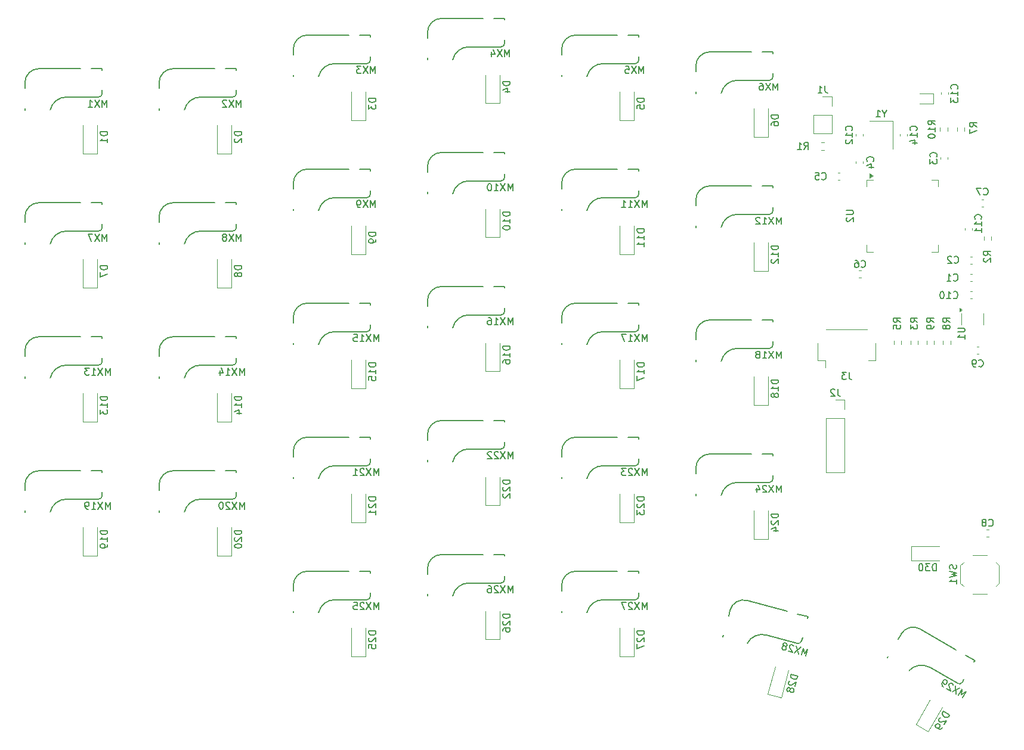
<source format=gbr>
%TF.GenerationSoftware,KiCad,Pcbnew,8.0.4*%
%TF.CreationDate,2024-08-15T14:36:39+02:00*%
%TF.ProjectId,pcb-left,7063622d-6c65-4667-942e-6b696361645f,rev?*%
%TF.SameCoordinates,Original*%
%TF.FileFunction,Legend,Bot*%
%TF.FilePolarity,Positive*%
%FSLAX46Y46*%
G04 Gerber Fmt 4.6, Leading zero omitted, Abs format (unit mm)*
G04 Created by KiCad (PCBNEW 8.0.4) date 2024-08-15 14:36:39*
%MOMM*%
%LPD*%
G01*
G04 APERTURE LIST*
%ADD10C,0.150000*%
%ADD11C,0.100000*%
%ADD12C,0.120000*%
G04 APERTURE END LIST*
D10*
X119929818Y-80341964D02*
X118929818Y-80341964D01*
X118929818Y-80341964D02*
X118929818Y-80580059D01*
X118929818Y-80580059D02*
X118977437Y-80722916D01*
X118977437Y-80722916D02*
X119072675Y-80818154D01*
X119072675Y-80818154D02*
X119167913Y-80865773D01*
X119167913Y-80865773D02*
X119358389Y-80913392D01*
X119358389Y-80913392D02*
X119501246Y-80913392D01*
X119501246Y-80913392D02*
X119691722Y-80865773D01*
X119691722Y-80865773D02*
X119786960Y-80818154D01*
X119786960Y-80818154D02*
X119882199Y-80722916D01*
X119882199Y-80722916D02*
X119929818Y-80580059D01*
X119929818Y-80580059D02*
X119929818Y-80341964D01*
X119929818Y-81865773D02*
X119929818Y-81294345D01*
X119929818Y-81580059D02*
X118929818Y-81580059D01*
X118929818Y-81580059D02*
X119072675Y-81484821D01*
X119072675Y-81484821D02*
X119167913Y-81389583D01*
X119167913Y-81389583D02*
X119215532Y-81294345D01*
X118929818Y-82199107D02*
X118929818Y-82865773D01*
X118929818Y-82865773D02*
X119929818Y-82437202D01*
X43635713Y-62998569D02*
X43635713Y-61998569D01*
X43635713Y-61998569D02*
X43302380Y-62712854D01*
X43302380Y-62712854D02*
X42969047Y-61998569D01*
X42969047Y-61998569D02*
X42969047Y-62998569D01*
X42588094Y-61998569D02*
X41921428Y-62998569D01*
X41921428Y-61998569D02*
X42588094Y-62998569D01*
X41635713Y-61998569D02*
X40969047Y-61998569D01*
X40969047Y-61998569D02*
X41397618Y-62998569D01*
X154051190Y-44897378D02*
X154051190Y-45373569D01*
X154384523Y-44373569D02*
X154051190Y-44897378D01*
X154051190Y-44897378D02*
X153717857Y-44373569D01*
X152860714Y-45373569D02*
X153432142Y-45373569D01*
X153146428Y-45373569D02*
X153146428Y-44373569D01*
X153146428Y-44373569D02*
X153241666Y-44516426D01*
X153241666Y-44516426D02*
X153336904Y-44611664D01*
X153336904Y-44611664D02*
X153432142Y-44659283D01*
X43729818Y-47480655D02*
X42729818Y-47480655D01*
X42729818Y-47480655D02*
X42729818Y-47718750D01*
X42729818Y-47718750D02*
X42777437Y-47861607D01*
X42777437Y-47861607D02*
X42872675Y-47956845D01*
X42872675Y-47956845D02*
X42967913Y-48004464D01*
X42967913Y-48004464D02*
X43158389Y-48052083D01*
X43158389Y-48052083D02*
X43301246Y-48052083D01*
X43301246Y-48052083D02*
X43491722Y-48004464D01*
X43491722Y-48004464D02*
X43586960Y-47956845D01*
X43586960Y-47956845D02*
X43682199Y-47861607D01*
X43682199Y-47861607D02*
X43729818Y-47718750D01*
X43729818Y-47718750D02*
X43729818Y-47480655D01*
X43729818Y-49004464D02*
X43729818Y-48433036D01*
X43729818Y-48718750D02*
X42729818Y-48718750D01*
X42729818Y-48718750D02*
X42872675Y-48623512D01*
X42872675Y-48623512D02*
X42967913Y-48528274D01*
X42967913Y-48528274D02*
X43015532Y-48433036D01*
X161404580Y-51052083D02*
X161452200Y-51004464D01*
X161452200Y-51004464D02*
X161499819Y-50861607D01*
X161499819Y-50861607D02*
X161499819Y-50766369D01*
X161499819Y-50766369D02*
X161452200Y-50623512D01*
X161452200Y-50623512D02*
X161356961Y-50528274D01*
X161356961Y-50528274D02*
X161261723Y-50480655D01*
X161261723Y-50480655D02*
X161071247Y-50433036D01*
X161071247Y-50433036D02*
X160928390Y-50433036D01*
X160928390Y-50433036D02*
X160737914Y-50480655D01*
X160737914Y-50480655D02*
X160642676Y-50528274D01*
X160642676Y-50528274D02*
X160547438Y-50623512D01*
X160547438Y-50623512D02*
X160499819Y-50766369D01*
X160499819Y-50766369D02*
X160499819Y-50861607D01*
X160499819Y-50861607D02*
X160547438Y-51004464D01*
X160547438Y-51004464D02*
X160595057Y-51052083D01*
X160499819Y-51385417D02*
X160499819Y-52004464D01*
X160499819Y-52004464D02*
X160880771Y-51671131D01*
X160880771Y-51671131D02*
X160880771Y-51813988D01*
X160880771Y-51813988D02*
X160928390Y-51909226D01*
X160928390Y-51909226D02*
X160976009Y-51956845D01*
X160976009Y-51956845D02*
X161071247Y-52004464D01*
X161071247Y-52004464D02*
X161309342Y-52004464D01*
X161309342Y-52004464D02*
X161404580Y-51956845D01*
X161404580Y-51956845D02*
X161452200Y-51909226D01*
X161452200Y-51909226D02*
X161499819Y-51813988D01*
X161499819Y-51813988D02*
X161499819Y-51528274D01*
X161499819Y-51528274D02*
X161452200Y-51433036D01*
X161452200Y-51433036D02*
X161404580Y-51385417D01*
X81735713Y-39186069D02*
X81735713Y-38186069D01*
X81735713Y-38186069D02*
X81402380Y-38900354D01*
X81402380Y-38900354D02*
X81069047Y-38186069D01*
X81069047Y-38186069D02*
X81069047Y-39186069D01*
X80688094Y-38186069D02*
X80021428Y-39186069D01*
X80021428Y-38186069D02*
X80688094Y-39186069D01*
X79735713Y-38186069D02*
X79116666Y-38186069D01*
X79116666Y-38186069D02*
X79449999Y-38567021D01*
X79449999Y-38567021D02*
X79307142Y-38567021D01*
X79307142Y-38567021D02*
X79211904Y-38614640D01*
X79211904Y-38614640D02*
X79164285Y-38662259D01*
X79164285Y-38662259D02*
X79116666Y-38757497D01*
X79116666Y-38757497D02*
X79116666Y-38995592D01*
X79116666Y-38995592D02*
X79164285Y-39090830D01*
X79164285Y-39090830D02*
X79211904Y-39138450D01*
X79211904Y-39138450D02*
X79307142Y-39186069D01*
X79307142Y-39186069D02*
X79592856Y-39186069D01*
X79592856Y-39186069D02*
X79688094Y-39138450D01*
X79688094Y-39138450D02*
X79735713Y-39090830D01*
X120311904Y-58236069D02*
X120311904Y-57236069D01*
X120311904Y-57236069D02*
X119978571Y-57950354D01*
X119978571Y-57950354D02*
X119645238Y-57236069D01*
X119645238Y-57236069D02*
X119645238Y-58236069D01*
X119264285Y-57236069D02*
X118597619Y-58236069D01*
X118597619Y-57236069D02*
X119264285Y-58236069D01*
X117692857Y-58236069D02*
X118264285Y-58236069D01*
X117978571Y-58236069D02*
X117978571Y-57236069D01*
X117978571Y-57236069D02*
X118073809Y-57378926D01*
X118073809Y-57378926D02*
X118169047Y-57474164D01*
X118169047Y-57474164D02*
X118264285Y-57521783D01*
X116740476Y-58236069D02*
X117311904Y-58236069D01*
X117026190Y-58236069D02*
X117026190Y-57236069D01*
X117026190Y-57236069D02*
X117121428Y-57378926D01*
X117121428Y-57378926D02*
X117216666Y-57474164D01*
X117216666Y-57474164D02*
X117311904Y-57521783D01*
X163329819Y-74552083D02*
X162853628Y-74218750D01*
X163329819Y-73980655D02*
X162329819Y-73980655D01*
X162329819Y-73980655D02*
X162329819Y-74361607D01*
X162329819Y-74361607D02*
X162377438Y-74456845D01*
X162377438Y-74456845D02*
X162425057Y-74504464D01*
X162425057Y-74504464D02*
X162520295Y-74552083D01*
X162520295Y-74552083D02*
X162663152Y-74552083D01*
X162663152Y-74552083D02*
X162758390Y-74504464D01*
X162758390Y-74504464D02*
X162806009Y-74456845D01*
X162806009Y-74456845D02*
X162853628Y-74361607D01*
X162853628Y-74361607D02*
X162853628Y-73980655D01*
X162758390Y-75123512D02*
X162710771Y-75028274D01*
X162710771Y-75028274D02*
X162663152Y-74980655D01*
X162663152Y-74980655D02*
X162567914Y-74933036D01*
X162567914Y-74933036D02*
X162520295Y-74933036D01*
X162520295Y-74933036D02*
X162425057Y-74980655D01*
X162425057Y-74980655D02*
X162377438Y-75028274D01*
X162377438Y-75028274D02*
X162329819Y-75123512D01*
X162329819Y-75123512D02*
X162329819Y-75313988D01*
X162329819Y-75313988D02*
X162377438Y-75409226D01*
X162377438Y-75409226D02*
X162425057Y-75456845D01*
X162425057Y-75456845D02*
X162520295Y-75504464D01*
X162520295Y-75504464D02*
X162567914Y-75504464D01*
X162567914Y-75504464D02*
X162663152Y-75456845D01*
X162663152Y-75456845D02*
X162710771Y-75409226D01*
X162710771Y-75409226D02*
X162758390Y-75313988D01*
X162758390Y-75313988D02*
X162758390Y-75123512D01*
X162758390Y-75123512D02*
X162806009Y-75028274D01*
X162806009Y-75028274D02*
X162853628Y-74980655D01*
X162853628Y-74980655D02*
X162948866Y-74933036D01*
X162948866Y-74933036D02*
X163139342Y-74933036D01*
X163139342Y-74933036D02*
X163234580Y-74980655D01*
X163234580Y-74980655D02*
X163282200Y-75028274D01*
X163282200Y-75028274D02*
X163329819Y-75123512D01*
X163329819Y-75123512D02*
X163329819Y-75313988D01*
X163329819Y-75313988D02*
X163282200Y-75409226D01*
X163282200Y-75409226D02*
X163234580Y-75456845D01*
X163234580Y-75456845D02*
X163139342Y-75504464D01*
X163139342Y-75504464D02*
X162948866Y-75504464D01*
X162948866Y-75504464D02*
X162853628Y-75456845D01*
X162853628Y-75456845D02*
X162806009Y-75409226D01*
X162806009Y-75409226D02*
X162758390Y-75313988D01*
X43635713Y-43948569D02*
X43635713Y-42948569D01*
X43635713Y-42948569D02*
X43302380Y-43662854D01*
X43302380Y-43662854D02*
X42969047Y-42948569D01*
X42969047Y-42948569D02*
X42969047Y-43948569D01*
X42588094Y-42948569D02*
X41921428Y-43948569D01*
X41921428Y-42948569D02*
X42588094Y-43948569D01*
X41016666Y-43948569D02*
X41588094Y-43948569D01*
X41302380Y-43948569D02*
X41302380Y-42948569D01*
X41302380Y-42948569D02*
X41397618Y-43091426D01*
X41397618Y-43091426D02*
X41492856Y-43186664D01*
X41492856Y-43186664D02*
X41588094Y-43234283D01*
X119929818Y-118441964D02*
X118929818Y-118441964D01*
X118929818Y-118441964D02*
X118929818Y-118680059D01*
X118929818Y-118680059D02*
X118977437Y-118822916D01*
X118977437Y-118822916D02*
X119072675Y-118918154D01*
X119072675Y-118918154D02*
X119167913Y-118965773D01*
X119167913Y-118965773D02*
X119358389Y-119013392D01*
X119358389Y-119013392D02*
X119501246Y-119013392D01*
X119501246Y-119013392D02*
X119691722Y-118965773D01*
X119691722Y-118965773D02*
X119786960Y-118918154D01*
X119786960Y-118918154D02*
X119882199Y-118822916D01*
X119882199Y-118822916D02*
X119929818Y-118680059D01*
X119929818Y-118680059D02*
X119929818Y-118441964D01*
X119025056Y-119394345D02*
X118977437Y-119441964D01*
X118977437Y-119441964D02*
X118929818Y-119537202D01*
X118929818Y-119537202D02*
X118929818Y-119775297D01*
X118929818Y-119775297D02*
X118977437Y-119870535D01*
X118977437Y-119870535D02*
X119025056Y-119918154D01*
X119025056Y-119918154D02*
X119120294Y-119965773D01*
X119120294Y-119965773D02*
X119215532Y-119965773D01*
X119215532Y-119965773D02*
X119358389Y-119918154D01*
X119358389Y-119918154D02*
X119929818Y-119346726D01*
X119929818Y-119346726D02*
X119929818Y-119965773D01*
X118929818Y-120299107D02*
X118929818Y-120965773D01*
X118929818Y-120965773D02*
X119929818Y-120537202D01*
X101261904Y-74904819D02*
X101261904Y-73904819D01*
X101261904Y-73904819D02*
X100928571Y-74619104D01*
X100928571Y-74619104D02*
X100595238Y-73904819D01*
X100595238Y-73904819D02*
X100595238Y-74904819D01*
X100214285Y-73904819D02*
X99547619Y-74904819D01*
X99547619Y-73904819D02*
X100214285Y-74904819D01*
X98642857Y-74904819D02*
X99214285Y-74904819D01*
X98928571Y-74904819D02*
X98928571Y-73904819D01*
X98928571Y-73904819D02*
X99023809Y-74047676D01*
X99023809Y-74047676D02*
X99119047Y-74142914D01*
X99119047Y-74142914D02*
X99214285Y-74190533D01*
X97785714Y-73904819D02*
X97976190Y-73904819D01*
X97976190Y-73904819D02*
X98071428Y-73952438D01*
X98071428Y-73952438D02*
X98119047Y-74000057D01*
X98119047Y-74000057D02*
X98214285Y-74142914D01*
X98214285Y-74142914D02*
X98261904Y-74333390D01*
X98261904Y-74333390D02*
X98261904Y-74714342D01*
X98261904Y-74714342D02*
X98214285Y-74809580D01*
X98214285Y-74809580D02*
X98166666Y-74857200D01*
X98166666Y-74857200D02*
X98071428Y-74904819D01*
X98071428Y-74904819D02*
X97880952Y-74904819D01*
X97880952Y-74904819D02*
X97785714Y-74857200D01*
X97785714Y-74857200D02*
X97738095Y-74809580D01*
X97738095Y-74809580D02*
X97690476Y-74714342D01*
X97690476Y-74714342D02*
X97690476Y-74476247D01*
X97690476Y-74476247D02*
X97738095Y-74381009D01*
X97738095Y-74381009D02*
X97785714Y-74333390D01*
X97785714Y-74333390D02*
X97880952Y-74285771D01*
X97880952Y-74285771D02*
X98071428Y-74285771D01*
X98071428Y-74285771D02*
X98166666Y-74333390D01*
X98166666Y-74333390D02*
X98214285Y-74381009D01*
X98214285Y-74381009D02*
X98261904Y-74476247D01*
X81829818Y-42718155D02*
X80829818Y-42718155D01*
X80829818Y-42718155D02*
X80829818Y-42956250D01*
X80829818Y-42956250D02*
X80877437Y-43099107D01*
X80877437Y-43099107D02*
X80972675Y-43194345D01*
X80972675Y-43194345D02*
X81067913Y-43241964D01*
X81067913Y-43241964D02*
X81258389Y-43289583D01*
X81258389Y-43289583D02*
X81401246Y-43289583D01*
X81401246Y-43289583D02*
X81591722Y-43241964D01*
X81591722Y-43241964D02*
X81686960Y-43194345D01*
X81686960Y-43194345D02*
X81782199Y-43099107D01*
X81782199Y-43099107D02*
X81829818Y-42956250D01*
X81829818Y-42956250D02*
X81829818Y-42718155D01*
X80829818Y-43622917D02*
X80829818Y-44241964D01*
X80829818Y-44241964D02*
X81210770Y-43908631D01*
X81210770Y-43908631D02*
X81210770Y-44051488D01*
X81210770Y-44051488D02*
X81258389Y-44146726D01*
X81258389Y-44146726D02*
X81306008Y-44194345D01*
X81306008Y-44194345D02*
X81401246Y-44241964D01*
X81401246Y-44241964D02*
X81639341Y-44241964D01*
X81639341Y-44241964D02*
X81734579Y-44194345D01*
X81734579Y-44194345D02*
X81782199Y-44146726D01*
X81782199Y-44146726D02*
X81829818Y-44051488D01*
X81829818Y-44051488D02*
X81829818Y-43765774D01*
X81829818Y-43765774D02*
X81782199Y-43670536D01*
X81782199Y-43670536D02*
X81734579Y-43622917D01*
X81829818Y-80341964D02*
X80829818Y-80341964D01*
X80829818Y-80341964D02*
X80829818Y-80580059D01*
X80829818Y-80580059D02*
X80877437Y-80722916D01*
X80877437Y-80722916D02*
X80972675Y-80818154D01*
X80972675Y-80818154D02*
X81067913Y-80865773D01*
X81067913Y-80865773D02*
X81258389Y-80913392D01*
X81258389Y-80913392D02*
X81401246Y-80913392D01*
X81401246Y-80913392D02*
X81591722Y-80865773D01*
X81591722Y-80865773D02*
X81686960Y-80818154D01*
X81686960Y-80818154D02*
X81782199Y-80722916D01*
X81782199Y-80722916D02*
X81829818Y-80580059D01*
X81829818Y-80580059D02*
X81829818Y-80341964D01*
X81829818Y-81865773D02*
X81829818Y-81294345D01*
X81829818Y-81580059D02*
X80829818Y-81580059D01*
X80829818Y-81580059D02*
X80972675Y-81484821D01*
X80972675Y-81484821D02*
X81067913Y-81389583D01*
X81067913Y-81389583D02*
X81115532Y-81294345D01*
X80829818Y-82770535D02*
X80829818Y-82294345D01*
X80829818Y-82294345D02*
X81306008Y-82246726D01*
X81306008Y-82246726D02*
X81258389Y-82294345D01*
X81258389Y-82294345D02*
X81210770Y-82389583D01*
X81210770Y-82389583D02*
X81210770Y-82627678D01*
X81210770Y-82627678D02*
X81258389Y-82722916D01*
X81258389Y-82722916D02*
X81306008Y-82770535D01*
X81306008Y-82770535D02*
X81401246Y-82818154D01*
X81401246Y-82818154D02*
X81639341Y-82818154D01*
X81639341Y-82818154D02*
X81734579Y-82770535D01*
X81734579Y-82770535D02*
X81782199Y-82722916D01*
X81782199Y-82722916D02*
X81829818Y-82627678D01*
X81829818Y-82627678D02*
X81829818Y-82389583D01*
X81829818Y-82389583D02*
X81782199Y-82294345D01*
X81782199Y-82294345D02*
X81734579Y-82246726D01*
X148629819Y-58656845D02*
X149439342Y-58656845D01*
X149439342Y-58656845D02*
X149534580Y-58704464D01*
X149534580Y-58704464D02*
X149582200Y-58752083D01*
X149582200Y-58752083D02*
X149629819Y-58847321D01*
X149629819Y-58847321D02*
X149629819Y-59037797D01*
X149629819Y-59037797D02*
X149582200Y-59133035D01*
X149582200Y-59133035D02*
X149534580Y-59180654D01*
X149534580Y-59180654D02*
X149439342Y-59228273D01*
X149439342Y-59228273D02*
X148629819Y-59228273D01*
X148725057Y-59656845D02*
X148677438Y-59704464D01*
X148677438Y-59704464D02*
X148629819Y-59799702D01*
X148629819Y-59799702D02*
X148629819Y-60037797D01*
X148629819Y-60037797D02*
X148677438Y-60133035D01*
X148677438Y-60133035D02*
X148725057Y-60180654D01*
X148725057Y-60180654D02*
X148820295Y-60228273D01*
X148820295Y-60228273D02*
X148915533Y-60228273D01*
X148915533Y-60228273D02*
X149058390Y-60180654D01*
X149058390Y-60180654D02*
X149629819Y-59609226D01*
X149629819Y-59609226D02*
X149629819Y-60228273D01*
X168841666Y-103448330D02*
X168889285Y-103495950D01*
X168889285Y-103495950D02*
X169032142Y-103543569D01*
X169032142Y-103543569D02*
X169127380Y-103543569D01*
X169127380Y-103543569D02*
X169270237Y-103495950D01*
X169270237Y-103495950D02*
X169365475Y-103400711D01*
X169365475Y-103400711D02*
X169413094Y-103305473D01*
X169413094Y-103305473D02*
X169460713Y-103114997D01*
X169460713Y-103114997D02*
X169460713Y-102972140D01*
X169460713Y-102972140D02*
X169413094Y-102781664D01*
X169413094Y-102781664D02*
X169365475Y-102686426D01*
X169365475Y-102686426D02*
X169270237Y-102591188D01*
X169270237Y-102591188D02*
X169127380Y-102543569D01*
X169127380Y-102543569D02*
X169032142Y-102543569D01*
X169032142Y-102543569D02*
X168889285Y-102591188D01*
X168889285Y-102591188D02*
X168841666Y-102638807D01*
X168270237Y-102972140D02*
X168365475Y-102924521D01*
X168365475Y-102924521D02*
X168413094Y-102876902D01*
X168413094Y-102876902D02*
X168460713Y-102781664D01*
X168460713Y-102781664D02*
X168460713Y-102734045D01*
X168460713Y-102734045D02*
X168413094Y-102638807D01*
X168413094Y-102638807D02*
X168365475Y-102591188D01*
X168365475Y-102591188D02*
X168270237Y-102543569D01*
X168270237Y-102543569D02*
X168079761Y-102543569D01*
X168079761Y-102543569D02*
X167984523Y-102591188D01*
X167984523Y-102591188D02*
X167936904Y-102638807D01*
X167936904Y-102638807D02*
X167889285Y-102734045D01*
X167889285Y-102734045D02*
X167889285Y-102781664D01*
X167889285Y-102781664D02*
X167936904Y-102876902D01*
X167936904Y-102876902D02*
X167984523Y-102924521D01*
X167984523Y-102924521D02*
X168079761Y-102972140D01*
X168079761Y-102972140D02*
X168270237Y-102972140D01*
X168270237Y-102972140D02*
X168365475Y-103019759D01*
X168365475Y-103019759D02*
X168413094Y-103067378D01*
X168413094Y-103067378D02*
X168460713Y-103162616D01*
X168460713Y-103162616D02*
X168460713Y-103353092D01*
X168460713Y-103353092D02*
X168413094Y-103448330D01*
X168413094Y-103448330D02*
X168365475Y-103495950D01*
X168365475Y-103495950D02*
X168270237Y-103543569D01*
X168270237Y-103543569D02*
X168079761Y-103543569D01*
X168079761Y-103543569D02*
X167984523Y-103495950D01*
X167984523Y-103495950D02*
X167936904Y-103448330D01*
X167936904Y-103448330D02*
X167889285Y-103353092D01*
X167889285Y-103353092D02*
X167889285Y-103162616D01*
X167889285Y-103162616D02*
X167936904Y-103067378D01*
X167936904Y-103067378D02*
X167984523Y-103019759D01*
X167984523Y-103019759D02*
X168079761Y-102972140D01*
X63161904Y-82048569D02*
X63161904Y-81048569D01*
X63161904Y-81048569D02*
X62828571Y-81762854D01*
X62828571Y-81762854D02*
X62495238Y-81048569D01*
X62495238Y-81048569D02*
X62495238Y-82048569D01*
X62114285Y-81048569D02*
X61447619Y-82048569D01*
X61447619Y-81048569D02*
X62114285Y-82048569D01*
X60542857Y-82048569D02*
X61114285Y-82048569D01*
X60828571Y-82048569D02*
X60828571Y-81048569D01*
X60828571Y-81048569D02*
X60923809Y-81191426D01*
X60923809Y-81191426D02*
X61019047Y-81286664D01*
X61019047Y-81286664D02*
X61114285Y-81334283D01*
X59685714Y-81381902D02*
X59685714Y-82048569D01*
X59923809Y-81000950D02*
X60161904Y-81715235D01*
X60161904Y-81715235D02*
X59542857Y-81715235D01*
X158729819Y-74552083D02*
X158253628Y-74218750D01*
X158729819Y-73980655D02*
X157729819Y-73980655D01*
X157729819Y-73980655D02*
X157729819Y-74361607D01*
X157729819Y-74361607D02*
X157777438Y-74456845D01*
X157777438Y-74456845D02*
X157825057Y-74504464D01*
X157825057Y-74504464D02*
X157920295Y-74552083D01*
X157920295Y-74552083D02*
X158063152Y-74552083D01*
X158063152Y-74552083D02*
X158158390Y-74504464D01*
X158158390Y-74504464D02*
X158206009Y-74456845D01*
X158206009Y-74456845D02*
X158253628Y-74361607D01*
X158253628Y-74361607D02*
X158253628Y-73980655D01*
X157729819Y-74885417D02*
X157729819Y-75504464D01*
X157729819Y-75504464D02*
X158110771Y-75171131D01*
X158110771Y-75171131D02*
X158110771Y-75313988D01*
X158110771Y-75313988D02*
X158158390Y-75409226D01*
X158158390Y-75409226D02*
X158206009Y-75456845D01*
X158206009Y-75456845D02*
X158301247Y-75504464D01*
X158301247Y-75504464D02*
X158539342Y-75504464D01*
X158539342Y-75504464D02*
X158634580Y-75456845D01*
X158634580Y-75456845D02*
X158682200Y-75409226D01*
X158682200Y-75409226D02*
X158729819Y-75313988D01*
X158729819Y-75313988D02*
X158729819Y-75028274D01*
X158729819Y-75028274D02*
X158682200Y-74933036D01*
X158682200Y-74933036D02*
X158634580Y-74885417D01*
X100879818Y-58910714D02*
X99879818Y-58910714D01*
X99879818Y-58910714D02*
X99879818Y-59148809D01*
X99879818Y-59148809D02*
X99927437Y-59291666D01*
X99927437Y-59291666D02*
X100022675Y-59386904D01*
X100022675Y-59386904D02*
X100117913Y-59434523D01*
X100117913Y-59434523D02*
X100308389Y-59482142D01*
X100308389Y-59482142D02*
X100451246Y-59482142D01*
X100451246Y-59482142D02*
X100641722Y-59434523D01*
X100641722Y-59434523D02*
X100736960Y-59386904D01*
X100736960Y-59386904D02*
X100832199Y-59291666D01*
X100832199Y-59291666D02*
X100879818Y-59148809D01*
X100879818Y-59148809D02*
X100879818Y-58910714D01*
X100879818Y-60434523D02*
X100879818Y-59863095D01*
X100879818Y-60148809D02*
X99879818Y-60148809D01*
X99879818Y-60148809D02*
X100022675Y-60053571D01*
X100022675Y-60053571D02*
X100117913Y-59958333D01*
X100117913Y-59958333D02*
X100165532Y-59863095D01*
X99879818Y-61053571D02*
X99879818Y-61148809D01*
X99879818Y-61148809D02*
X99927437Y-61244047D01*
X99927437Y-61244047D02*
X99975056Y-61291666D01*
X99975056Y-61291666D02*
X100070294Y-61339285D01*
X100070294Y-61339285D02*
X100260770Y-61386904D01*
X100260770Y-61386904D02*
X100498865Y-61386904D01*
X100498865Y-61386904D02*
X100689341Y-61339285D01*
X100689341Y-61339285D02*
X100784579Y-61291666D01*
X100784579Y-61291666D02*
X100832199Y-61244047D01*
X100832199Y-61244047D02*
X100879818Y-61148809D01*
X100879818Y-61148809D02*
X100879818Y-61053571D01*
X100879818Y-61053571D02*
X100832199Y-60958333D01*
X100832199Y-60958333D02*
X100784579Y-60910714D01*
X100784579Y-60910714D02*
X100689341Y-60863095D01*
X100689341Y-60863095D02*
X100498865Y-60815476D01*
X100498865Y-60815476D02*
X100260770Y-60815476D01*
X100260770Y-60815476D02*
X100070294Y-60863095D01*
X100070294Y-60863095D02*
X99975056Y-60910714D01*
X99975056Y-60910714D02*
X99927437Y-60958333D01*
X99927437Y-60958333D02*
X99879818Y-61053571D01*
X81735713Y-58236069D02*
X81735713Y-57236069D01*
X81735713Y-57236069D02*
X81402380Y-57950354D01*
X81402380Y-57950354D02*
X81069047Y-57236069D01*
X81069047Y-57236069D02*
X81069047Y-58236069D01*
X80688094Y-57236069D02*
X80021428Y-58236069D01*
X80021428Y-57236069D02*
X80688094Y-58236069D01*
X79592856Y-58236069D02*
X79402380Y-58236069D01*
X79402380Y-58236069D02*
X79307142Y-58188450D01*
X79307142Y-58188450D02*
X79259523Y-58140830D01*
X79259523Y-58140830D02*
X79164285Y-57997973D01*
X79164285Y-57997973D02*
X79116666Y-57807497D01*
X79116666Y-57807497D02*
X79116666Y-57426545D01*
X79116666Y-57426545D02*
X79164285Y-57331307D01*
X79164285Y-57331307D02*
X79211904Y-57283688D01*
X79211904Y-57283688D02*
X79307142Y-57236069D01*
X79307142Y-57236069D02*
X79497618Y-57236069D01*
X79497618Y-57236069D02*
X79592856Y-57283688D01*
X79592856Y-57283688D02*
X79640475Y-57331307D01*
X79640475Y-57331307D02*
X79688094Y-57426545D01*
X79688094Y-57426545D02*
X79688094Y-57664640D01*
X79688094Y-57664640D02*
X79640475Y-57759878D01*
X79640475Y-57759878D02*
X79592856Y-57807497D01*
X79592856Y-57807497D02*
X79497618Y-57855116D01*
X79497618Y-57855116D02*
X79307142Y-57855116D01*
X79307142Y-57855116D02*
X79211904Y-57807497D01*
X79211904Y-57807497D02*
X79164285Y-57759878D01*
X79164285Y-57759878D02*
X79116666Y-57664640D01*
X100879818Y-97010714D02*
X99879818Y-97010714D01*
X99879818Y-97010714D02*
X99879818Y-97248809D01*
X99879818Y-97248809D02*
X99927437Y-97391666D01*
X99927437Y-97391666D02*
X100022675Y-97486904D01*
X100022675Y-97486904D02*
X100117913Y-97534523D01*
X100117913Y-97534523D02*
X100308389Y-97582142D01*
X100308389Y-97582142D02*
X100451246Y-97582142D01*
X100451246Y-97582142D02*
X100641722Y-97534523D01*
X100641722Y-97534523D02*
X100736960Y-97486904D01*
X100736960Y-97486904D02*
X100832199Y-97391666D01*
X100832199Y-97391666D02*
X100879818Y-97248809D01*
X100879818Y-97248809D02*
X100879818Y-97010714D01*
X99975056Y-97963095D02*
X99927437Y-98010714D01*
X99927437Y-98010714D02*
X99879818Y-98105952D01*
X99879818Y-98105952D02*
X99879818Y-98344047D01*
X99879818Y-98344047D02*
X99927437Y-98439285D01*
X99927437Y-98439285D02*
X99975056Y-98486904D01*
X99975056Y-98486904D02*
X100070294Y-98534523D01*
X100070294Y-98534523D02*
X100165532Y-98534523D01*
X100165532Y-98534523D02*
X100308389Y-98486904D01*
X100308389Y-98486904D02*
X100879818Y-97915476D01*
X100879818Y-97915476D02*
X100879818Y-98534523D01*
X99975056Y-98915476D02*
X99927437Y-98963095D01*
X99927437Y-98963095D02*
X99879818Y-99058333D01*
X99879818Y-99058333D02*
X99879818Y-99296428D01*
X99879818Y-99296428D02*
X99927437Y-99391666D01*
X99927437Y-99391666D02*
X99975056Y-99439285D01*
X99975056Y-99439285D02*
X100070294Y-99486904D01*
X100070294Y-99486904D02*
X100165532Y-99486904D01*
X100165532Y-99486904D02*
X100308389Y-99439285D01*
X100308389Y-99439285D02*
X100879818Y-98867857D01*
X100879818Y-98867857D02*
X100879818Y-99486904D01*
X147408333Y-84043569D02*
X147408333Y-84757854D01*
X147408333Y-84757854D02*
X147455952Y-84900711D01*
X147455952Y-84900711D02*
X147551190Y-84995950D01*
X147551190Y-84995950D02*
X147694047Y-85043569D01*
X147694047Y-85043569D02*
X147789285Y-85043569D01*
X146979761Y-84138807D02*
X146932142Y-84091188D01*
X146932142Y-84091188D02*
X146836904Y-84043569D01*
X146836904Y-84043569D02*
X146598809Y-84043569D01*
X146598809Y-84043569D02*
X146503571Y-84091188D01*
X146503571Y-84091188D02*
X146455952Y-84138807D01*
X146455952Y-84138807D02*
X146408333Y-84234045D01*
X146408333Y-84234045D02*
X146408333Y-84329283D01*
X146408333Y-84329283D02*
X146455952Y-84472140D01*
X146455952Y-84472140D02*
X147027380Y-85043569D01*
X147027380Y-85043569D02*
X146408333Y-85043569D01*
X161229819Y-46475892D02*
X160753628Y-46142559D01*
X161229819Y-45904464D02*
X160229819Y-45904464D01*
X160229819Y-45904464D02*
X160229819Y-46285416D01*
X160229819Y-46285416D02*
X160277438Y-46380654D01*
X160277438Y-46380654D02*
X160325057Y-46428273D01*
X160325057Y-46428273D02*
X160420295Y-46475892D01*
X160420295Y-46475892D02*
X160563152Y-46475892D01*
X160563152Y-46475892D02*
X160658390Y-46428273D01*
X160658390Y-46428273D02*
X160706009Y-46380654D01*
X160706009Y-46380654D02*
X160753628Y-46285416D01*
X160753628Y-46285416D02*
X160753628Y-45904464D01*
X161229819Y-47428273D02*
X161229819Y-46856845D01*
X161229819Y-47142559D02*
X160229819Y-47142559D01*
X160229819Y-47142559D02*
X160372676Y-47047321D01*
X160372676Y-47047321D02*
X160467914Y-46952083D01*
X160467914Y-46952083D02*
X160515533Y-46856845D01*
X160229819Y-48047321D02*
X160229819Y-48142559D01*
X160229819Y-48142559D02*
X160277438Y-48237797D01*
X160277438Y-48237797D02*
X160325057Y-48285416D01*
X160325057Y-48285416D02*
X160420295Y-48333035D01*
X160420295Y-48333035D02*
X160610771Y-48380654D01*
X160610771Y-48380654D02*
X160848866Y-48380654D01*
X160848866Y-48380654D02*
X161039342Y-48333035D01*
X161039342Y-48333035D02*
X161134580Y-48285416D01*
X161134580Y-48285416D02*
X161182200Y-48237797D01*
X161182200Y-48237797D02*
X161229819Y-48142559D01*
X161229819Y-48142559D02*
X161229819Y-48047321D01*
X161229819Y-48047321D02*
X161182200Y-47952083D01*
X161182200Y-47952083D02*
X161134580Y-47904464D01*
X161134580Y-47904464D02*
X161039342Y-47856845D01*
X161039342Y-47856845D02*
X160848866Y-47809226D01*
X160848866Y-47809226D02*
X160610771Y-47809226D01*
X160610771Y-47809226D02*
X160420295Y-47856845D01*
X160420295Y-47856845D02*
X160325057Y-47904464D01*
X160325057Y-47904464D02*
X160277438Y-47952083D01*
X160277438Y-47952083D02*
X160229819Y-48047321D01*
X139361904Y-98717319D02*
X139361904Y-97717319D01*
X139361904Y-97717319D02*
X139028571Y-98431604D01*
X139028571Y-98431604D02*
X138695238Y-97717319D01*
X138695238Y-97717319D02*
X138695238Y-98717319D01*
X138314285Y-97717319D02*
X137647619Y-98717319D01*
X137647619Y-97717319D02*
X138314285Y-98717319D01*
X137314285Y-97812557D02*
X137266666Y-97764938D01*
X137266666Y-97764938D02*
X137171428Y-97717319D01*
X137171428Y-97717319D02*
X136933333Y-97717319D01*
X136933333Y-97717319D02*
X136838095Y-97764938D01*
X136838095Y-97764938D02*
X136790476Y-97812557D01*
X136790476Y-97812557D02*
X136742857Y-97907795D01*
X136742857Y-97907795D02*
X136742857Y-98003033D01*
X136742857Y-98003033D02*
X136790476Y-98145890D01*
X136790476Y-98145890D02*
X137361904Y-98717319D01*
X137361904Y-98717319D02*
X136742857Y-98717319D01*
X135885714Y-98050652D02*
X135885714Y-98717319D01*
X136123809Y-97669700D02*
X136361904Y-98383985D01*
X136361904Y-98383985D02*
X135742857Y-98383985D01*
X169129819Y-65052083D02*
X168653628Y-64718750D01*
X169129819Y-64480655D02*
X168129819Y-64480655D01*
X168129819Y-64480655D02*
X168129819Y-64861607D01*
X168129819Y-64861607D02*
X168177438Y-64956845D01*
X168177438Y-64956845D02*
X168225057Y-65004464D01*
X168225057Y-65004464D02*
X168320295Y-65052083D01*
X168320295Y-65052083D02*
X168463152Y-65052083D01*
X168463152Y-65052083D02*
X168558390Y-65004464D01*
X168558390Y-65004464D02*
X168606009Y-64956845D01*
X168606009Y-64956845D02*
X168653628Y-64861607D01*
X168653628Y-64861607D02*
X168653628Y-64480655D01*
X168225057Y-65433036D02*
X168177438Y-65480655D01*
X168177438Y-65480655D02*
X168129819Y-65575893D01*
X168129819Y-65575893D02*
X168129819Y-65813988D01*
X168129819Y-65813988D02*
X168177438Y-65909226D01*
X168177438Y-65909226D02*
X168225057Y-65956845D01*
X168225057Y-65956845D02*
X168320295Y-66004464D01*
X168320295Y-66004464D02*
X168415533Y-66004464D01*
X168415533Y-66004464D02*
X168558390Y-65956845D01*
X168558390Y-65956845D02*
X169129819Y-65385417D01*
X169129819Y-65385417D02*
X169129819Y-66004464D01*
X62779818Y-85104464D02*
X61779818Y-85104464D01*
X61779818Y-85104464D02*
X61779818Y-85342559D01*
X61779818Y-85342559D02*
X61827437Y-85485416D01*
X61827437Y-85485416D02*
X61922675Y-85580654D01*
X61922675Y-85580654D02*
X62017913Y-85628273D01*
X62017913Y-85628273D02*
X62208389Y-85675892D01*
X62208389Y-85675892D02*
X62351246Y-85675892D01*
X62351246Y-85675892D02*
X62541722Y-85628273D01*
X62541722Y-85628273D02*
X62636960Y-85580654D01*
X62636960Y-85580654D02*
X62732199Y-85485416D01*
X62732199Y-85485416D02*
X62779818Y-85342559D01*
X62779818Y-85342559D02*
X62779818Y-85104464D01*
X62779818Y-86628273D02*
X62779818Y-86056845D01*
X62779818Y-86342559D02*
X61779818Y-86342559D01*
X61779818Y-86342559D02*
X61922675Y-86247321D01*
X61922675Y-86247321D02*
X62017913Y-86152083D01*
X62017913Y-86152083D02*
X62065532Y-86056845D01*
X62113151Y-87485416D02*
X62779818Y-87485416D01*
X61732199Y-87247321D02*
X62446484Y-87009226D01*
X62446484Y-87009226D02*
X62446484Y-87628273D01*
X62779818Y-104154464D02*
X61779818Y-104154464D01*
X61779818Y-104154464D02*
X61779818Y-104392559D01*
X61779818Y-104392559D02*
X61827437Y-104535416D01*
X61827437Y-104535416D02*
X61922675Y-104630654D01*
X61922675Y-104630654D02*
X62017913Y-104678273D01*
X62017913Y-104678273D02*
X62208389Y-104725892D01*
X62208389Y-104725892D02*
X62351246Y-104725892D01*
X62351246Y-104725892D02*
X62541722Y-104678273D01*
X62541722Y-104678273D02*
X62636960Y-104630654D01*
X62636960Y-104630654D02*
X62732199Y-104535416D01*
X62732199Y-104535416D02*
X62779818Y-104392559D01*
X62779818Y-104392559D02*
X62779818Y-104154464D01*
X61875056Y-105106845D02*
X61827437Y-105154464D01*
X61827437Y-105154464D02*
X61779818Y-105249702D01*
X61779818Y-105249702D02*
X61779818Y-105487797D01*
X61779818Y-105487797D02*
X61827437Y-105583035D01*
X61827437Y-105583035D02*
X61875056Y-105630654D01*
X61875056Y-105630654D02*
X61970294Y-105678273D01*
X61970294Y-105678273D02*
X62065532Y-105678273D01*
X62065532Y-105678273D02*
X62208389Y-105630654D01*
X62208389Y-105630654D02*
X62779818Y-105059226D01*
X62779818Y-105059226D02*
X62779818Y-105678273D01*
X61779818Y-106297321D02*
X61779818Y-106392559D01*
X61779818Y-106392559D02*
X61827437Y-106487797D01*
X61827437Y-106487797D02*
X61875056Y-106535416D01*
X61875056Y-106535416D02*
X61970294Y-106583035D01*
X61970294Y-106583035D02*
X62160770Y-106630654D01*
X62160770Y-106630654D02*
X62398865Y-106630654D01*
X62398865Y-106630654D02*
X62589341Y-106583035D01*
X62589341Y-106583035D02*
X62684579Y-106535416D01*
X62684579Y-106535416D02*
X62732199Y-106487797D01*
X62732199Y-106487797D02*
X62779818Y-106392559D01*
X62779818Y-106392559D02*
X62779818Y-106297321D01*
X62779818Y-106297321D02*
X62732199Y-106202083D01*
X62732199Y-106202083D02*
X62684579Y-106154464D01*
X62684579Y-106154464D02*
X62589341Y-106106845D01*
X62589341Y-106106845D02*
X62398865Y-106059226D01*
X62398865Y-106059226D02*
X62160770Y-106059226D01*
X62160770Y-106059226D02*
X61970294Y-106106845D01*
X61970294Y-106106845D02*
X61875056Y-106154464D01*
X61875056Y-106154464D02*
X61827437Y-106202083D01*
X61827437Y-106202083D02*
X61779818Y-106297321D01*
X101261904Y-93954819D02*
X101261904Y-92954819D01*
X101261904Y-92954819D02*
X100928571Y-93669104D01*
X100928571Y-93669104D02*
X100595238Y-92954819D01*
X100595238Y-92954819D02*
X100595238Y-93954819D01*
X100214285Y-92954819D02*
X99547619Y-93954819D01*
X99547619Y-92954819D02*
X100214285Y-93954819D01*
X99214285Y-93050057D02*
X99166666Y-93002438D01*
X99166666Y-93002438D02*
X99071428Y-92954819D01*
X99071428Y-92954819D02*
X98833333Y-92954819D01*
X98833333Y-92954819D02*
X98738095Y-93002438D01*
X98738095Y-93002438D02*
X98690476Y-93050057D01*
X98690476Y-93050057D02*
X98642857Y-93145295D01*
X98642857Y-93145295D02*
X98642857Y-93240533D01*
X98642857Y-93240533D02*
X98690476Y-93383390D01*
X98690476Y-93383390D02*
X99261904Y-93954819D01*
X99261904Y-93954819D02*
X98642857Y-93954819D01*
X98261904Y-93050057D02*
X98214285Y-93002438D01*
X98214285Y-93002438D02*
X98119047Y-92954819D01*
X98119047Y-92954819D02*
X97880952Y-92954819D01*
X97880952Y-92954819D02*
X97785714Y-93002438D01*
X97785714Y-93002438D02*
X97738095Y-93050057D01*
X97738095Y-93050057D02*
X97690476Y-93145295D01*
X97690476Y-93145295D02*
X97690476Y-93240533D01*
X97690476Y-93240533D02*
X97738095Y-93383390D01*
X97738095Y-93383390D02*
X98309523Y-93954819D01*
X98309523Y-93954819D02*
X97690476Y-93954819D01*
X82211904Y-96336069D02*
X82211904Y-95336069D01*
X82211904Y-95336069D02*
X81878571Y-96050354D01*
X81878571Y-96050354D02*
X81545238Y-95336069D01*
X81545238Y-95336069D02*
X81545238Y-96336069D01*
X81164285Y-95336069D02*
X80497619Y-96336069D01*
X80497619Y-95336069D02*
X81164285Y-96336069D01*
X80164285Y-95431307D02*
X80116666Y-95383688D01*
X80116666Y-95383688D02*
X80021428Y-95336069D01*
X80021428Y-95336069D02*
X79783333Y-95336069D01*
X79783333Y-95336069D02*
X79688095Y-95383688D01*
X79688095Y-95383688D02*
X79640476Y-95431307D01*
X79640476Y-95431307D02*
X79592857Y-95526545D01*
X79592857Y-95526545D02*
X79592857Y-95621783D01*
X79592857Y-95621783D02*
X79640476Y-95764640D01*
X79640476Y-95764640D02*
X80211904Y-96336069D01*
X80211904Y-96336069D02*
X79592857Y-96336069D01*
X78640476Y-96336069D02*
X79211904Y-96336069D01*
X78926190Y-96336069D02*
X78926190Y-95336069D01*
X78926190Y-95336069D02*
X79021428Y-95478926D01*
X79021428Y-95478926D02*
X79116666Y-95574164D01*
X79116666Y-95574164D02*
X79211904Y-95621783D01*
X119929818Y-61291964D02*
X118929818Y-61291964D01*
X118929818Y-61291964D02*
X118929818Y-61530059D01*
X118929818Y-61530059D02*
X118977437Y-61672916D01*
X118977437Y-61672916D02*
X119072675Y-61768154D01*
X119072675Y-61768154D02*
X119167913Y-61815773D01*
X119167913Y-61815773D02*
X119358389Y-61863392D01*
X119358389Y-61863392D02*
X119501246Y-61863392D01*
X119501246Y-61863392D02*
X119691722Y-61815773D01*
X119691722Y-61815773D02*
X119786960Y-61768154D01*
X119786960Y-61768154D02*
X119882199Y-61672916D01*
X119882199Y-61672916D02*
X119929818Y-61530059D01*
X119929818Y-61530059D02*
X119929818Y-61291964D01*
X119929818Y-62815773D02*
X119929818Y-62244345D01*
X119929818Y-62530059D02*
X118929818Y-62530059D01*
X118929818Y-62530059D02*
X119072675Y-62434821D01*
X119072675Y-62434821D02*
X119167913Y-62339583D01*
X119167913Y-62339583D02*
X119215532Y-62244345D01*
X119929818Y-63768154D02*
X119929818Y-63196726D01*
X119929818Y-63482440D02*
X118929818Y-63482440D01*
X118929818Y-63482440D02*
X119072675Y-63387202D01*
X119072675Y-63387202D02*
X119167913Y-63291964D01*
X119167913Y-63291964D02*
X119215532Y-63196726D01*
X168116666Y-56378330D02*
X168164285Y-56425950D01*
X168164285Y-56425950D02*
X168307142Y-56473569D01*
X168307142Y-56473569D02*
X168402380Y-56473569D01*
X168402380Y-56473569D02*
X168545237Y-56425950D01*
X168545237Y-56425950D02*
X168640475Y-56330711D01*
X168640475Y-56330711D02*
X168688094Y-56235473D01*
X168688094Y-56235473D02*
X168735713Y-56044997D01*
X168735713Y-56044997D02*
X168735713Y-55902140D01*
X168735713Y-55902140D02*
X168688094Y-55711664D01*
X168688094Y-55711664D02*
X168640475Y-55616426D01*
X168640475Y-55616426D02*
X168545237Y-55521188D01*
X168545237Y-55521188D02*
X168402380Y-55473569D01*
X168402380Y-55473569D02*
X168307142Y-55473569D01*
X168307142Y-55473569D02*
X168164285Y-55521188D01*
X168164285Y-55521188D02*
X168116666Y-55568807D01*
X167783332Y-55473569D02*
X167116666Y-55473569D01*
X167116666Y-55473569D02*
X167545237Y-56473569D01*
X44111904Y-82048569D02*
X44111904Y-81048569D01*
X44111904Y-81048569D02*
X43778571Y-81762854D01*
X43778571Y-81762854D02*
X43445238Y-81048569D01*
X43445238Y-81048569D02*
X43445238Y-82048569D01*
X43064285Y-81048569D02*
X42397619Y-82048569D01*
X42397619Y-81048569D02*
X43064285Y-82048569D01*
X41492857Y-82048569D02*
X42064285Y-82048569D01*
X41778571Y-82048569D02*
X41778571Y-81048569D01*
X41778571Y-81048569D02*
X41873809Y-81191426D01*
X41873809Y-81191426D02*
X41969047Y-81286664D01*
X41969047Y-81286664D02*
X42064285Y-81334283D01*
X41159523Y-81048569D02*
X40540476Y-81048569D01*
X40540476Y-81048569D02*
X40873809Y-81429521D01*
X40873809Y-81429521D02*
X40730952Y-81429521D01*
X40730952Y-81429521D02*
X40635714Y-81477140D01*
X40635714Y-81477140D02*
X40588095Y-81524759D01*
X40588095Y-81524759D02*
X40540476Y-81619997D01*
X40540476Y-81619997D02*
X40540476Y-81858092D01*
X40540476Y-81858092D02*
X40588095Y-81953330D01*
X40588095Y-81953330D02*
X40635714Y-82000950D01*
X40635714Y-82000950D02*
X40730952Y-82048569D01*
X40730952Y-82048569D02*
X41016666Y-82048569D01*
X41016666Y-82048569D02*
X41111904Y-82000950D01*
X41111904Y-82000950D02*
X41159523Y-81953330D01*
X119929818Y-42718155D02*
X118929818Y-42718155D01*
X118929818Y-42718155D02*
X118929818Y-42956250D01*
X118929818Y-42956250D02*
X118977437Y-43099107D01*
X118977437Y-43099107D02*
X119072675Y-43194345D01*
X119072675Y-43194345D02*
X119167913Y-43241964D01*
X119167913Y-43241964D02*
X119358389Y-43289583D01*
X119358389Y-43289583D02*
X119501246Y-43289583D01*
X119501246Y-43289583D02*
X119691722Y-43241964D01*
X119691722Y-43241964D02*
X119786960Y-43194345D01*
X119786960Y-43194345D02*
X119882199Y-43099107D01*
X119882199Y-43099107D02*
X119929818Y-42956250D01*
X119929818Y-42956250D02*
X119929818Y-42718155D01*
X118929818Y-44194345D02*
X118929818Y-43718155D01*
X118929818Y-43718155D02*
X119406008Y-43670536D01*
X119406008Y-43670536D02*
X119358389Y-43718155D01*
X119358389Y-43718155D02*
X119310770Y-43813393D01*
X119310770Y-43813393D02*
X119310770Y-44051488D01*
X119310770Y-44051488D02*
X119358389Y-44146726D01*
X119358389Y-44146726D02*
X119406008Y-44194345D01*
X119406008Y-44194345D02*
X119501246Y-44241964D01*
X119501246Y-44241964D02*
X119739341Y-44241964D01*
X119739341Y-44241964D02*
X119834579Y-44194345D01*
X119834579Y-44194345D02*
X119882199Y-44146726D01*
X119882199Y-44146726D02*
X119929818Y-44051488D01*
X119929818Y-44051488D02*
X119929818Y-43813393D01*
X119929818Y-43813393D02*
X119882199Y-43718155D01*
X119882199Y-43718155D02*
X119834579Y-43670536D01*
X82211904Y-77286069D02*
X82211904Y-76286069D01*
X82211904Y-76286069D02*
X81878571Y-77000354D01*
X81878571Y-77000354D02*
X81545238Y-76286069D01*
X81545238Y-76286069D02*
X81545238Y-77286069D01*
X81164285Y-76286069D02*
X80497619Y-77286069D01*
X80497619Y-76286069D02*
X81164285Y-77286069D01*
X79592857Y-77286069D02*
X80164285Y-77286069D01*
X79878571Y-77286069D02*
X79878571Y-76286069D01*
X79878571Y-76286069D02*
X79973809Y-76428926D01*
X79973809Y-76428926D02*
X80069047Y-76524164D01*
X80069047Y-76524164D02*
X80164285Y-76571783D01*
X78688095Y-76286069D02*
X79164285Y-76286069D01*
X79164285Y-76286069D02*
X79211904Y-76762259D01*
X79211904Y-76762259D02*
X79164285Y-76714640D01*
X79164285Y-76714640D02*
X79069047Y-76667021D01*
X79069047Y-76667021D02*
X78830952Y-76667021D01*
X78830952Y-76667021D02*
X78735714Y-76714640D01*
X78735714Y-76714640D02*
X78688095Y-76762259D01*
X78688095Y-76762259D02*
X78640476Y-76857497D01*
X78640476Y-76857497D02*
X78640476Y-77095592D01*
X78640476Y-77095592D02*
X78688095Y-77190830D01*
X78688095Y-77190830D02*
X78735714Y-77238450D01*
X78735714Y-77238450D02*
X78830952Y-77286069D01*
X78830952Y-77286069D02*
X79069047Y-77286069D01*
X79069047Y-77286069D02*
X79164285Y-77238450D01*
X79164285Y-77238450D02*
X79211904Y-77190830D01*
X138979818Y-63673214D02*
X137979818Y-63673214D01*
X137979818Y-63673214D02*
X137979818Y-63911309D01*
X137979818Y-63911309D02*
X138027437Y-64054166D01*
X138027437Y-64054166D02*
X138122675Y-64149404D01*
X138122675Y-64149404D02*
X138217913Y-64197023D01*
X138217913Y-64197023D02*
X138408389Y-64244642D01*
X138408389Y-64244642D02*
X138551246Y-64244642D01*
X138551246Y-64244642D02*
X138741722Y-64197023D01*
X138741722Y-64197023D02*
X138836960Y-64149404D01*
X138836960Y-64149404D02*
X138932199Y-64054166D01*
X138932199Y-64054166D02*
X138979818Y-63911309D01*
X138979818Y-63911309D02*
X138979818Y-63673214D01*
X138979818Y-65197023D02*
X138979818Y-64625595D01*
X138979818Y-64911309D02*
X137979818Y-64911309D01*
X137979818Y-64911309D02*
X138122675Y-64816071D01*
X138122675Y-64816071D02*
X138217913Y-64720833D01*
X138217913Y-64720833D02*
X138265532Y-64625595D01*
X138075056Y-65577976D02*
X138027437Y-65625595D01*
X138027437Y-65625595D02*
X137979818Y-65720833D01*
X137979818Y-65720833D02*
X137979818Y-65958928D01*
X137979818Y-65958928D02*
X138027437Y-66054166D01*
X138027437Y-66054166D02*
X138075056Y-66101785D01*
X138075056Y-66101785D02*
X138170294Y-66149404D01*
X138170294Y-66149404D02*
X138265532Y-66149404D01*
X138265532Y-66149404D02*
X138408389Y-66101785D01*
X138408389Y-66101785D02*
X138979818Y-65530357D01*
X138979818Y-65530357D02*
X138979818Y-66149404D01*
X44111904Y-101098569D02*
X44111904Y-100098569D01*
X44111904Y-100098569D02*
X43778571Y-100812854D01*
X43778571Y-100812854D02*
X43445238Y-100098569D01*
X43445238Y-100098569D02*
X43445238Y-101098569D01*
X43064285Y-100098569D02*
X42397619Y-101098569D01*
X42397619Y-100098569D02*
X43064285Y-101098569D01*
X41492857Y-101098569D02*
X42064285Y-101098569D01*
X41778571Y-101098569D02*
X41778571Y-100098569D01*
X41778571Y-100098569D02*
X41873809Y-100241426D01*
X41873809Y-100241426D02*
X41969047Y-100336664D01*
X41969047Y-100336664D02*
X42064285Y-100384283D01*
X41016666Y-101098569D02*
X40826190Y-101098569D01*
X40826190Y-101098569D02*
X40730952Y-101050950D01*
X40730952Y-101050950D02*
X40683333Y-101003330D01*
X40683333Y-101003330D02*
X40588095Y-100860473D01*
X40588095Y-100860473D02*
X40540476Y-100669997D01*
X40540476Y-100669997D02*
X40540476Y-100289045D01*
X40540476Y-100289045D02*
X40588095Y-100193807D01*
X40588095Y-100193807D02*
X40635714Y-100146188D01*
X40635714Y-100146188D02*
X40730952Y-100098569D01*
X40730952Y-100098569D02*
X40921428Y-100098569D01*
X40921428Y-100098569D02*
X41016666Y-100146188D01*
X41016666Y-100146188D02*
X41064285Y-100193807D01*
X41064285Y-100193807D02*
X41111904Y-100289045D01*
X41111904Y-100289045D02*
X41111904Y-100527140D01*
X41111904Y-100527140D02*
X41064285Y-100622378D01*
X41064285Y-100622378D02*
X41016666Y-100669997D01*
X41016666Y-100669997D02*
X40921428Y-100717616D01*
X40921428Y-100717616D02*
X40730952Y-100717616D01*
X40730952Y-100717616D02*
X40635714Y-100669997D01*
X40635714Y-100669997D02*
X40588095Y-100622378D01*
X40588095Y-100622378D02*
X40540476Y-100527140D01*
X81829818Y-61768155D02*
X80829818Y-61768155D01*
X80829818Y-61768155D02*
X80829818Y-62006250D01*
X80829818Y-62006250D02*
X80877437Y-62149107D01*
X80877437Y-62149107D02*
X80972675Y-62244345D01*
X80972675Y-62244345D02*
X81067913Y-62291964D01*
X81067913Y-62291964D02*
X81258389Y-62339583D01*
X81258389Y-62339583D02*
X81401246Y-62339583D01*
X81401246Y-62339583D02*
X81591722Y-62291964D01*
X81591722Y-62291964D02*
X81686960Y-62244345D01*
X81686960Y-62244345D02*
X81782199Y-62149107D01*
X81782199Y-62149107D02*
X81829818Y-62006250D01*
X81829818Y-62006250D02*
X81829818Y-61768155D01*
X81829818Y-62815774D02*
X81829818Y-63006250D01*
X81829818Y-63006250D02*
X81782199Y-63101488D01*
X81782199Y-63101488D02*
X81734579Y-63149107D01*
X81734579Y-63149107D02*
X81591722Y-63244345D01*
X81591722Y-63244345D02*
X81401246Y-63291964D01*
X81401246Y-63291964D02*
X81020294Y-63291964D01*
X81020294Y-63291964D02*
X80925056Y-63244345D01*
X80925056Y-63244345D02*
X80877437Y-63196726D01*
X80877437Y-63196726D02*
X80829818Y-63101488D01*
X80829818Y-63101488D02*
X80829818Y-62911012D01*
X80829818Y-62911012D02*
X80877437Y-62815774D01*
X80877437Y-62815774D02*
X80925056Y-62768155D01*
X80925056Y-62768155D02*
X81020294Y-62720536D01*
X81020294Y-62720536D02*
X81258389Y-62720536D01*
X81258389Y-62720536D02*
X81353627Y-62768155D01*
X81353627Y-62768155D02*
X81401246Y-62815774D01*
X81401246Y-62815774D02*
X81448865Y-62911012D01*
X81448865Y-62911012D02*
X81448865Y-63101488D01*
X81448865Y-63101488D02*
X81401246Y-63196726D01*
X81401246Y-63196726D02*
X81353627Y-63244345D01*
X81353627Y-63244345D02*
X81258389Y-63291964D01*
X120311904Y-77286069D02*
X120311904Y-76286069D01*
X120311904Y-76286069D02*
X119978571Y-77000354D01*
X119978571Y-77000354D02*
X119645238Y-76286069D01*
X119645238Y-76286069D02*
X119645238Y-77286069D01*
X119264285Y-76286069D02*
X118597619Y-77286069D01*
X118597619Y-76286069D02*
X119264285Y-77286069D01*
X117692857Y-77286069D02*
X118264285Y-77286069D01*
X117978571Y-77286069D02*
X117978571Y-76286069D01*
X117978571Y-76286069D02*
X118073809Y-76428926D01*
X118073809Y-76428926D02*
X118169047Y-76524164D01*
X118169047Y-76524164D02*
X118264285Y-76571783D01*
X117359523Y-76286069D02*
X116692857Y-76286069D01*
X116692857Y-76286069D02*
X117121428Y-77286069D01*
X145608333Y-40943569D02*
X145608333Y-41657854D01*
X145608333Y-41657854D02*
X145655952Y-41800711D01*
X145655952Y-41800711D02*
X145751190Y-41895950D01*
X145751190Y-41895950D02*
X145894047Y-41943569D01*
X145894047Y-41943569D02*
X145989285Y-41943569D01*
X144608333Y-41943569D02*
X145179761Y-41943569D01*
X144894047Y-41943569D02*
X144894047Y-40943569D01*
X144894047Y-40943569D02*
X144989285Y-41086426D01*
X144989285Y-41086426D02*
X145084523Y-41181664D01*
X145084523Y-41181664D02*
X145179761Y-41229283D01*
X156329819Y-74552083D02*
X155853628Y-74218750D01*
X156329819Y-73980655D02*
X155329819Y-73980655D01*
X155329819Y-73980655D02*
X155329819Y-74361607D01*
X155329819Y-74361607D02*
X155377438Y-74456845D01*
X155377438Y-74456845D02*
X155425057Y-74504464D01*
X155425057Y-74504464D02*
X155520295Y-74552083D01*
X155520295Y-74552083D02*
X155663152Y-74552083D01*
X155663152Y-74552083D02*
X155758390Y-74504464D01*
X155758390Y-74504464D02*
X155806009Y-74456845D01*
X155806009Y-74456845D02*
X155853628Y-74361607D01*
X155853628Y-74361607D02*
X155853628Y-73980655D01*
X155329819Y-75456845D02*
X155329819Y-74980655D01*
X155329819Y-74980655D02*
X155806009Y-74933036D01*
X155806009Y-74933036D02*
X155758390Y-74980655D01*
X155758390Y-74980655D02*
X155710771Y-75075893D01*
X155710771Y-75075893D02*
X155710771Y-75313988D01*
X155710771Y-75313988D02*
X155758390Y-75409226D01*
X155758390Y-75409226D02*
X155806009Y-75456845D01*
X155806009Y-75456845D02*
X155901247Y-75504464D01*
X155901247Y-75504464D02*
X156139342Y-75504464D01*
X156139342Y-75504464D02*
X156234580Y-75456845D01*
X156234580Y-75456845D02*
X156282200Y-75409226D01*
X156282200Y-75409226D02*
X156329819Y-75313988D01*
X156329819Y-75313988D02*
X156329819Y-75075893D01*
X156329819Y-75075893D02*
X156282200Y-74980655D01*
X156282200Y-74980655D02*
X156234580Y-74933036D01*
X149404580Y-47275892D02*
X149452200Y-47228273D01*
X149452200Y-47228273D02*
X149499819Y-47085416D01*
X149499819Y-47085416D02*
X149499819Y-46990178D01*
X149499819Y-46990178D02*
X149452200Y-46847321D01*
X149452200Y-46847321D02*
X149356961Y-46752083D01*
X149356961Y-46752083D02*
X149261723Y-46704464D01*
X149261723Y-46704464D02*
X149071247Y-46656845D01*
X149071247Y-46656845D02*
X148928390Y-46656845D01*
X148928390Y-46656845D02*
X148737914Y-46704464D01*
X148737914Y-46704464D02*
X148642676Y-46752083D01*
X148642676Y-46752083D02*
X148547438Y-46847321D01*
X148547438Y-46847321D02*
X148499819Y-46990178D01*
X148499819Y-46990178D02*
X148499819Y-47085416D01*
X148499819Y-47085416D02*
X148547438Y-47228273D01*
X148547438Y-47228273D02*
X148595057Y-47275892D01*
X149499819Y-48228273D02*
X149499819Y-47656845D01*
X149499819Y-47942559D02*
X148499819Y-47942559D01*
X148499819Y-47942559D02*
X148642676Y-47847321D01*
X148642676Y-47847321D02*
X148737914Y-47752083D01*
X148737914Y-47752083D02*
X148785533Y-47656845D01*
X148595057Y-48609226D02*
X148547438Y-48656845D01*
X148547438Y-48656845D02*
X148499819Y-48752083D01*
X148499819Y-48752083D02*
X148499819Y-48990178D01*
X148499819Y-48990178D02*
X148547438Y-49085416D01*
X148547438Y-49085416D02*
X148595057Y-49133035D01*
X148595057Y-49133035D02*
X148690295Y-49180654D01*
X148690295Y-49180654D02*
X148785533Y-49180654D01*
X148785533Y-49180654D02*
X148928390Y-49133035D01*
X148928390Y-49133035D02*
X149499819Y-48561607D01*
X149499819Y-48561607D02*
X149499819Y-49180654D01*
X138979818Y-82723214D02*
X137979818Y-82723214D01*
X137979818Y-82723214D02*
X137979818Y-82961309D01*
X137979818Y-82961309D02*
X138027437Y-83104166D01*
X138027437Y-83104166D02*
X138122675Y-83199404D01*
X138122675Y-83199404D02*
X138217913Y-83247023D01*
X138217913Y-83247023D02*
X138408389Y-83294642D01*
X138408389Y-83294642D02*
X138551246Y-83294642D01*
X138551246Y-83294642D02*
X138741722Y-83247023D01*
X138741722Y-83247023D02*
X138836960Y-83199404D01*
X138836960Y-83199404D02*
X138932199Y-83104166D01*
X138932199Y-83104166D02*
X138979818Y-82961309D01*
X138979818Y-82961309D02*
X138979818Y-82723214D01*
X138979818Y-84247023D02*
X138979818Y-83675595D01*
X138979818Y-83961309D02*
X137979818Y-83961309D01*
X137979818Y-83961309D02*
X138122675Y-83866071D01*
X138122675Y-83866071D02*
X138217913Y-83770833D01*
X138217913Y-83770833D02*
X138265532Y-83675595D01*
X138408389Y-84818452D02*
X138360770Y-84723214D01*
X138360770Y-84723214D02*
X138313151Y-84675595D01*
X138313151Y-84675595D02*
X138217913Y-84627976D01*
X138217913Y-84627976D02*
X138170294Y-84627976D01*
X138170294Y-84627976D02*
X138075056Y-84675595D01*
X138075056Y-84675595D02*
X138027437Y-84723214D01*
X138027437Y-84723214D02*
X137979818Y-84818452D01*
X137979818Y-84818452D02*
X137979818Y-85008928D01*
X137979818Y-85008928D02*
X138027437Y-85104166D01*
X138027437Y-85104166D02*
X138075056Y-85151785D01*
X138075056Y-85151785D02*
X138170294Y-85199404D01*
X138170294Y-85199404D02*
X138217913Y-85199404D01*
X138217913Y-85199404D02*
X138313151Y-85151785D01*
X138313151Y-85151785D02*
X138360770Y-85104166D01*
X138360770Y-85104166D02*
X138408389Y-85008928D01*
X138408389Y-85008928D02*
X138408389Y-84818452D01*
X138408389Y-84818452D02*
X138456008Y-84723214D01*
X138456008Y-84723214D02*
X138503627Y-84675595D01*
X138503627Y-84675595D02*
X138598865Y-84627976D01*
X138598865Y-84627976D02*
X138789341Y-84627976D01*
X138789341Y-84627976D02*
X138884579Y-84675595D01*
X138884579Y-84675595D02*
X138932199Y-84723214D01*
X138932199Y-84723214D02*
X138979818Y-84818452D01*
X138979818Y-84818452D02*
X138979818Y-85008928D01*
X138979818Y-85008928D02*
X138932199Y-85104166D01*
X138932199Y-85104166D02*
X138884579Y-85151785D01*
X138884579Y-85151785D02*
X138789341Y-85199404D01*
X138789341Y-85199404D02*
X138598865Y-85199404D01*
X138598865Y-85199404D02*
X138503627Y-85151785D01*
X138503627Y-85151785D02*
X138456008Y-85104166D01*
X138456008Y-85104166D02*
X138408389Y-85008928D01*
X150741666Y-66648330D02*
X150789285Y-66695950D01*
X150789285Y-66695950D02*
X150932142Y-66743569D01*
X150932142Y-66743569D02*
X151027380Y-66743569D01*
X151027380Y-66743569D02*
X151170237Y-66695950D01*
X151170237Y-66695950D02*
X151265475Y-66600711D01*
X151265475Y-66600711D02*
X151313094Y-66505473D01*
X151313094Y-66505473D02*
X151360713Y-66314997D01*
X151360713Y-66314997D02*
X151360713Y-66172140D01*
X151360713Y-66172140D02*
X151313094Y-65981664D01*
X151313094Y-65981664D02*
X151265475Y-65886426D01*
X151265475Y-65886426D02*
X151170237Y-65791188D01*
X151170237Y-65791188D02*
X151027380Y-65743569D01*
X151027380Y-65743569D02*
X150932142Y-65743569D01*
X150932142Y-65743569D02*
X150789285Y-65791188D01*
X150789285Y-65791188D02*
X150741666Y-65838807D01*
X149884523Y-65743569D02*
X150074999Y-65743569D01*
X150074999Y-65743569D02*
X150170237Y-65791188D01*
X150170237Y-65791188D02*
X150217856Y-65838807D01*
X150217856Y-65838807D02*
X150313094Y-65981664D01*
X150313094Y-65981664D02*
X150360713Y-66172140D01*
X150360713Y-66172140D02*
X150360713Y-66553092D01*
X150360713Y-66553092D02*
X150313094Y-66648330D01*
X150313094Y-66648330D02*
X150265475Y-66695950D01*
X150265475Y-66695950D02*
X150170237Y-66743569D01*
X150170237Y-66743569D02*
X149979761Y-66743569D01*
X149979761Y-66743569D02*
X149884523Y-66695950D01*
X149884523Y-66695950D02*
X149836904Y-66648330D01*
X149836904Y-66648330D02*
X149789285Y-66553092D01*
X149789285Y-66553092D02*
X149789285Y-66314997D01*
X149789285Y-66314997D02*
X149836904Y-66219759D01*
X149836904Y-66219759D02*
X149884523Y-66172140D01*
X149884523Y-66172140D02*
X149979761Y-66124521D01*
X149979761Y-66124521D02*
X150170237Y-66124521D01*
X150170237Y-66124521D02*
X150265475Y-66172140D01*
X150265475Y-66172140D02*
X150313094Y-66219759D01*
X150313094Y-66219759D02*
X150360713Y-66314997D01*
X164232200Y-109035417D02*
X164279819Y-109178274D01*
X164279819Y-109178274D02*
X164279819Y-109416369D01*
X164279819Y-109416369D02*
X164232200Y-109511607D01*
X164232200Y-109511607D02*
X164184580Y-109559226D01*
X164184580Y-109559226D02*
X164089342Y-109606845D01*
X164089342Y-109606845D02*
X163994104Y-109606845D01*
X163994104Y-109606845D02*
X163898866Y-109559226D01*
X163898866Y-109559226D02*
X163851247Y-109511607D01*
X163851247Y-109511607D02*
X163803628Y-109416369D01*
X163803628Y-109416369D02*
X163756009Y-109225893D01*
X163756009Y-109225893D02*
X163708390Y-109130655D01*
X163708390Y-109130655D02*
X163660771Y-109083036D01*
X163660771Y-109083036D02*
X163565533Y-109035417D01*
X163565533Y-109035417D02*
X163470295Y-109035417D01*
X163470295Y-109035417D02*
X163375057Y-109083036D01*
X163375057Y-109083036D02*
X163327438Y-109130655D01*
X163327438Y-109130655D02*
X163279819Y-109225893D01*
X163279819Y-109225893D02*
X163279819Y-109463988D01*
X163279819Y-109463988D02*
X163327438Y-109606845D01*
X163279819Y-109940179D02*
X164279819Y-110178274D01*
X164279819Y-110178274D02*
X163565533Y-110368750D01*
X163565533Y-110368750D02*
X164279819Y-110559226D01*
X164279819Y-110559226D02*
X163279819Y-110797322D01*
X164279819Y-111702083D02*
X164279819Y-111130655D01*
X164279819Y-111416369D02*
X163279819Y-111416369D01*
X163279819Y-111416369D02*
X163422676Y-111321131D01*
X163422676Y-111321131D02*
X163517914Y-111225893D01*
X163517914Y-111225893D02*
X163565533Y-111130655D01*
X100785713Y-36804819D02*
X100785713Y-35804819D01*
X100785713Y-35804819D02*
X100452380Y-36519104D01*
X100452380Y-36519104D02*
X100119047Y-35804819D01*
X100119047Y-35804819D02*
X100119047Y-36804819D01*
X99738094Y-35804819D02*
X99071428Y-36804819D01*
X99071428Y-35804819D02*
X99738094Y-36804819D01*
X98261904Y-36138152D02*
X98261904Y-36804819D01*
X98499999Y-35757200D02*
X98738094Y-36471485D01*
X98738094Y-36471485D02*
X98119047Y-36471485D01*
X43729818Y-66530655D02*
X42729818Y-66530655D01*
X42729818Y-66530655D02*
X42729818Y-66768750D01*
X42729818Y-66768750D02*
X42777437Y-66911607D01*
X42777437Y-66911607D02*
X42872675Y-67006845D01*
X42872675Y-67006845D02*
X42967913Y-67054464D01*
X42967913Y-67054464D02*
X43158389Y-67102083D01*
X43158389Y-67102083D02*
X43301246Y-67102083D01*
X43301246Y-67102083D02*
X43491722Y-67054464D01*
X43491722Y-67054464D02*
X43586960Y-67006845D01*
X43586960Y-67006845D02*
X43682199Y-66911607D01*
X43682199Y-66911607D02*
X43729818Y-66768750D01*
X43729818Y-66768750D02*
X43729818Y-66530655D01*
X42729818Y-67435417D02*
X42729818Y-68102083D01*
X42729818Y-68102083D02*
X43729818Y-67673512D01*
X163276372Y-130375016D02*
X162410347Y-129875016D01*
X162410347Y-129875016D02*
X162291299Y-130081212D01*
X162291299Y-130081212D02*
X162261110Y-130228740D01*
X162261110Y-130228740D02*
X162295970Y-130358837D01*
X162295970Y-130358837D02*
X162354639Y-130447696D01*
X162354639Y-130447696D02*
X162495786Y-130584173D01*
X162495786Y-130584173D02*
X162619504Y-130655602D01*
X162619504Y-130655602D02*
X162808271Y-130709600D01*
X162808271Y-130709600D02*
X162914559Y-130715980D01*
X162914559Y-130715980D02*
X163044657Y-130681121D01*
X163044657Y-130681121D02*
X163157325Y-130581212D01*
X163157325Y-130581212D02*
X163276372Y-130375016D01*
X162016635Y-130747421D02*
X161951586Y-130764851D01*
X161951586Y-130764851D02*
X161862728Y-130823520D01*
X161862728Y-130823520D02*
X161743680Y-131029716D01*
X161743680Y-131029716D02*
X161737300Y-131136004D01*
X161737300Y-131136004D02*
X161754730Y-131201053D01*
X161754730Y-131201053D02*
X161813399Y-131289912D01*
X161813399Y-131289912D02*
X161895878Y-131337531D01*
X161895878Y-131337531D02*
X162043405Y-131367720D01*
X162043405Y-131367720D02*
X162823991Y-131158563D01*
X162823991Y-131158563D02*
X162514467Y-131694673D01*
X162276372Y-132107067D02*
X162181134Y-132272024D01*
X162181134Y-132272024D02*
X162092276Y-132330693D01*
X162092276Y-132330693D02*
X162027227Y-132348123D01*
X162027227Y-132348123D02*
X161855890Y-132359173D01*
X161855890Y-132359173D02*
X161667123Y-132305174D01*
X161667123Y-132305174D02*
X161337209Y-132114698D01*
X161337209Y-132114698D02*
X161278540Y-132025839D01*
X161278540Y-132025839D02*
X161261110Y-131960791D01*
X161261110Y-131960791D02*
X161267490Y-131854502D01*
X161267490Y-131854502D02*
X161362728Y-131689545D01*
X161362728Y-131689545D02*
X161451586Y-131630876D01*
X161451586Y-131630876D02*
X161516635Y-131613446D01*
X161516635Y-131613446D02*
X161622923Y-131619826D01*
X161622923Y-131619826D02*
X161829120Y-131738874D01*
X161829120Y-131738874D02*
X161887789Y-131827732D01*
X161887789Y-131827732D02*
X161905218Y-131892781D01*
X161905218Y-131892781D02*
X161898839Y-131999069D01*
X161898839Y-131999069D02*
X161803601Y-132164026D01*
X161803601Y-132164026D02*
X161714742Y-132222695D01*
X161714742Y-132222695D02*
X161649693Y-132240125D01*
X161649693Y-132240125D02*
X161543405Y-132233745D01*
X163941666Y-66078330D02*
X163989285Y-66125950D01*
X163989285Y-66125950D02*
X164132142Y-66173569D01*
X164132142Y-66173569D02*
X164227380Y-66173569D01*
X164227380Y-66173569D02*
X164370237Y-66125950D01*
X164370237Y-66125950D02*
X164465475Y-66030711D01*
X164465475Y-66030711D02*
X164513094Y-65935473D01*
X164513094Y-65935473D02*
X164560713Y-65744997D01*
X164560713Y-65744997D02*
X164560713Y-65602140D01*
X164560713Y-65602140D02*
X164513094Y-65411664D01*
X164513094Y-65411664D02*
X164465475Y-65316426D01*
X164465475Y-65316426D02*
X164370237Y-65221188D01*
X164370237Y-65221188D02*
X164227380Y-65173569D01*
X164227380Y-65173569D02*
X164132142Y-65173569D01*
X164132142Y-65173569D02*
X163989285Y-65221188D01*
X163989285Y-65221188D02*
X163941666Y-65268807D01*
X163560713Y-65268807D02*
X163513094Y-65221188D01*
X163513094Y-65221188D02*
X163417856Y-65173569D01*
X163417856Y-65173569D02*
X163179761Y-65173569D01*
X163179761Y-65173569D02*
X163084523Y-65221188D01*
X163084523Y-65221188D02*
X163036904Y-65268807D01*
X163036904Y-65268807D02*
X162989285Y-65364045D01*
X162989285Y-65364045D02*
X162989285Y-65459283D01*
X162989285Y-65459283D02*
X163036904Y-65602140D01*
X163036904Y-65602140D02*
X163608332Y-66173569D01*
X163608332Y-66173569D02*
X162989285Y-66173569D01*
X63161904Y-101098569D02*
X63161904Y-100098569D01*
X63161904Y-100098569D02*
X62828571Y-100812854D01*
X62828571Y-100812854D02*
X62495238Y-100098569D01*
X62495238Y-100098569D02*
X62495238Y-101098569D01*
X62114285Y-100098569D02*
X61447619Y-101098569D01*
X61447619Y-100098569D02*
X62114285Y-101098569D01*
X61114285Y-100193807D02*
X61066666Y-100146188D01*
X61066666Y-100146188D02*
X60971428Y-100098569D01*
X60971428Y-100098569D02*
X60733333Y-100098569D01*
X60733333Y-100098569D02*
X60638095Y-100146188D01*
X60638095Y-100146188D02*
X60590476Y-100193807D01*
X60590476Y-100193807D02*
X60542857Y-100289045D01*
X60542857Y-100289045D02*
X60542857Y-100384283D01*
X60542857Y-100384283D02*
X60590476Y-100527140D01*
X60590476Y-100527140D02*
X61161904Y-101098569D01*
X61161904Y-101098569D02*
X60542857Y-101098569D01*
X59923809Y-100098569D02*
X59828571Y-100098569D01*
X59828571Y-100098569D02*
X59733333Y-100146188D01*
X59733333Y-100146188D02*
X59685714Y-100193807D01*
X59685714Y-100193807D02*
X59638095Y-100289045D01*
X59638095Y-100289045D02*
X59590476Y-100479521D01*
X59590476Y-100479521D02*
X59590476Y-100717616D01*
X59590476Y-100717616D02*
X59638095Y-100908092D01*
X59638095Y-100908092D02*
X59685714Y-101003330D01*
X59685714Y-101003330D02*
X59733333Y-101050950D01*
X59733333Y-101050950D02*
X59828571Y-101098569D01*
X59828571Y-101098569D02*
X59923809Y-101098569D01*
X59923809Y-101098569D02*
X60019047Y-101050950D01*
X60019047Y-101050950D02*
X60066666Y-101003330D01*
X60066666Y-101003330D02*
X60114285Y-100908092D01*
X60114285Y-100908092D02*
X60161904Y-100717616D01*
X60161904Y-100717616D02*
X60161904Y-100479521D01*
X60161904Y-100479521D02*
X60114285Y-100289045D01*
X60114285Y-100289045D02*
X60066666Y-100193807D01*
X60066666Y-100193807D02*
X60019047Y-100146188D01*
X60019047Y-100146188D02*
X59923809Y-100098569D01*
X81829818Y-118441964D02*
X80829818Y-118441964D01*
X80829818Y-118441964D02*
X80829818Y-118680059D01*
X80829818Y-118680059D02*
X80877437Y-118822916D01*
X80877437Y-118822916D02*
X80972675Y-118918154D01*
X80972675Y-118918154D02*
X81067913Y-118965773D01*
X81067913Y-118965773D02*
X81258389Y-119013392D01*
X81258389Y-119013392D02*
X81401246Y-119013392D01*
X81401246Y-119013392D02*
X81591722Y-118965773D01*
X81591722Y-118965773D02*
X81686960Y-118918154D01*
X81686960Y-118918154D02*
X81782199Y-118822916D01*
X81782199Y-118822916D02*
X81829818Y-118680059D01*
X81829818Y-118680059D02*
X81829818Y-118441964D01*
X80925056Y-119394345D02*
X80877437Y-119441964D01*
X80877437Y-119441964D02*
X80829818Y-119537202D01*
X80829818Y-119537202D02*
X80829818Y-119775297D01*
X80829818Y-119775297D02*
X80877437Y-119870535D01*
X80877437Y-119870535D02*
X80925056Y-119918154D01*
X80925056Y-119918154D02*
X81020294Y-119965773D01*
X81020294Y-119965773D02*
X81115532Y-119965773D01*
X81115532Y-119965773D02*
X81258389Y-119918154D01*
X81258389Y-119918154D02*
X81829818Y-119346726D01*
X81829818Y-119346726D02*
X81829818Y-119965773D01*
X80829818Y-120870535D02*
X80829818Y-120394345D01*
X80829818Y-120394345D02*
X81306008Y-120346726D01*
X81306008Y-120346726D02*
X81258389Y-120394345D01*
X81258389Y-120394345D02*
X81210770Y-120489583D01*
X81210770Y-120489583D02*
X81210770Y-120727678D01*
X81210770Y-120727678D02*
X81258389Y-120822916D01*
X81258389Y-120822916D02*
X81306008Y-120870535D01*
X81306008Y-120870535D02*
X81401246Y-120918154D01*
X81401246Y-120918154D02*
X81639341Y-120918154D01*
X81639341Y-120918154D02*
X81734579Y-120870535D01*
X81734579Y-120870535D02*
X81782199Y-120822916D01*
X81782199Y-120822916D02*
X81829818Y-120727678D01*
X81829818Y-120727678D02*
X81829818Y-120489583D01*
X81829818Y-120489583D02*
X81782199Y-120394345D01*
X81782199Y-120394345D02*
X81734579Y-120346726D01*
X120311904Y-115386069D02*
X120311904Y-114386069D01*
X120311904Y-114386069D02*
X119978571Y-115100354D01*
X119978571Y-115100354D02*
X119645238Y-114386069D01*
X119645238Y-114386069D02*
X119645238Y-115386069D01*
X119264285Y-114386069D02*
X118597619Y-115386069D01*
X118597619Y-114386069D02*
X119264285Y-115386069D01*
X118264285Y-114481307D02*
X118216666Y-114433688D01*
X118216666Y-114433688D02*
X118121428Y-114386069D01*
X118121428Y-114386069D02*
X117883333Y-114386069D01*
X117883333Y-114386069D02*
X117788095Y-114433688D01*
X117788095Y-114433688D02*
X117740476Y-114481307D01*
X117740476Y-114481307D02*
X117692857Y-114576545D01*
X117692857Y-114576545D02*
X117692857Y-114671783D01*
X117692857Y-114671783D02*
X117740476Y-114814640D01*
X117740476Y-114814640D02*
X118311904Y-115386069D01*
X118311904Y-115386069D02*
X117692857Y-115386069D01*
X117359523Y-114386069D02*
X116692857Y-114386069D01*
X116692857Y-114386069D02*
X117121428Y-115386069D01*
X101261904Y-55854819D02*
X101261904Y-54854819D01*
X101261904Y-54854819D02*
X100928571Y-55569104D01*
X100928571Y-55569104D02*
X100595238Y-54854819D01*
X100595238Y-54854819D02*
X100595238Y-55854819D01*
X100214285Y-54854819D02*
X99547619Y-55854819D01*
X99547619Y-54854819D02*
X100214285Y-55854819D01*
X98642857Y-55854819D02*
X99214285Y-55854819D01*
X98928571Y-55854819D02*
X98928571Y-54854819D01*
X98928571Y-54854819D02*
X99023809Y-54997676D01*
X99023809Y-54997676D02*
X99119047Y-55092914D01*
X99119047Y-55092914D02*
X99214285Y-55140533D01*
X98023809Y-54854819D02*
X97928571Y-54854819D01*
X97928571Y-54854819D02*
X97833333Y-54902438D01*
X97833333Y-54902438D02*
X97785714Y-54950057D01*
X97785714Y-54950057D02*
X97738095Y-55045295D01*
X97738095Y-55045295D02*
X97690476Y-55235771D01*
X97690476Y-55235771D02*
X97690476Y-55473866D01*
X97690476Y-55473866D02*
X97738095Y-55664342D01*
X97738095Y-55664342D02*
X97785714Y-55759580D01*
X97785714Y-55759580D02*
X97833333Y-55807200D01*
X97833333Y-55807200D02*
X97928571Y-55854819D01*
X97928571Y-55854819D02*
X98023809Y-55854819D01*
X98023809Y-55854819D02*
X98119047Y-55807200D01*
X98119047Y-55807200D02*
X98166666Y-55759580D01*
X98166666Y-55759580D02*
X98214285Y-55664342D01*
X98214285Y-55664342D02*
X98261904Y-55473866D01*
X98261904Y-55473866D02*
X98261904Y-55235771D01*
X98261904Y-55235771D02*
X98214285Y-55045295D01*
X98214285Y-55045295D02*
X98166666Y-54950057D01*
X98166666Y-54950057D02*
X98119047Y-54902438D01*
X98119047Y-54902438D02*
X98023809Y-54854819D01*
X167734580Y-59875892D02*
X167782200Y-59828273D01*
X167782200Y-59828273D02*
X167829819Y-59685416D01*
X167829819Y-59685416D02*
X167829819Y-59590178D01*
X167829819Y-59590178D02*
X167782200Y-59447321D01*
X167782200Y-59447321D02*
X167686961Y-59352083D01*
X167686961Y-59352083D02*
X167591723Y-59304464D01*
X167591723Y-59304464D02*
X167401247Y-59256845D01*
X167401247Y-59256845D02*
X167258390Y-59256845D01*
X167258390Y-59256845D02*
X167067914Y-59304464D01*
X167067914Y-59304464D02*
X166972676Y-59352083D01*
X166972676Y-59352083D02*
X166877438Y-59447321D01*
X166877438Y-59447321D02*
X166829819Y-59590178D01*
X166829819Y-59590178D02*
X166829819Y-59685416D01*
X166829819Y-59685416D02*
X166877438Y-59828273D01*
X166877438Y-59828273D02*
X166925057Y-59875892D01*
X167829819Y-60828273D02*
X167829819Y-60256845D01*
X167829819Y-60542559D02*
X166829819Y-60542559D01*
X166829819Y-60542559D02*
X166972676Y-60447321D01*
X166972676Y-60447321D02*
X167067914Y-60352083D01*
X167067914Y-60352083D02*
X167115533Y-60256845D01*
X167829819Y-61780654D02*
X167829819Y-61209226D01*
X167829819Y-61494940D02*
X166829819Y-61494940D01*
X166829819Y-61494940D02*
X166972676Y-61399702D01*
X166972676Y-61399702D02*
X167067914Y-61304464D01*
X167067914Y-61304464D02*
X167115533Y-61209226D01*
X100879818Y-77960714D02*
X99879818Y-77960714D01*
X99879818Y-77960714D02*
X99879818Y-78198809D01*
X99879818Y-78198809D02*
X99927437Y-78341666D01*
X99927437Y-78341666D02*
X100022675Y-78436904D01*
X100022675Y-78436904D02*
X100117913Y-78484523D01*
X100117913Y-78484523D02*
X100308389Y-78532142D01*
X100308389Y-78532142D02*
X100451246Y-78532142D01*
X100451246Y-78532142D02*
X100641722Y-78484523D01*
X100641722Y-78484523D02*
X100736960Y-78436904D01*
X100736960Y-78436904D02*
X100832199Y-78341666D01*
X100832199Y-78341666D02*
X100879818Y-78198809D01*
X100879818Y-78198809D02*
X100879818Y-77960714D01*
X100879818Y-79484523D02*
X100879818Y-78913095D01*
X100879818Y-79198809D02*
X99879818Y-79198809D01*
X99879818Y-79198809D02*
X100022675Y-79103571D01*
X100022675Y-79103571D02*
X100117913Y-79008333D01*
X100117913Y-79008333D02*
X100165532Y-78913095D01*
X99879818Y-80341666D02*
X99879818Y-80151190D01*
X99879818Y-80151190D02*
X99927437Y-80055952D01*
X99927437Y-80055952D02*
X99975056Y-80008333D01*
X99975056Y-80008333D02*
X100117913Y-79913095D01*
X100117913Y-79913095D02*
X100308389Y-79865476D01*
X100308389Y-79865476D02*
X100689341Y-79865476D01*
X100689341Y-79865476D02*
X100784579Y-79913095D01*
X100784579Y-79913095D02*
X100832199Y-79960714D01*
X100832199Y-79960714D02*
X100879818Y-80055952D01*
X100879818Y-80055952D02*
X100879818Y-80246428D01*
X100879818Y-80246428D02*
X100832199Y-80341666D01*
X100832199Y-80341666D02*
X100784579Y-80389285D01*
X100784579Y-80389285D02*
X100689341Y-80436904D01*
X100689341Y-80436904D02*
X100451246Y-80436904D01*
X100451246Y-80436904D02*
X100356008Y-80389285D01*
X100356008Y-80389285D02*
X100308389Y-80341666D01*
X100308389Y-80341666D02*
X100260770Y-80246428D01*
X100260770Y-80246428D02*
X100260770Y-80055952D01*
X100260770Y-80055952D02*
X100308389Y-79960714D01*
X100308389Y-79960714D02*
X100356008Y-79913095D01*
X100356008Y-79913095D02*
X100451246Y-79865476D01*
X101261904Y-113004819D02*
X101261904Y-112004819D01*
X101261904Y-112004819D02*
X100928571Y-112719104D01*
X100928571Y-112719104D02*
X100595238Y-112004819D01*
X100595238Y-112004819D02*
X100595238Y-113004819D01*
X100214285Y-112004819D02*
X99547619Y-113004819D01*
X99547619Y-112004819D02*
X100214285Y-113004819D01*
X99214285Y-112100057D02*
X99166666Y-112052438D01*
X99166666Y-112052438D02*
X99071428Y-112004819D01*
X99071428Y-112004819D02*
X98833333Y-112004819D01*
X98833333Y-112004819D02*
X98738095Y-112052438D01*
X98738095Y-112052438D02*
X98690476Y-112100057D01*
X98690476Y-112100057D02*
X98642857Y-112195295D01*
X98642857Y-112195295D02*
X98642857Y-112290533D01*
X98642857Y-112290533D02*
X98690476Y-112433390D01*
X98690476Y-112433390D02*
X99261904Y-113004819D01*
X99261904Y-113004819D02*
X98642857Y-113004819D01*
X97785714Y-112004819D02*
X97976190Y-112004819D01*
X97976190Y-112004819D02*
X98071428Y-112052438D01*
X98071428Y-112052438D02*
X98119047Y-112100057D01*
X98119047Y-112100057D02*
X98214285Y-112242914D01*
X98214285Y-112242914D02*
X98261904Y-112433390D01*
X98261904Y-112433390D02*
X98261904Y-112814342D01*
X98261904Y-112814342D02*
X98214285Y-112909580D01*
X98214285Y-112909580D02*
X98166666Y-112957200D01*
X98166666Y-112957200D02*
X98071428Y-113004819D01*
X98071428Y-113004819D02*
X97880952Y-113004819D01*
X97880952Y-113004819D02*
X97785714Y-112957200D01*
X97785714Y-112957200D02*
X97738095Y-112909580D01*
X97738095Y-112909580D02*
X97690476Y-112814342D01*
X97690476Y-112814342D02*
X97690476Y-112576247D01*
X97690476Y-112576247D02*
X97738095Y-112481009D01*
X97738095Y-112481009D02*
X97785714Y-112433390D01*
X97785714Y-112433390D02*
X97880952Y-112385771D01*
X97880952Y-112385771D02*
X98071428Y-112385771D01*
X98071428Y-112385771D02*
X98166666Y-112433390D01*
X98166666Y-112433390D02*
X98214285Y-112481009D01*
X98214285Y-112481009D02*
X98261904Y-112576247D01*
X100879818Y-40336905D02*
X99879818Y-40336905D01*
X99879818Y-40336905D02*
X99879818Y-40575000D01*
X99879818Y-40575000D02*
X99927437Y-40717857D01*
X99927437Y-40717857D02*
X100022675Y-40813095D01*
X100022675Y-40813095D02*
X100117913Y-40860714D01*
X100117913Y-40860714D02*
X100308389Y-40908333D01*
X100308389Y-40908333D02*
X100451246Y-40908333D01*
X100451246Y-40908333D02*
X100641722Y-40860714D01*
X100641722Y-40860714D02*
X100736960Y-40813095D01*
X100736960Y-40813095D02*
X100832199Y-40717857D01*
X100832199Y-40717857D02*
X100879818Y-40575000D01*
X100879818Y-40575000D02*
X100879818Y-40336905D01*
X100213151Y-41765476D02*
X100879818Y-41765476D01*
X99832199Y-41527381D02*
X100546484Y-41289286D01*
X100546484Y-41289286D02*
X100546484Y-41908333D01*
X139361904Y-79667319D02*
X139361904Y-78667319D01*
X139361904Y-78667319D02*
X139028571Y-79381604D01*
X139028571Y-79381604D02*
X138695238Y-78667319D01*
X138695238Y-78667319D02*
X138695238Y-79667319D01*
X138314285Y-78667319D02*
X137647619Y-79667319D01*
X137647619Y-78667319D02*
X138314285Y-79667319D01*
X136742857Y-79667319D02*
X137314285Y-79667319D01*
X137028571Y-79667319D02*
X137028571Y-78667319D01*
X137028571Y-78667319D02*
X137123809Y-78810176D01*
X137123809Y-78810176D02*
X137219047Y-78905414D01*
X137219047Y-78905414D02*
X137314285Y-78953033D01*
X136171428Y-79095890D02*
X136266666Y-79048271D01*
X136266666Y-79048271D02*
X136314285Y-79000652D01*
X136314285Y-79000652D02*
X136361904Y-78905414D01*
X136361904Y-78905414D02*
X136361904Y-78857795D01*
X136361904Y-78857795D02*
X136314285Y-78762557D01*
X136314285Y-78762557D02*
X136266666Y-78714938D01*
X136266666Y-78714938D02*
X136171428Y-78667319D01*
X136171428Y-78667319D02*
X135980952Y-78667319D01*
X135980952Y-78667319D02*
X135885714Y-78714938D01*
X135885714Y-78714938D02*
X135838095Y-78762557D01*
X135838095Y-78762557D02*
X135790476Y-78857795D01*
X135790476Y-78857795D02*
X135790476Y-78905414D01*
X135790476Y-78905414D02*
X135838095Y-79000652D01*
X135838095Y-79000652D02*
X135885714Y-79048271D01*
X135885714Y-79048271D02*
X135980952Y-79095890D01*
X135980952Y-79095890D02*
X136171428Y-79095890D01*
X136171428Y-79095890D02*
X136266666Y-79143509D01*
X136266666Y-79143509D02*
X136314285Y-79191128D01*
X136314285Y-79191128D02*
X136361904Y-79286366D01*
X136361904Y-79286366D02*
X136361904Y-79476842D01*
X136361904Y-79476842D02*
X136314285Y-79572080D01*
X136314285Y-79572080D02*
X136266666Y-79619700D01*
X136266666Y-79619700D02*
X136171428Y-79667319D01*
X136171428Y-79667319D02*
X135980952Y-79667319D01*
X135980952Y-79667319D02*
X135885714Y-79619700D01*
X135885714Y-79619700D02*
X135838095Y-79572080D01*
X135838095Y-79572080D02*
X135790476Y-79476842D01*
X135790476Y-79476842D02*
X135790476Y-79286366D01*
X135790476Y-79286366D02*
X135838095Y-79191128D01*
X135838095Y-79191128D02*
X135885714Y-79143509D01*
X135885714Y-79143509D02*
X135980952Y-79095890D01*
X139361904Y-60617319D02*
X139361904Y-59617319D01*
X139361904Y-59617319D02*
X139028571Y-60331604D01*
X139028571Y-60331604D02*
X138695238Y-59617319D01*
X138695238Y-59617319D02*
X138695238Y-60617319D01*
X138314285Y-59617319D02*
X137647619Y-60617319D01*
X137647619Y-59617319D02*
X138314285Y-60617319D01*
X136742857Y-60617319D02*
X137314285Y-60617319D01*
X137028571Y-60617319D02*
X137028571Y-59617319D01*
X137028571Y-59617319D02*
X137123809Y-59760176D01*
X137123809Y-59760176D02*
X137219047Y-59855414D01*
X137219047Y-59855414D02*
X137314285Y-59903033D01*
X136361904Y-59712557D02*
X136314285Y-59664938D01*
X136314285Y-59664938D02*
X136219047Y-59617319D01*
X136219047Y-59617319D02*
X135980952Y-59617319D01*
X135980952Y-59617319D02*
X135885714Y-59664938D01*
X135885714Y-59664938D02*
X135838095Y-59712557D01*
X135838095Y-59712557D02*
X135790476Y-59807795D01*
X135790476Y-59807795D02*
X135790476Y-59903033D01*
X135790476Y-59903033D02*
X135838095Y-60045890D01*
X135838095Y-60045890D02*
X136409523Y-60617319D01*
X136409523Y-60617319D02*
X135790476Y-60617319D01*
X152434580Y-51652083D02*
X152482200Y-51604464D01*
X152482200Y-51604464D02*
X152529819Y-51461607D01*
X152529819Y-51461607D02*
X152529819Y-51366369D01*
X152529819Y-51366369D02*
X152482200Y-51223512D01*
X152482200Y-51223512D02*
X152386961Y-51128274D01*
X152386961Y-51128274D02*
X152291723Y-51080655D01*
X152291723Y-51080655D02*
X152101247Y-51033036D01*
X152101247Y-51033036D02*
X151958390Y-51033036D01*
X151958390Y-51033036D02*
X151767914Y-51080655D01*
X151767914Y-51080655D02*
X151672676Y-51128274D01*
X151672676Y-51128274D02*
X151577438Y-51223512D01*
X151577438Y-51223512D02*
X151529819Y-51366369D01*
X151529819Y-51366369D02*
X151529819Y-51461607D01*
X151529819Y-51461607D02*
X151577438Y-51604464D01*
X151577438Y-51604464D02*
X151625057Y-51652083D01*
X151863152Y-52509226D02*
X152529819Y-52509226D01*
X151482200Y-52271131D02*
X152196485Y-52033036D01*
X152196485Y-52033036D02*
X152196485Y-52652083D01*
X163841666Y-68578330D02*
X163889285Y-68625950D01*
X163889285Y-68625950D02*
X164032142Y-68673569D01*
X164032142Y-68673569D02*
X164127380Y-68673569D01*
X164127380Y-68673569D02*
X164270237Y-68625950D01*
X164270237Y-68625950D02*
X164365475Y-68530711D01*
X164365475Y-68530711D02*
X164413094Y-68435473D01*
X164413094Y-68435473D02*
X164460713Y-68244997D01*
X164460713Y-68244997D02*
X164460713Y-68102140D01*
X164460713Y-68102140D02*
X164413094Y-67911664D01*
X164413094Y-67911664D02*
X164365475Y-67816426D01*
X164365475Y-67816426D02*
X164270237Y-67721188D01*
X164270237Y-67721188D02*
X164127380Y-67673569D01*
X164127380Y-67673569D02*
X164032142Y-67673569D01*
X164032142Y-67673569D02*
X163889285Y-67721188D01*
X163889285Y-67721188D02*
X163841666Y-67768807D01*
X162889285Y-68673569D02*
X163460713Y-68673569D01*
X163174999Y-68673569D02*
X163174999Y-67673569D01*
X163174999Y-67673569D02*
X163270237Y-67816426D01*
X163270237Y-67816426D02*
X163365475Y-67911664D01*
X163365475Y-67911664D02*
X163460713Y-67959283D01*
X145141666Y-54178330D02*
X145189285Y-54225950D01*
X145189285Y-54225950D02*
X145332142Y-54273569D01*
X145332142Y-54273569D02*
X145427380Y-54273569D01*
X145427380Y-54273569D02*
X145570237Y-54225950D01*
X145570237Y-54225950D02*
X145665475Y-54130711D01*
X145665475Y-54130711D02*
X145713094Y-54035473D01*
X145713094Y-54035473D02*
X145760713Y-53844997D01*
X145760713Y-53844997D02*
X145760713Y-53702140D01*
X145760713Y-53702140D02*
X145713094Y-53511664D01*
X145713094Y-53511664D02*
X145665475Y-53416426D01*
X145665475Y-53416426D02*
X145570237Y-53321188D01*
X145570237Y-53321188D02*
X145427380Y-53273569D01*
X145427380Y-53273569D02*
X145332142Y-53273569D01*
X145332142Y-53273569D02*
X145189285Y-53321188D01*
X145189285Y-53321188D02*
X145141666Y-53368807D01*
X144236904Y-53273569D02*
X144713094Y-53273569D01*
X144713094Y-53273569D02*
X144760713Y-53749759D01*
X144760713Y-53749759D02*
X144713094Y-53702140D01*
X144713094Y-53702140D02*
X144617856Y-53654521D01*
X144617856Y-53654521D02*
X144379761Y-53654521D01*
X144379761Y-53654521D02*
X144284523Y-53702140D01*
X144284523Y-53702140D02*
X144236904Y-53749759D01*
X144236904Y-53749759D02*
X144189285Y-53844997D01*
X144189285Y-53844997D02*
X144189285Y-54083092D01*
X144189285Y-54083092D02*
X144236904Y-54178330D01*
X144236904Y-54178330D02*
X144284523Y-54225950D01*
X144284523Y-54225950D02*
X144379761Y-54273569D01*
X144379761Y-54273569D02*
X144617856Y-54273569D01*
X144617856Y-54273569D02*
X144713094Y-54225950D01*
X144713094Y-54225950D02*
X144760713Y-54178330D01*
X142899124Y-121963723D02*
X143157943Y-120997798D01*
X143157943Y-120997798D02*
X142651097Y-121601472D01*
X142651097Y-121601472D02*
X142513992Y-120825252D01*
X142513992Y-120825252D02*
X142255173Y-121791177D01*
X142146021Y-120726654D02*
X141243251Y-121520034D01*
X141502070Y-120554108D02*
X141887202Y-121692580D01*
X141155446Y-120559828D02*
X141121774Y-120501507D01*
X141121774Y-120501507D02*
X141042106Y-120430861D01*
X141042106Y-120430861D02*
X140812123Y-120369237D01*
X140812123Y-120369237D02*
X140707806Y-120390584D01*
X140707806Y-120390584D02*
X140649484Y-120424256D01*
X140649484Y-120424256D02*
X140578839Y-120503924D01*
X140578839Y-120503924D02*
X140554189Y-120595917D01*
X140554189Y-120595917D02*
X140563211Y-120746231D01*
X140563211Y-120746231D02*
X140967272Y-121446085D01*
X140967272Y-121446085D02*
X140369318Y-121285864D01*
X139965257Y-120586010D02*
X140069575Y-120564663D01*
X140069575Y-120564663D02*
X140127896Y-120530991D01*
X140127896Y-120530991D02*
X140198542Y-120451323D01*
X140198542Y-120451323D02*
X140210867Y-120405326D01*
X140210867Y-120405326D02*
X140189520Y-120301009D01*
X140189520Y-120301009D02*
X140155848Y-120242688D01*
X140155848Y-120242688D02*
X140076180Y-120172042D01*
X140076180Y-120172042D02*
X139892194Y-120122743D01*
X139892194Y-120122743D02*
X139787876Y-120144090D01*
X139787876Y-120144090D02*
X139729555Y-120177762D01*
X139729555Y-120177762D02*
X139658909Y-120257430D01*
X139658909Y-120257430D02*
X139646584Y-120303426D01*
X139646584Y-120303426D02*
X139667931Y-120407744D01*
X139667931Y-120407744D02*
X139701603Y-120466065D01*
X139701603Y-120466065D02*
X139781271Y-120536711D01*
X139781271Y-120536711D02*
X139965257Y-120586010D01*
X139965257Y-120586010D02*
X140044925Y-120656656D01*
X140044925Y-120656656D02*
X140078597Y-120714977D01*
X140078597Y-120714977D02*
X140099944Y-120819295D01*
X140099944Y-120819295D02*
X140050645Y-121003280D01*
X140050645Y-121003280D02*
X139980000Y-121082949D01*
X139980000Y-121082949D02*
X139921678Y-121116620D01*
X139921678Y-121116620D02*
X139817361Y-121137967D01*
X139817361Y-121137967D02*
X139633375Y-121088669D01*
X139633375Y-121088669D02*
X139553707Y-121018023D01*
X139553707Y-121018023D02*
X139520035Y-120959702D01*
X139520035Y-120959702D02*
X139498688Y-120855384D01*
X139498688Y-120855384D02*
X139547987Y-120671398D01*
X139547987Y-120671398D02*
X139618633Y-120591730D01*
X139618633Y-120591730D02*
X139676954Y-120558058D01*
X139676954Y-120558058D02*
X139781271Y-120536711D01*
X164364580Y-41375892D02*
X164412200Y-41328273D01*
X164412200Y-41328273D02*
X164459819Y-41185416D01*
X164459819Y-41185416D02*
X164459819Y-41090178D01*
X164459819Y-41090178D02*
X164412200Y-40947321D01*
X164412200Y-40947321D02*
X164316961Y-40852083D01*
X164316961Y-40852083D02*
X164221723Y-40804464D01*
X164221723Y-40804464D02*
X164031247Y-40756845D01*
X164031247Y-40756845D02*
X163888390Y-40756845D01*
X163888390Y-40756845D02*
X163697914Y-40804464D01*
X163697914Y-40804464D02*
X163602676Y-40852083D01*
X163602676Y-40852083D02*
X163507438Y-40947321D01*
X163507438Y-40947321D02*
X163459819Y-41090178D01*
X163459819Y-41090178D02*
X163459819Y-41185416D01*
X163459819Y-41185416D02*
X163507438Y-41328273D01*
X163507438Y-41328273D02*
X163555057Y-41375892D01*
X164459819Y-42328273D02*
X164459819Y-41756845D01*
X164459819Y-42042559D02*
X163459819Y-42042559D01*
X163459819Y-42042559D02*
X163602676Y-41947321D01*
X163602676Y-41947321D02*
X163697914Y-41852083D01*
X163697914Y-41852083D02*
X163745533Y-41756845D01*
X163459819Y-42661607D02*
X163459819Y-43280654D01*
X163459819Y-43280654D02*
X163840771Y-42947321D01*
X163840771Y-42947321D02*
X163840771Y-43090178D01*
X163840771Y-43090178D02*
X163888390Y-43185416D01*
X163888390Y-43185416D02*
X163936009Y-43233035D01*
X163936009Y-43233035D02*
X164031247Y-43280654D01*
X164031247Y-43280654D02*
X164269342Y-43280654D01*
X164269342Y-43280654D02*
X164364580Y-43233035D01*
X164364580Y-43233035D02*
X164412200Y-43185416D01*
X164412200Y-43185416D02*
X164459819Y-43090178D01*
X164459819Y-43090178D02*
X164459819Y-42804464D01*
X164459819Y-42804464D02*
X164412200Y-42709226D01*
X164412200Y-42709226D02*
X164364580Y-42661607D01*
X161389285Y-109873569D02*
X161389285Y-108873569D01*
X161389285Y-108873569D02*
X161151190Y-108873569D01*
X161151190Y-108873569D02*
X161008333Y-108921188D01*
X161008333Y-108921188D02*
X160913095Y-109016426D01*
X160913095Y-109016426D02*
X160865476Y-109111664D01*
X160865476Y-109111664D02*
X160817857Y-109302140D01*
X160817857Y-109302140D02*
X160817857Y-109444997D01*
X160817857Y-109444997D02*
X160865476Y-109635473D01*
X160865476Y-109635473D02*
X160913095Y-109730711D01*
X160913095Y-109730711D02*
X161008333Y-109825950D01*
X161008333Y-109825950D02*
X161151190Y-109873569D01*
X161151190Y-109873569D02*
X161389285Y-109873569D01*
X160484523Y-108873569D02*
X159865476Y-108873569D01*
X159865476Y-108873569D02*
X160198809Y-109254521D01*
X160198809Y-109254521D02*
X160055952Y-109254521D01*
X160055952Y-109254521D02*
X159960714Y-109302140D01*
X159960714Y-109302140D02*
X159913095Y-109349759D01*
X159913095Y-109349759D02*
X159865476Y-109444997D01*
X159865476Y-109444997D02*
X159865476Y-109683092D01*
X159865476Y-109683092D02*
X159913095Y-109778330D01*
X159913095Y-109778330D02*
X159960714Y-109825950D01*
X159960714Y-109825950D02*
X160055952Y-109873569D01*
X160055952Y-109873569D02*
X160341666Y-109873569D01*
X160341666Y-109873569D02*
X160436904Y-109825950D01*
X160436904Y-109825950D02*
X160484523Y-109778330D01*
X159246428Y-108873569D02*
X159151190Y-108873569D01*
X159151190Y-108873569D02*
X159055952Y-108921188D01*
X159055952Y-108921188D02*
X159008333Y-108968807D01*
X159008333Y-108968807D02*
X158960714Y-109064045D01*
X158960714Y-109064045D02*
X158913095Y-109254521D01*
X158913095Y-109254521D02*
X158913095Y-109492616D01*
X158913095Y-109492616D02*
X158960714Y-109683092D01*
X158960714Y-109683092D02*
X159008333Y-109778330D01*
X159008333Y-109778330D02*
X159055952Y-109825950D01*
X159055952Y-109825950D02*
X159151190Y-109873569D01*
X159151190Y-109873569D02*
X159246428Y-109873569D01*
X159246428Y-109873569D02*
X159341666Y-109825950D01*
X159341666Y-109825950D02*
X159389285Y-109778330D01*
X159389285Y-109778330D02*
X159436904Y-109683092D01*
X159436904Y-109683092D02*
X159484523Y-109492616D01*
X159484523Y-109492616D02*
X159484523Y-109254521D01*
X159484523Y-109254521D02*
X159436904Y-109064045D01*
X159436904Y-109064045D02*
X159389285Y-108968807D01*
X159389285Y-108968807D02*
X159341666Y-108921188D01*
X159341666Y-108921188D02*
X159246428Y-108873569D01*
X163817857Y-71078330D02*
X163865476Y-71125950D01*
X163865476Y-71125950D02*
X164008333Y-71173569D01*
X164008333Y-71173569D02*
X164103571Y-71173569D01*
X164103571Y-71173569D02*
X164246428Y-71125950D01*
X164246428Y-71125950D02*
X164341666Y-71030711D01*
X164341666Y-71030711D02*
X164389285Y-70935473D01*
X164389285Y-70935473D02*
X164436904Y-70744997D01*
X164436904Y-70744997D02*
X164436904Y-70602140D01*
X164436904Y-70602140D02*
X164389285Y-70411664D01*
X164389285Y-70411664D02*
X164341666Y-70316426D01*
X164341666Y-70316426D02*
X164246428Y-70221188D01*
X164246428Y-70221188D02*
X164103571Y-70173569D01*
X164103571Y-70173569D02*
X164008333Y-70173569D01*
X164008333Y-70173569D02*
X163865476Y-70221188D01*
X163865476Y-70221188D02*
X163817857Y-70268807D01*
X162865476Y-71173569D02*
X163436904Y-71173569D01*
X163151190Y-71173569D02*
X163151190Y-70173569D01*
X163151190Y-70173569D02*
X163246428Y-70316426D01*
X163246428Y-70316426D02*
X163341666Y-70411664D01*
X163341666Y-70411664D02*
X163436904Y-70459283D01*
X162246428Y-70173569D02*
X162151190Y-70173569D01*
X162151190Y-70173569D02*
X162055952Y-70221188D01*
X162055952Y-70221188D02*
X162008333Y-70268807D01*
X162008333Y-70268807D02*
X161960714Y-70364045D01*
X161960714Y-70364045D02*
X161913095Y-70554521D01*
X161913095Y-70554521D02*
X161913095Y-70792616D01*
X161913095Y-70792616D02*
X161960714Y-70983092D01*
X161960714Y-70983092D02*
X162008333Y-71078330D01*
X162008333Y-71078330D02*
X162055952Y-71125950D01*
X162055952Y-71125950D02*
X162151190Y-71173569D01*
X162151190Y-71173569D02*
X162246428Y-71173569D01*
X162246428Y-71173569D02*
X162341666Y-71125950D01*
X162341666Y-71125950D02*
X162389285Y-71078330D01*
X162389285Y-71078330D02*
X162436904Y-70983092D01*
X162436904Y-70983092D02*
X162484523Y-70792616D01*
X162484523Y-70792616D02*
X162484523Y-70554521D01*
X162484523Y-70554521D02*
X162436904Y-70364045D01*
X162436904Y-70364045D02*
X162389285Y-70268807D01*
X162389285Y-70268807D02*
X162341666Y-70221188D01*
X162341666Y-70221188D02*
X162246428Y-70173569D01*
X100879818Y-116060714D02*
X99879818Y-116060714D01*
X99879818Y-116060714D02*
X99879818Y-116298809D01*
X99879818Y-116298809D02*
X99927437Y-116441666D01*
X99927437Y-116441666D02*
X100022675Y-116536904D01*
X100022675Y-116536904D02*
X100117913Y-116584523D01*
X100117913Y-116584523D02*
X100308389Y-116632142D01*
X100308389Y-116632142D02*
X100451246Y-116632142D01*
X100451246Y-116632142D02*
X100641722Y-116584523D01*
X100641722Y-116584523D02*
X100736960Y-116536904D01*
X100736960Y-116536904D02*
X100832199Y-116441666D01*
X100832199Y-116441666D02*
X100879818Y-116298809D01*
X100879818Y-116298809D02*
X100879818Y-116060714D01*
X99975056Y-117013095D02*
X99927437Y-117060714D01*
X99927437Y-117060714D02*
X99879818Y-117155952D01*
X99879818Y-117155952D02*
X99879818Y-117394047D01*
X99879818Y-117394047D02*
X99927437Y-117489285D01*
X99927437Y-117489285D02*
X99975056Y-117536904D01*
X99975056Y-117536904D02*
X100070294Y-117584523D01*
X100070294Y-117584523D02*
X100165532Y-117584523D01*
X100165532Y-117584523D02*
X100308389Y-117536904D01*
X100308389Y-117536904D02*
X100879818Y-116965476D01*
X100879818Y-116965476D02*
X100879818Y-117584523D01*
X99879818Y-118441666D02*
X99879818Y-118251190D01*
X99879818Y-118251190D02*
X99927437Y-118155952D01*
X99927437Y-118155952D02*
X99975056Y-118108333D01*
X99975056Y-118108333D02*
X100117913Y-118013095D01*
X100117913Y-118013095D02*
X100308389Y-117965476D01*
X100308389Y-117965476D02*
X100689341Y-117965476D01*
X100689341Y-117965476D02*
X100784579Y-118013095D01*
X100784579Y-118013095D02*
X100832199Y-118060714D01*
X100832199Y-118060714D02*
X100879818Y-118155952D01*
X100879818Y-118155952D02*
X100879818Y-118346428D01*
X100879818Y-118346428D02*
X100832199Y-118441666D01*
X100832199Y-118441666D02*
X100784579Y-118489285D01*
X100784579Y-118489285D02*
X100689341Y-118536904D01*
X100689341Y-118536904D02*
X100451246Y-118536904D01*
X100451246Y-118536904D02*
X100356008Y-118489285D01*
X100356008Y-118489285D02*
X100308389Y-118441666D01*
X100308389Y-118441666D02*
X100260770Y-118346428D01*
X100260770Y-118346428D02*
X100260770Y-118155952D01*
X100260770Y-118155952D02*
X100308389Y-118060714D01*
X100308389Y-118060714D02*
X100356008Y-118013095D01*
X100356008Y-118013095D02*
X100451246Y-117965476D01*
X82211904Y-115386069D02*
X82211904Y-114386069D01*
X82211904Y-114386069D02*
X81878571Y-115100354D01*
X81878571Y-115100354D02*
X81545238Y-114386069D01*
X81545238Y-114386069D02*
X81545238Y-115386069D01*
X81164285Y-114386069D02*
X80497619Y-115386069D01*
X80497619Y-114386069D02*
X81164285Y-115386069D01*
X80164285Y-114481307D02*
X80116666Y-114433688D01*
X80116666Y-114433688D02*
X80021428Y-114386069D01*
X80021428Y-114386069D02*
X79783333Y-114386069D01*
X79783333Y-114386069D02*
X79688095Y-114433688D01*
X79688095Y-114433688D02*
X79640476Y-114481307D01*
X79640476Y-114481307D02*
X79592857Y-114576545D01*
X79592857Y-114576545D02*
X79592857Y-114671783D01*
X79592857Y-114671783D02*
X79640476Y-114814640D01*
X79640476Y-114814640D02*
X80211904Y-115386069D01*
X80211904Y-115386069D02*
X79592857Y-115386069D01*
X78688095Y-114386069D02*
X79164285Y-114386069D01*
X79164285Y-114386069D02*
X79211904Y-114862259D01*
X79211904Y-114862259D02*
X79164285Y-114814640D01*
X79164285Y-114814640D02*
X79069047Y-114767021D01*
X79069047Y-114767021D02*
X78830952Y-114767021D01*
X78830952Y-114767021D02*
X78735714Y-114814640D01*
X78735714Y-114814640D02*
X78688095Y-114862259D01*
X78688095Y-114862259D02*
X78640476Y-114957497D01*
X78640476Y-114957497D02*
X78640476Y-115195592D01*
X78640476Y-115195592D02*
X78688095Y-115290830D01*
X78688095Y-115290830D02*
X78735714Y-115338450D01*
X78735714Y-115338450D02*
X78830952Y-115386069D01*
X78830952Y-115386069D02*
X79069047Y-115386069D01*
X79069047Y-115386069D02*
X79164285Y-115338450D01*
X79164285Y-115338450D02*
X79211904Y-115290830D01*
X142641666Y-49973569D02*
X142974999Y-49497378D01*
X143213094Y-49973569D02*
X143213094Y-48973569D01*
X143213094Y-48973569D02*
X142832142Y-48973569D01*
X142832142Y-48973569D02*
X142736904Y-49021188D01*
X142736904Y-49021188D02*
X142689285Y-49068807D01*
X142689285Y-49068807D02*
X142641666Y-49164045D01*
X142641666Y-49164045D02*
X142641666Y-49306902D01*
X142641666Y-49306902D02*
X142689285Y-49402140D01*
X142689285Y-49402140D02*
X142736904Y-49449759D01*
X142736904Y-49449759D02*
X142832142Y-49497378D01*
X142832142Y-49497378D02*
X143213094Y-49497378D01*
X141689285Y-49973569D02*
X142260713Y-49973569D01*
X141974999Y-49973569D02*
X141974999Y-48973569D01*
X141974999Y-48973569D02*
X142070237Y-49116426D01*
X142070237Y-49116426D02*
X142165475Y-49211664D01*
X142165475Y-49211664D02*
X142260713Y-49259283D01*
X81829818Y-99391964D02*
X80829818Y-99391964D01*
X80829818Y-99391964D02*
X80829818Y-99630059D01*
X80829818Y-99630059D02*
X80877437Y-99772916D01*
X80877437Y-99772916D02*
X80972675Y-99868154D01*
X80972675Y-99868154D02*
X81067913Y-99915773D01*
X81067913Y-99915773D02*
X81258389Y-99963392D01*
X81258389Y-99963392D02*
X81401246Y-99963392D01*
X81401246Y-99963392D02*
X81591722Y-99915773D01*
X81591722Y-99915773D02*
X81686960Y-99868154D01*
X81686960Y-99868154D02*
X81782199Y-99772916D01*
X81782199Y-99772916D02*
X81829818Y-99630059D01*
X81829818Y-99630059D02*
X81829818Y-99391964D01*
X80925056Y-100344345D02*
X80877437Y-100391964D01*
X80877437Y-100391964D02*
X80829818Y-100487202D01*
X80829818Y-100487202D02*
X80829818Y-100725297D01*
X80829818Y-100725297D02*
X80877437Y-100820535D01*
X80877437Y-100820535D02*
X80925056Y-100868154D01*
X80925056Y-100868154D02*
X81020294Y-100915773D01*
X81020294Y-100915773D02*
X81115532Y-100915773D01*
X81115532Y-100915773D02*
X81258389Y-100868154D01*
X81258389Y-100868154D02*
X81829818Y-100296726D01*
X81829818Y-100296726D02*
X81829818Y-100915773D01*
X81829818Y-101868154D02*
X81829818Y-101296726D01*
X81829818Y-101582440D02*
X80829818Y-101582440D01*
X80829818Y-101582440D02*
X80972675Y-101487202D01*
X80972675Y-101487202D02*
X81067913Y-101391964D01*
X81067913Y-101391964D02*
X81115532Y-101296726D01*
X138885713Y-41567319D02*
X138885713Y-40567319D01*
X138885713Y-40567319D02*
X138552380Y-41281604D01*
X138552380Y-41281604D02*
X138219047Y-40567319D01*
X138219047Y-40567319D02*
X138219047Y-41567319D01*
X137838094Y-40567319D02*
X137171428Y-41567319D01*
X137171428Y-40567319D02*
X137838094Y-41567319D01*
X136361904Y-40567319D02*
X136552380Y-40567319D01*
X136552380Y-40567319D02*
X136647618Y-40614938D01*
X136647618Y-40614938D02*
X136695237Y-40662557D01*
X136695237Y-40662557D02*
X136790475Y-40805414D01*
X136790475Y-40805414D02*
X136838094Y-40995890D01*
X136838094Y-40995890D02*
X136838094Y-41376842D01*
X136838094Y-41376842D02*
X136790475Y-41472080D01*
X136790475Y-41472080D02*
X136742856Y-41519700D01*
X136742856Y-41519700D02*
X136647618Y-41567319D01*
X136647618Y-41567319D02*
X136457142Y-41567319D01*
X136457142Y-41567319D02*
X136361904Y-41519700D01*
X136361904Y-41519700D02*
X136314285Y-41472080D01*
X136314285Y-41472080D02*
X136266666Y-41376842D01*
X136266666Y-41376842D02*
X136266666Y-41138747D01*
X136266666Y-41138747D02*
X136314285Y-41043509D01*
X136314285Y-41043509D02*
X136361904Y-40995890D01*
X136361904Y-40995890D02*
X136457142Y-40948271D01*
X136457142Y-40948271D02*
X136647618Y-40948271D01*
X136647618Y-40948271D02*
X136742856Y-40995890D01*
X136742856Y-40995890D02*
X136790475Y-41043509D01*
X136790475Y-41043509D02*
X136838094Y-41138747D01*
X119929818Y-99391964D02*
X118929818Y-99391964D01*
X118929818Y-99391964D02*
X118929818Y-99630059D01*
X118929818Y-99630059D02*
X118977437Y-99772916D01*
X118977437Y-99772916D02*
X119072675Y-99868154D01*
X119072675Y-99868154D02*
X119167913Y-99915773D01*
X119167913Y-99915773D02*
X119358389Y-99963392D01*
X119358389Y-99963392D02*
X119501246Y-99963392D01*
X119501246Y-99963392D02*
X119691722Y-99915773D01*
X119691722Y-99915773D02*
X119786960Y-99868154D01*
X119786960Y-99868154D02*
X119882199Y-99772916D01*
X119882199Y-99772916D02*
X119929818Y-99630059D01*
X119929818Y-99630059D02*
X119929818Y-99391964D01*
X119025056Y-100344345D02*
X118977437Y-100391964D01*
X118977437Y-100391964D02*
X118929818Y-100487202D01*
X118929818Y-100487202D02*
X118929818Y-100725297D01*
X118929818Y-100725297D02*
X118977437Y-100820535D01*
X118977437Y-100820535D02*
X119025056Y-100868154D01*
X119025056Y-100868154D02*
X119120294Y-100915773D01*
X119120294Y-100915773D02*
X119215532Y-100915773D01*
X119215532Y-100915773D02*
X119358389Y-100868154D01*
X119358389Y-100868154D02*
X119929818Y-100296726D01*
X119929818Y-100296726D02*
X119929818Y-100915773D01*
X118929818Y-101249107D02*
X118929818Y-101868154D01*
X118929818Y-101868154D02*
X119310770Y-101534821D01*
X119310770Y-101534821D02*
X119310770Y-101677678D01*
X119310770Y-101677678D02*
X119358389Y-101772916D01*
X119358389Y-101772916D02*
X119406008Y-101820535D01*
X119406008Y-101820535D02*
X119501246Y-101868154D01*
X119501246Y-101868154D02*
X119739341Y-101868154D01*
X119739341Y-101868154D02*
X119834579Y-101820535D01*
X119834579Y-101820535D02*
X119882199Y-101772916D01*
X119882199Y-101772916D02*
X119929818Y-101677678D01*
X119929818Y-101677678D02*
X119929818Y-101391964D01*
X119929818Y-101391964D02*
X119882199Y-101296726D01*
X119882199Y-101296726D02*
X119834579Y-101249107D01*
X62779818Y-66530655D02*
X61779818Y-66530655D01*
X61779818Y-66530655D02*
X61779818Y-66768750D01*
X61779818Y-66768750D02*
X61827437Y-66911607D01*
X61827437Y-66911607D02*
X61922675Y-67006845D01*
X61922675Y-67006845D02*
X62017913Y-67054464D01*
X62017913Y-67054464D02*
X62208389Y-67102083D01*
X62208389Y-67102083D02*
X62351246Y-67102083D01*
X62351246Y-67102083D02*
X62541722Y-67054464D01*
X62541722Y-67054464D02*
X62636960Y-67006845D01*
X62636960Y-67006845D02*
X62732199Y-66911607D01*
X62732199Y-66911607D02*
X62779818Y-66768750D01*
X62779818Y-66768750D02*
X62779818Y-66530655D01*
X62208389Y-67673512D02*
X62160770Y-67578274D01*
X62160770Y-67578274D02*
X62113151Y-67530655D01*
X62113151Y-67530655D02*
X62017913Y-67483036D01*
X62017913Y-67483036D02*
X61970294Y-67483036D01*
X61970294Y-67483036D02*
X61875056Y-67530655D01*
X61875056Y-67530655D02*
X61827437Y-67578274D01*
X61827437Y-67578274D02*
X61779818Y-67673512D01*
X61779818Y-67673512D02*
X61779818Y-67863988D01*
X61779818Y-67863988D02*
X61827437Y-67959226D01*
X61827437Y-67959226D02*
X61875056Y-68006845D01*
X61875056Y-68006845D02*
X61970294Y-68054464D01*
X61970294Y-68054464D02*
X62017913Y-68054464D01*
X62017913Y-68054464D02*
X62113151Y-68006845D01*
X62113151Y-68006845D02*
X62160770Y-67959226D01*
X62160770Y-67959226D02*
X62208389Y-67863988D01*
X62208389Y-67863988D02*
X62208389Y-67673512D01*
X62208389Y-67673512D02*
X62256008Y-67578274D01*
X62256008Y-67578274D02*
X62303627Y-67530655D01*
X62303627Y-67530655D02*
X62398865Y-67483036D01*
X62398865Y-67483036D02*
X62589341Y-67483036D01*
X62589341Y-67483036D02*
X62684579Y-67530655D01*
X62684579Y-67530655D02*
X62732199Y-67578274D01*
X62732199Y-67578274D02*
X62779818Y-67673512D01*
X62779818Y-67673512D02*
X62779818Y-67863988D01*
X62779818Y-67863988D02*
X62732199Y-67959226D01*
X62732199Y-67959226D02*
X62684579Y-68006845D01*
X62684579Y-68006845D02*
X62589341Y-68054464D01*
X62589341Y-68054464D02*
X62398865Y-68054464D01*
X62398865Y-68054464D02*
X62303627Y-68006845D01*
X62303627Y-68006845D02*
X62256008Y-67959226D01*
X62256008Y-67959226D02*
X62208389Y-67863988D01*
X120311904Y-96336069D02*
X120311904Y-95336069D01*
X120311904Y-95336069D02*
X119978571Y-96050354D01*
X119978571Y-96050354D02*
X119645238Y-95336069D01*
X119645238Y-95336069D02*
X119645238Y-96336069D01*
X119264285Y-95336069D02*
X118597619Y-96336069D01*
X118597619Y-95336069D02*
X119264285Y-96336069D01*
X118264285Y-95431307D02*
X118216666Y-95383688D01*
X118216666Y-95383688D02*
X118121428Y-95336069D01*
X118121428Y-95336069D02*
X117883333Y-95336069D01*
X117883333Y-95336069D02*
X117788095Y-95383688D01*
X117788095Y-95383688D02*
X117740476Y-95431307D01*
X117740476Y-95431307D02*
X117692857Y-95526545D01*
X117692857Y-95526545D02*
X117692857Y-95621783D01*
X117692857Y-95621783D02*
X117740476Y-95764640D01*
X117740476Y-95764640D02*
X118311904Y-96336069D01*
X118311904Y-96336069D02*
X117692857Y-96336069D01*
X117359523Y-95336069D02*
X116740476Y-95336069D01*
X116740476Y-95336069D02*
X117073809Y-95717021D01*
X117073809Y-95717021D02*
X116930952Y-95717021D01*
X116930952Y-95717021D02*
X116835714Y-95764640D01*
X116835714Y-95764640D02*
X116788095Y-95812259D01*
X116788095Y-95812259D02*
X116740476Y-95907497D01*
X116740476Y-95907497D02*
X116740476Y-96145592D01*
X116740476Y-96145592D02*
X116788095Y-96240830D01*
X116788095Y-96240830D02*
X116835714Y-96288450D01*
X116835714Y-96288450D02*
X116930952Y-96336069D01*
X116930952Y-96336069D02*
X117216666Y-96336069D01*
X117216666Y-96336069D02*
X117311904Y-96288450D01*
X117311904Y-96288450D02*
X117359523Y-96240830D01*
X141739133Y-124816599D02*
X140773207Y-124557780D01*
X140773207Y-124557780D02*
X140711584Y-124787763D01*
X140711584Y-124787763D02*
X140720606Y-124938077D01*
X140720606Y-124938077D02*
X140787950Y-125054719D01*
X140787950Y-125054719D02*
X140867618Y-125125365D01*
X140867618Y-125125365D02*
X141039279Y-125220660D01*
X141039279Y-125220660D02*
X141177268Y-125257635D01*
X141177268Y-125257635D02*
X141373579Y-125260937D01*
X141373579Y-125260937D02*
X141477897Y-125239590D01*
X141477897Y-125239590D02*
X141594539Y-125172246D01*
X141594539Y-125172246D02*
X141677510Y-125046582D01*
X141677510Y-125046582D02*
X141739133Y-124816599D01*
X140618706Y-125502359D02*
X140560385Y-125536031D01*
X140560385Y-125536031D02*
X140489739Y-125615699D01*
X140489739Y-125615699D02*
X140428115Y-125845681D01*
X140428115Y-125845681D02*
X140449462Y-125949999D01*
X140449462Y-125949999D02*
X140483134Y-126008320D01*
X140483134Y-126008320D02*
X140562802Y-126078966D01*
X140562802Y-126078966D02*
X140654795Y-126103616D01*
X140654795Y-126103616D02*
X140805109Y-126094593D01*
X140805109Y-126094593D02*
X141504964Y-125690532D01*
X141504964Y-125690532D02*
X141344742Y-126288486D01*
X140644888Y-126692547D02*
X140623541Y-126588230D01*
X140623541Y-126588230D02*
X140589869Y-126529909D01*
X140589869Y-126529909D02*
X140510201Y-126459263D01*
X140510201Y-126459263D02*
X140464205Y-126446938D01*
X140464205Y-126446938D02*
X140359887Y-126468285D01*
X140359887Y-126468285D02*
X140301566Y-126501957D01*
X140301566Y-126501957D02*
X140230920Y-126581625D01*
X140230920Y-126581625D02*
X140181621Y-126765611D01*
X140181621Y-126765611D02*
X140202968Y-126869928D01*
X140202968Y-126869928D02*
X140236640Y-126928250D01*
X140236640Y-126928250D02*
X140316308Y-126998896D01*
X140316308Y-126998896D02*
X140362304Y-127011220D01*
X140362304Y-127011220D02*
X140466622Y-126989873D01*
X140466622Y-126989873D02*
X140524943Y-126956201D01*
X140524943Y-126956201D02*
X140595589Y-126876533D01*
X140595589Y-126876533D02*
X140644888Y-126692547D01*
X140644888Y-126692547D02*
X140715534Y-126612879D01*
X140715534Y-126612879D02*
X140773855Y-126579207D01*
X140773855Y-126579207D02*
X140878173Y-126557860D01*
X140878173Y-126557860D02*
X141062159Y-126607159D01*
X141062159Y-126607159D02*
X141141827Y-126677805D01*
X141141827Y-126677805D02*
X141175499Y-126736126D01*
X141175499Y-126736126D02*
X141196846Y-126840444D01*
X141196846Y-126840444D02*
X141147547Y-127024430D01*
X141147547Y-127024430D02*
X141076901Y-127104098D01*
X141076901Y-127104098D02*
X141018580Y-127137770D01*
X141018580Y-127137770D02*
X140914262Y-127159117D01*
X140914262Y-127159117D02*
X140730276Y-127109818D01*
X140730276Y-127109818D02*
X140650608Y-127039172D01*
X140650608Y-127039172D02*
X140616936Y-126980851D01*
X140616936Y-126980851D02*
X140595589Y-126876533D01*
X164429819Y-75356845D02*
X165239342Y-75356845D01*
X165239342Y-75356845D02*
X165334580Y-75404464D01*
X165334580Y-75404464D02*
X165382200Y-75452083D01*
X165382200Y-75452083D02*
X165429819Y-75547321D01*
X165429819Y-75547321D02*
X165429819Y-75737797D01*
X165429819Y-75737797D02*
X165382200Y-75833035D01*
X165382200Y-75833035D02*
X165334580Y-75880654D01*
X165334580Y-75880654D02*
X165239342Y-75928273D01*
X165239342Y-75928273D02*
X164429819Y-75928273D01*
X165429819Y-76928273D02*
X165429819Y-76356845D01*
X165429819Y-76642559D02*
X164429819Y-76642559D01*
X164429819Y-76642559D02*
X164572676Y-76547321D01*
X164572676Y-76547321D02*
X164667914Y-76452083D01*
X164667914Y-76452083D02*
X164715533Y-76356845D01*
X62685713Y-62998569D02*
X62685713Y-61998569D01*
X62685713Y-61998569D02*
X62352380Y-62712854D01*
X62352380Y-62712854D02*
X62019047Y-61998569D01*
X62019047Y-61998569D02*
X62019047Y-62998569D01*
X61638094Y-61998569D02*
X60971428Y-62998569D01*
X60971428Y-61998569D02*
X61638094Y-62998569D01*
X60447618Y-62427140D02*
X60542856Y-62379521D01*
X60542856Y-62379521D02*
X60590475Y-62331902D01*
X60590475Y-62331902D02*
X60638094Y-62236664D01*
X60638094Y-62236664D02*
X60638094Y-62189045D01*
X60638094Y-62189045D02*
X60590475Y-62093807D01*
X60590475Y-62093807D02*
X60542856Y-62046188D01*
X60542856Y-62046188D02*
X60447618Y-61998569D01*
X60447618Y-61998569D02*
X60257142Y-61998569D01*
X60257142Y-61998569D02*
X60161904Y-62046188D01*
X60161904Y-62046188D02*
X60114285Y-62093807D01*
X60114285Y-62093807D02*
X60066666Y-62189045D01*
X60066666Y-62189045D02*
X60066666Y-62236664D01*
X60066666Y-62236664D02*
X60114285Y-62331902D01*
X60114285Y-62331902D02*
X60161904Y-62379521D01*
X60161904Y-62379521D02*
X60257142Y-62427140D01*
X60257142Y-62427140D02*
X60447618Y-62427140D01*
X60447618Y-62427140D02*
X60542856Y-62474759D01*
X60542856Y-62474759D02*
X60590475Y-62522378D01*
X60590475Y-62522378D02*
X60638094Y-62617616D01*
X60638094Y-62617616D02*
X60638094Y-62808092D01*
X60638094Y-62808092D02*
X60590475Y-62903330D01*
X60590475Y-62903330D02*
X60542856Y-62950950D01*
X60542856Y-62950950D02*
X60447618Y-62998569D01*
X60447618Y-62998569D02*
X60257142Y-62998569D01*
X60257142Y-62998569D02*
X60161904Y-62950950D01*
X60161904Y-62950950D02*
X60114285Y-62903330D01*
X60114285Y-62903330D02*
X60066666Y-62808092D01*
X60066666Y-62808092D02*
X60066666Y-62617616D01*
X60066666Y-62617616D02*
X60114285Y-62522378D01*
X60114285Y-62522378D02*
X60161904Y-62474759D01*
X60161904Y-62474759D02*
X60257142Y-62427140D01*
X167129819Y-46752083D02*
X166653628Y-46418750D01*
X167129819Y-46180655D02*
X166129819Y-46180655D01*
X166129819Y-46180655D02*
X166129819Y-46561607D01*
X166129819Y-46561607D02*
X166177438Y-46656845D01*
X166177438Y-46656845D02*
X166225057Y-46704464D01*
X166225057Y-46704464D02*
X166320295Y-46752083D01*
X166320295Y-46752083D02*
X166463152Y-46752083D01*
X166463152Y-46752083D02*
X166558390Y-46704464D01*
X166558390Y-46704464D02*
X166606009Y-46656845D01*
X166606009Y-46656845D02*
X166653628Y-46561607D01*
X166653628Y-46561607D02*
X166653628Y-46180655D01*
X166129819Y-47085417D02*
X166129819Y-47752083D01*
X166129819Y-47752083D02*
X167129819Y-47323512D01*
X43729818Y-104154464D02*
X42729818Y-104154464D01*
X42729818Y-104154464D02*
X42729818Y-104392559D01*
X42729818Y-104392559D02*
X42777437Y-104535416D01*
X42777437Y-104535416D02*
X42872675Y-104630654D01*
X42872675Y-104630654D02*
X42967913Y-104678273D01*
X42967913Y-104678273D02*
X43158389Y-104725892D01*
X43158389Y-104725892D02*
X43301246Y-104725892D01*
X43301246Y-104725892D02*
X43491722Y-104678273D01*
X43491722Y-104678273D02*
X43586960Y-104630654D01*
X43586960Y-104630654D02*
X43682199Y-104535416D01*
X43682199Y-104535416D02*
X43729818Y-104392559D01*
X43729818Y-104392559D02*
X43729818Y-104154464D01*
X43729818Y-105678273D02*
X43729818Y-105106845D01*
X43729818Y-105392559D02*
X42729818Y-105392559D01*
X42729818Y-105392559D02*
X42872675Y-105297321D01*
X42872675Y-105297321D02*
X42967913Y-105202083D01*
X42967913Y-105202083D02*
X43015532Y-105106845D01*
X43729818Y-106154464D02*
X43729818Y-106344940D01*
X43729818Y-106344940D02*
X43682199Y-106440178D01*
X43682199Y-106440178D02*
X43634579Y-106487797D01*
X43634579Y-106487797D02*
X43491722Y-106583035D01*
X43491722Y-106583035D02*
X43301246Y-106630654D01*
X43301246Y-106630654D02*
X42920294Y-106630654D01*
X42920294Y-106630654D02*
X42825056Y-106583035D01*
X42825056Y-106583035D02*
X42777437Y-106535416D01*
X42777437Y-106535416D02*
X42729818Y-106440178D01*
X42729818Y-106440178D02*
X42729818Y-106249702D01*
X42729818Y-106249702D02*
X42777437Y-106154464D01*
X42777437Y-106154464D02*
X42825056Y-106106845D01*
X42825056Y-106106845D02*
X42920294Y-106059226D01*
X42920294Y-106059226D02*
X43158389Y-106059226D01*
X43158389Y-106059226D02*
X43253627Y-106106845D01*
X43253627Y-106106845D02*
X43301246Y-106154464D01*
X43301246Y-106154464D02*
X43348865Y-106249702D01*
X43348865Y-106249702D02*
X43348865Y-106440178D01*
X43348865Y-106440178D02*
X43301246Y-106535416D01*
X43301246Y-106535416D02*
X43253627Y-106583035D01*
X43253627Y-106583035D02*
X43158389Y-106630654D01*
X165135216Y-127919577D02*
X165635216Y-127053551D01*
X165635216Y-127053551D02*
X164989398Y-127505474D01*
X164989398Y-127505474D02*
X165057866Y-126720218D01*
X165057866Y-126720218D02*
X164557866Y-127586243D01*
X164727952Y-126529742D02*
X163650601Y-127062434D01*
X164150601Y-126196409D02*
X164227952Y-127395767D01*
X163814307Y-126112220D02*
X163796877Y-126047172D01*
X163796877Y-126047172D02*
X163738208Y-125958313D01*
X163738208Y-125958313D02*
X163532012Y-125839266D01*
X163532012Y-125839266D02*
X163425724Y-125832886D01*
X163425724Y-125832886D02*
X163360675Y-125850316D01*
X163360675Y-125850316D02*
X163271816Y-125908985D01*
X163271816Y-125908985D02*
X163224197Y-125991463D01*
X163224197Y-125991463D02*
X163194008Y-126138991D01*
X163194008Y-126138991D02*
X163403166Y-126919577D01*
X163403166Y-126919577D02*
X162867055Y-126610053D01*
X162454661Y-126371958D02*
X162289704Y-126276720D01*
X162289704Y-126276720D02*
X162231035Y-126187861D01*
X162231035Y-126187861D02*
X162213605Y-126122812D01*
X162213605Y-126122812D02*
X162202555Y-125951475D01*
X162202555Y-125951475D02*
X162256554Y-125762709D01*
X162256554Y-125762709D02*
X162447030Y-125432794D01*
X162447030Y-125432794D02*
X162535889Y-125374125D01*
X162535889Y-125374125D02*
X162600938Y-125356695D01*
X162600938Y-125356695D02*
X162707226Y-125363075D01*
X162707226Y-125363075D02*
X162872183Y-125458313D01*
X162872183Y-125458313D02*
X162930852Y-125547172D01*
X162930852Y-125547172D02*
X162948282Y-125612220D01*
X162948282Y-125612220D02*
X162941902Y-125718509D01*
X162941902Y-125718509D02*
X162822854Y-125924705D01*
X162822854Y-125924705D02*
X162733996Y-125983374D01*
X162733996Y-125983374D02*
X162668947Y-126000804D01*
X162668947Y-126000804D02*
X162562659Y-125994424D01*
X162562659Y-125994424D02*
X162397702Y-125899186D01*
X162397702Y-125899186D02*
X162339033Y-125810328D01*
X162339033Y-125810328D02*
X162321603Y-125745279D01*
X162321603Y-125745279D02*
X162327983Y-125638991D01*
X149008333Y-81653569D02*
X149008333Y-82367854D01*
X149008333Y-82367854D02*
X149055952Y-82510711D01*
X149055952Y-82510711D02*
X149151190Y-82605950D01*
X149151190Y-82605950D02*
X149294047Y-82653569D01*
X149294047Y-82653569D02*
X149389285Y-82653569D01*
X148627380Y-81653569D02*
X148008333Y-81653569D01*
X148008333Y-81653569D02*
X148341666Y-82034521D01*
X148341666Y-82034521D02*
X148198809Y-82034521D01*
X148198809Y-82034521D02*
X148103571Y-82082140D01*
X148103571Y-82082140D02*
X148055952Y-82129759D01*
X148055952Y-82129759D02*
X148008333Y-82224997D01*
X148008333Y-82224997D02*
X148008333Y-82463092D01*
X148008333Y-82463092D02*
X148055952Y-82558330D01*
X148055952Y-82558330D02*
X148103571Y-82605950D01*
X148103571Y-82605950D02*
X148198809Y-82653569D01*
X148198809Y-82653569D02*
X148484523Y-82653569D01*
X148484523Y-82653569D02*
X148579761Y-82605950D01*
X148579761Y-82605950D02*
X148627380Y-82558330D01*
X43729818Y-85104464D02*
X42729818Y-85104464D01*
X42729818Y-85104464D02*
X42729818Y-85342559D01*
X42729818Y-85342559D02*
X42777437Y-85485416D01*
X42777437Y-85485416D02*
X42872675Y-85580654D01*
X42872675Y-85580654D02*
X42967913Y-85628273D01*
X42967913Y-85628273D02*
X43158389Y-85675892D01*
X43158389Y-85675892D02*
X43301246Y-85675892D01*
X43301246Y-85675892D02*
X43491722Y-85628273D01*
X43491722Y-85628273D02*
X43586960Y-85580654D01*
X43586960Y-85580654D02*
X43682199Y-85485416D01*
X43682199Y-85485416D02*
X43729818Y-85342559D01*
X43729818Y-85342559D02*
X43729818Y-85104464D01*
X43729818Y-86628273D02*
X43729818Y-86056845D01*
X43729818Y-86342559D02*
X42729818Y-86342559D01*
X42729818Y-86342559D02*
X42872675Y-86247321D01*
X42872675Y-86247321D02*
X42967913Y-86152083D01*
X42967913Y-86152083D02*
X43015532Y-86056845D01*
X42729818Y-86961607D02*
X42729818Y-87580654D01*
X42729818Y-87580654D02*
X43110770Y-87247321D01*
X43110770Y-87247321D02*
X43110770Y-87390178D01*
X43110770Y-87390178D02*
X43158389Y-87485416D01*
X43158389Y-87485416D02*
X43206008Y-87533035D01*
X43206008Y-87533035D02*
X43301246Y-87580654D01*
X43301246Y-87580654D02*
X43539341Y-87580654D01*
X43539341Y-87580654D02*
X43634579Y-87533035D01*
X43634579Y-87533035D02*
X43682199Y-87485416D01*
X43682199Y-87485416D02*
X43729818Y-87390178D01*
X43729818Y-87390178D02*
X43729818Y-87104464D01*
X43729818Y-87104464D02*
X43682199Y-87009226D01*
X43682199Y-87009226D02*
X43634579Y-86961607D01*
X158564580Y-47275892D02*
X158612200Y-47228273D01*
X158612200Y-47228273D02*
X158659819Y-47085416D01*
X158659819Y-47085416D02*
X158659819Y-46990178D01*
X158659819Y-46990178D02*
X158612200Y-46847321D01*
X158612200Y-46847321D02*
X158516961Y-46752083D01*
X158516961Y-46752083D02*
X158421723Y-46704464D01*
X158421723Y-46704464D02*
X158231247Y-46656845D01*
X158231247Y-46656845D02*
X158088390Y-46656845D01*
X158088390Y-46656845D02*
X157897914Y-46704464D01*
X157897914Y-46704464D02*
X157802676Y-46752083D01*
X157802676Y-46752083D02*
X157707438Y-46847321D01*
X157707438Y-46847321D02*
X157659819Y-46990178D01*
X157659819Y-46990178D02*
X157659819Y-47085416D01*
X157659819Y-47085416D02*
X157707438Y-47228273D01*
X157707438Y-47228273D02*
X157755057Y-47275892D01*
X158659819Y-48228273D02*
X158659819Y-47656845D01*
X158659819Y-47942559D02*
X157659819Y-47942559D01*
X157659819Y-47942559D02*
X157802676Y-47847321D01*
X157802676Y-47847321D02*
X157897914Y-47752083D01*
X157897914Y-47752083D02*
X157945533Y-47656845D01*
X157993152Y-49085416D02*
X158659819Y-49085416D01*
X157612200Y-48847321D02*
X158326485Y-48609226D01*
X158326485Y-48609226D02*
X158326485Y-49228273D01*
X62685713Y-43948569D02*
X62685713Y-42948569D01*
X62685713Y-42948569D02*
X62352380Y-43662854D01*
X62352380Y-43662854D02*
X62019047Y-42948569D01*
X62019047Y-42948569D02*
X62019047Y-43948569D01*
X61638094Y-42948569D02*
X60971428Y-43948569D01*
X60971428Y-42948569D02*
X61638094Y-43948569D01*
X60638094Y-43043807D02*
X60590475Y-42996188D01*
X60590475Y-42996188D02*
X60495237Y-42948569D01*
X60495237Y-42948569D02*
X60257142Y-42948569D01*
X60257142Y-42948569D02*
X60161904Y-42996188D01*
X60161904Y-42996188D02*
X60114285Y-43043807D01*
X60114285Y-43043807D02*
X60066666Y-43139045D01*
X60066666Y-43139045D02*
X60066666Y-43234283D01*
X60066666Y-43234283D02*
X60114285Y-43377140D01*
X60114285Y-43377140D02*
X60685713Y-43948569D01*
X60685713Y-43948569D02*
X60066666Y-43948569D01*
X62779818Y-47480655D02*
X61779818Y-47480655D01*
X61779818Y-47480655D02*
X61779818Y-47718750D01*
X61779818Y-47718750D02*
X61827437Y-47861607D01*
X61827437Y-47861607D02*
X61922675Y-47956845D01*
X61922675Y-47956845D02*
X62017913Y-48004464D01*
X62017913Y-48004464D02*
X62208389Y-48052083D01*
X62208389Y-48052083D02*
X62351246Y-48052083D01*
X62351246Y-48052083D02*
X62541722Y-48004464D01*
X62541722Y-48004464D02*
X62636960Y-47956845D01*
X62636960Y-47956845D02*
X62732199Y-47861607D01*
X62732199Y-47861607D02*
X62779818Y-47718750D01*
X62779818Y-47718750D02*
X62779818Y-47480655D01*
X61875056Y-48433036D02*
X61827437Y-48480655D01*
X61827437Y-48480655D02*
X61779818Y-48575893D01*
X61779818Y-48575893D02*
X61779818Y-48813988D01*
X61779818Y-48813988D02*
X61827437Y-48909226D01*
X61827437Y-48909226D02*
X61875056Y-48956845D01*
X61875056Y-48956845D02*
X61970294Y-49004464D01*
X61970294Y-49004464D02*
X62065532Y-49004464D01*
X62065532Y-49004464D02*
X62208389Y-48956845D01*
X62208389Y-48956845D02*
X62779818Y-48385417D01*
X62779818Y-48385417D02*
X62779818Y-49004464D01*
X167441666Y-80778330D02*
X167489285Y-80825950D01*
X167489285Y-80825950D02*
X167632142Y-80873569D01*
X167632142Y-80873569D02*
X167727380Y-80873569D01*
X167727380Y-80873569D02*
X167870237Y-80825950D01*
X167870237Y-80825950D02*
X167965475Y-80730711D01*
X167965475Y-80730711D02*
X168013094Y-80635473D01*
X168013094Y-80635473D02*
X168060713Y-80444997D01*
X168060713Y-80444997D02*
X168060713Y-80302140D01*
X168060713Y-80302140D02*
X168013094Y-80111664D01*
X168013094Y-80111664D02*
X167965475Y-80016426D01*
X167965475Y-80016426D02*
X167870237Y-79921188D01*
X167870237Y-79921188D02*
X167727380Y-79873569D01*
X167727380Y-79873569D02*
X167632142Y-79873569D01*
X167632142Y-79873569D02*
X167489285Y-79921188D01*
X167489285Y-79921188D02*
X167441666Y-79968807D01*
X166965475Y-80873569D02*
X166774999Y-80873569D01*
X166774999Y-80873569D02*
X166679761Y-80825950D01*
X166679761Y-80825950D02*
X166632142Y-80778330D01*
X166632142Y-80778330D02*
X166536904Y-80635473D01*
X166536904Y-80635473D02*
X166489285Y-80444997D01*
X166489285Y-80444997D02*
X166489285Y-80064045D01*
X166489285Y-80064045D02*
X166536904Y-79968807D01*
X166536904Y-79968807D02*
X166584523Y-79921188D01*
X166584523Y-79921188D02*
X166679761Y-79873569D01*
X166679761Y-79873569D02*
X166870237Y-79873569D01*
X166870237Y-79873569D02*
X166965475Y-79921188D01*
X166965475Y-79921188D02*
X167013094Y-79968807D01*
X167013094Y-79968807D02*
X167060713Y-80064045D01*
X167060713Y-80064045D02*
X167060713Y-80302140D01*
X167060713Y-80302140D02*
X167013094Y-80397378D01*
X167013094Y-80397378D02*
X166965475Y-80444997D01*
X166965475Y-80444997D02*
X166870237Y-80492616D01*
X166870237Y-80492616D02*
X166679761Y-80492616D01*
X166679761Y-80492616D02*
X166584523Y-80444997D01*
X166584523Y-80444997D02*
X166536904Y-80397378D01*
X166536904Y-80397378D02*
X166489285Y-80302140D01*
X138979818Y-45099405D02*
X137979818Y-45099405D01*
X137979818Y-45099405D02*
X137979818Y-45337500D01*
X137979818Y-45337500D02*
X138027437Y-45480357D01*
X138027437Y-45480357D02*
X138122675Y-45575595D01*
X138122675Y-45575595D02*
X138217913Y-45623214D01*
X138217913Y-45623214D02*
X138408389Y-45670833D01*
X138408389Y-45670833D02*
X138551246Y-45670833D01*
X138551246Y-45670833D02*
X138741722Y-45623214D01*
X138741722Y-45623214D02*
X138836960Y-45575595D01*
X138836960Y-45575595D02*
X138932199Y-45480357D01*
X138932199Y-45480357D02*
X138979818Y-45337500D01*
X138979818Y-45337500D02*
X138979818Y-45099405D01*
X137979818Y-46527976D02*
X137979818Y-46337500D01*
X137979818Y-46337500D02*
X138027437Y-46242262D01*
X138027437Y-46242262D02*
X138075056Y-46194643D01*
X138075056Y-46194643D02*
X138217913Y-46099405D01*
X138217913Y-46099405D02*
X138408389Y-46051786D01*
X138408389Y-46051786D02*
X138789341Y-46051786D01*
X138789341Y-46051786D02*
X138884579Y-46099405D01*
X138884579Y-46099405D02*
X138932199Y-46147024D01*
X138932199Y-46147024D02*
X138979818Y-46242262D01*
X138979818Y-46242262D02*
X138979818Y-46432738D01*
X138979818Y-46432738D02*
X138932199Y-46527976D01*
X138932199Y-46527976D02*
X138884579Y-46575595D01*
X138884579Y-46575595D02*
X138789341Y-46623214D01*
X138789341Y-46623214D02*
X138551246Y-46623214D01*
X138551246Y-46623214D02*
X138456008Y-46575595D01*
X138456008Y-46575595D02*
X138408389Y-46527976D01*
X138408389Y-46527976D02*
X138360770Y-46432738D01*
X138360770Y-46432738D02*
X138360770Y-46242262D01*
X138360770Y-46242262D02*
X138408389Y-46147024D01*
X138408389Y-46147024D02*
X138456008Y-46099405D01*
X138456008Y-46099405D02*
X138551246Y-46051786D01*
X119835713Y-39186069D02*
X119835713Y-38186069D01*
X119835713Y-38186069D02*
X119502380Y-38900354D01*
X119502380Y-38900354D02*
X119169047Y-38186069D01*
X119169047Y-38186069D02*
X119169047Y-39186069D01*
X118788094Y-38186069D02*
X118121428Y-39186069D01*
X118121428Y-38186069D02*
X118788094Y-39186069D01*
X117264285Y-38186069D02*
X117740475Y-38186069D01*
X117740475Y-38186069D02*
X117788094Y-38662259D01*
X117788094Y-38662259D02*
X117740475Y-38614640D01*
X117740475Y-38614640D02*
X117645237Y-38567021D01*
X117645237Y-38567021D02*
X117407142Y-38567021D01*
X117407142Y-38567021D02*
X117311904Y-38614640D01*
X117311904Y-38614640D02*
X117264285Y-38662259D01*
X117264285Y-38662259D02*
X117216666Y-38757497D01*
X117216666Y-38757497D02*
X117216666Y-38995592D01*
X117216666Y-38995592D02*
X117264285Y-39090830D01*
X117264285Y-39090830D02*
X117311904Y-39138450D01*
X117311904Y-39138450D02*
X117407142Y-39186069D01*
X117407142Y-39186069D02*
X117645237Y-39186069D01*
X117645237Y-39186069D02*
X117740475Y-39138450D01*
X117740475Y-39138450D02*
X117788094Y-39090830D01*
X138979818Y-101773214D02*
X137979818Y-101773214D01*
X137979818Y-101773214D02*
X137979818Y-102011309D01*
X137979818Y-102011309D02*
X138027437Y-102154166D01*
X138027437Y-102154166D02*
X138122675Y-102249404D01*
X138122675Y-102249404D02*
X138217913Y-102297023D01*
X138217913Y-102297023D02*
X138408389Y-102344642D01*
X138408389Y-102344642D02*
X138551246Y-102344642D01*
X138551246Y-102344642D02*
X138741722Y-102297023D01*
X138741722Y-102297023D02*
X138836960Y-102249404D01*
X138836960Y-102249404D02*
X138932199Y-102154166D01*
X138932199Y-102154166D02*
X138979818Y-102011309D01*
X138979818Y-102011309D02*
X138979818Y-101773214D01*
X138075056Y-102725595D02*
X138027437Y-102773214D01*
X138027437Y-102773214D02*
X137979818Y-102868452D01*
X137979818Y-102868452D02*
X137979818Y-103106547D01*
X137979818Y-103106547D02*
X138027437Y-103201785D01*
X138027437Y-103201785D02*
X138075056Y-103249404D01*
X138075056Y-103249404D02*
X138170294Y-103297023D01*
X138170294Y-103297023D02*
X138265532Y-103297023D01*
X138265532Y-103297023D02*
X138408389Y-103249404D01*
X138408389Y-103249404D02*
X138979818Y-102677976D01*
X138979818Y-102677976D02*
X138979818Y-103297023D01*
X138313151Y-104154166D02*
X138979818Y-104154166D01*
X137932199Y-103916071D02*
X138646484Y-103677976D01*
X138646484Y-103677976D02*
X138646484Y-104297023D01*
X161029819Y-74552083D02*
X160553628Y-74218750D01*
X161029819Y-73980655D02*
X160029819Y-73980655D01*
X160029819Y-73980655D02*
X160029819Y-74361607D01*
X160029819Y-74361607D02*
X160077438Y-74456845D01*
X160077438Y-74456845D02*
X160125057Y-74504464D01*
X160125057Y-74504464D02*
X160220295Y-74552083D01*
X160220295Y-74552083D02*
X160363152Y-74552083D01*
X160363152Y-74552083D02*
X160458390Y-74504464D01*
X160458390Y-74504464D02*
X160506009Y-74456845D01*
X160506009Y-74456845D02*
X160553628Y-74361607D01*
X160553628Y-74361607D02*
X160553628Y-73980655D01*
X161029819Y-75028274D02*
X161029819Y-75218750D01*
X161029819Y-75218750D02*
X160982200Y-75313988D01*
X160982200Y-75313988D02*
X160934580Y-75361607D01*
X160934580Y-75361607D02*
X160791723Y-75456845D01*
X160791723Y-75456845D02*
X160601247Y-75504464D01*
X160601247Y-75504464D02*
X160220295Y-75504464D01*
X160220295Y-75504464D02*
X160125057Y-75456845D01*
X160125057Y-75456845D02*
X160077438Y-75409226D01*
X160077438Y-75409226D02*
X160029819Y-75313988D01*
X160029819Y-75313988D02*
X160029819Y-75123512D01*
X160029819Y-75123512D02*
X160077438Y-75028274D01*
X160077438Y-75028274D02*
X160125057Y-74980655D01*
X160125057Y-74980655D02*
X160220295Y-74933036D01*
X160220295Y-74933036D02*
X160458390Y-74933036D01*
X160458390Y-74933036D02*
X160553628Y-74980655D01*
X160553628Y-74980655D02*
X160601247Y-75028274D01*
X160601247Y-75028274D02*
X160648866Y-75123512D01*
X160648866Y-75123512D02*
X160648866Y-75313988D01*
X160648866Y-75313988D02*
X160601247Y-75409226D01*
X160601247Y-75409226D02*
X160553628Y-75456845D01*
X160553628Y-75456845D02*
X160458390Y-75504464D01*
D11*
%TO.C,D31*%
X159025000Y-43500000D02*
X161000000Y-43500000D01*
X161000000Y-42000000D02*
X159025000Y-42000000D01*
X161000000Y-43500000D02*
X161000000Y-42000000D01*
D12*
%TO.C,D17*%
X116474999Y-79906250D02*
X116474999Y-83916250D01*
X116474999Y-83916250D02*
X118474999Y-83916250D01*
X118474999Y-79906250D02*
X118474999Y-83916250D01*
D10*
%TO.C,MX7*%
X32014824Y-59543530D02*
X32014824Y-60343530D01*
X32014824Y-63433530D02*
X32014824Y-63193530D01*
X37900000Y-61593530D02*
X42464824Y-61593530D01*
X39914824Y-57543530D02*
X34014824Y-57543530D01*
X42964824Y-57543530D02*
X41414824Y-57543530D01*
X42964824Y-57773530D02*
X42964824Y-57543530D01*
X42964824Y-61093530D02*
X42964824Y-60623530D01*
X32014824Y-59543530D02*
G75*
G02*
X34014824Y-57543530I2000005J-5D01*
G01*
X35605678Y-63433530D02*
G75*
G02*
X37900000Y-61593530I2293456J-509332D01*
G01*
X42964824Y-61093530D02*
G75*
G02*
X42464824Y-61593530I-500001J1D01*
G01*
D12*
%TO.C,Y1*%
X155225000Y-45918750D02*
X151925000Y-45918750D01*
X155225000Y-49918750D02*
X155225000Y-45918750D01*
%TO.C,D1*%
X40274999Y-46568750D02*
X40274999Y-50578750D01*
X40274999Y-50578750D02*
X42274999Y-50578750D01*
X42274999Y-46568750D02*
X42274999Y-50578750D01*
%TO.C,C3*%
X161965000Y-51359330D02*
X161965000Y-51078170D01*
X162985000Y-51359330D02*
X162985000Y-51078170D01*
D10*
%TO.C,MX3*%
X70114824Y-35731030D02*
X70114824Y-36531030D01*
X70114824Y-39621030D02*
X70114824Y-39381030D01*
X76000000Y-37781030D02*
X80564824Y-37781030D01*
X78014824Y-33731030D02*
X72114824Y-33731030D01*
X81064824Y-33731030D02*
X79514824Y-33731030D01*
X81064824Y-33961030D02*
X81064824Y-33731030D01*
X81064824Y-37281030D02*
X81064824Y-36811030D01*
X70114824Y-35731030D02*
G75*
G02*
X72114824Y-33731030I2000005J-5D01*
G01*
X73705678Y-39621030D02*
G75*
G02*
X76000000Y-37781030I2293456J-509332D01*
G01*
X81064824Y-37281030D02*
G75*
G02*
X80564824Y-37781030I-500001J1D01*
G01*
%TO.C,MX11*%
X108214824Y-54781030D02*
X108214824Y-55581030D01*
X108214824Y-58671030D02*
X108214824Y-58431030D01*
X114100000Y-56831030D02*
X118664824Y-56831030D01*
X116114824Y-52781030D02*
X110214824Y-52781030D01*
X119164824Y-52781030D02*
X117614824Y-52781030D01*
X119164824Y-53011030D02*
X119164824Y-52781030D01*
X119164824Y-56331030D02*
X119164824Y-55861030D01*
X108214824Y-54781030D02*
G75*
G02*
X110214824Y-52781030I2000005J-5D01*
G01*
X111805678Y-58671030D02*
G75*
G02*
X114100000Y-56831030I2293456J-509332D01*
G01*
X119164824Y-56331030D02*
G75*
G02*
X118664824Y-56831030I-500001J1D01*
G01*
D12*
%TO.C,R8*%
X162352500Y-77181492D02*
X162352500Y-77656008D01*
X163397500Y-77181492D02*
X163397500Y-77656008D01*
D10*
%TO.C,MX1*%
X32014824Y-40493530D02*
X32014824Y-41293530D01*
X32014824Y-44383530D02*
X32014824Y-44143530D01*
X37900000Y-42543530D02*
X42464824Y-42543530D01*
X39914824Y-38493530D02*
X34014824Y-38493530D01*
X42964824Y-38493530D02*
X41414824Y-38493530D01*
X42964824Y-38723530D02*
X42964824Y-38493530D01*
X42964824Y-42043530D02*
X42964824Y-41573530D01*
X32014824Y-40493530D02*
G75*
G02*
X34014824Y-38493530I2000005J-5D01*
G01*
X35605678Y-44383530D02*
G75*
G02*
X37900000Y-42543530I2293456J-509332D01*
G01*
X42964824Y-42043530D02*
G75*
G02*
X42464824Y-42543530I-500001J1D01*
G01*
D12*
%TO.C,D27*%
X116474999Y-118006250D02*
X116474999Y-122016250D01*
X116474999Y-122016250D02*
X118474999Y-122016250D01*
X118474999Y-118006250D02*
X118474999Y-122016250D01*
D10*
%TO.C,MX16*%
X89164824Y-71449780D02*
X89164824Y-72249780D01*
X89164824Y-75339780D02*
X89164824Y-75099780D01*
X95050000Y-73499780D02*
X99614824Y-73499780D01*
X97064824Y-69449780D02*
X91164824Y-69449780D01*
X100114824Y-69449780D02*
X98564824Y-69449780D01*
X100114824Y-69679780D02*
X100114824Y-69449780D01*
X100114824Y-72999780D02*
X100114824Y-72529780D01*
X89164824Y-71449780D02*
G75*
G02*
X91164824Y-69449780I2000005J-5D01*
G01*
X92755678Y-75339780D02*
G75*
G02*
X95050000Y-73499780I2293456J-509332D01*
G01*
X100114824Y-72999780D02*
G75*
G02*
X99614824Y-73499780I-500001J1D01*
G01*
D12*
%TO.C,D3*%
X78374999Y-41806250D02*
X78374999Y-45816250D01*
X78374999Y-45816250D02*
X80374999Y-45816250D01*
X80374999Y-41806250D02*
X80374999Y-45816250D01*
%TO.C,D15*%
X78374999Y-79906250D02*
X78374999Y-83916250D01*
X78374999Y-83916250D02*
X80374999Y-83916250D01*
X80374999Y-79906250D02*
X80374999Y-83916250D01*
%TO.C,U2*%
X151465000Y-54308750D02*
X151465000Y-55258750D01*
X151465000Y-64528750D02*
X151465000Y-63578750D01*
X152415000Y-54308750D02*
X151465000Y-54308750D01*
X152415000Y-64528750D02*
X151465000Y-64528750D01*
X160735000Y-54308750D02*
X161685000Y-54308750D01*
X160735000Y-64528750D02*
X161685000Y-64528750D01*
X161685000Y-54308750D02*
X161685000Y-55258750D01*
X161685000Y-64528750D02*
X161685000Y-63578750D01*
X152415000Y-53693750D02*
X151945000Y-54033750D01*
X151945000Y-53353750D01*
X152415000Y-53693750D01*
G36*
X152415000Y-53693750D02*
G01*
X151945000Y-54033750D01*
X151945000Y-53353750D01*
X152415000Y-53693750D01*
G37*
%TO.C,C8*%
X168534420Y-104008750D02*
X168815580Y-104008750D01*
X168534420Y-105028750D02*
X168815580Y-105028750D01*
D10*
%TO.C,MX14*%
X51064824Y-78593530D02*
X51064824Y-79393530D01*
X51064824Y-82483530D02*
X51064824Y-82243530D01*
X56950000Y-80643530D02*
X61514824Y-80643530D01*
X58964824Y-76593530D02*
X53064824Y-76593530D01*
X62014824Y-76593530D02*
X60464824Y-76593530D01*
X62014824Y-76823530D02*
X62014824Y-76593530D01*
X62014824Y-80143530D02*
X62014824Y-79673530D01*
X51064824Y-78593530D02*
G75*
G02*
X53064824Y-76593530I2000005J-5D01*
G01*
X54655678Y-82483530D02*
G75*
G02*
X56950000Y-80643530I2293456J-509332D01*
G01*
X62014824Y-80143530D02*
G75*
G02*
X61514824Y-80643530I-500001J1D01*
G01*
D12*
%TO.C,R3*%
X157752500Y-77181492D02*
X157752500Y-77656008D01*
X158797500Y-77181492D02*
X158797500Y-77656008D01*
%TO.C,D10*%
X97424999Y-58475000D02*
X97424999Y-62485000D01*
X97424999Y-62485000D02*
X99424999Y-62485000D01*
X99424999Y-58475000D02*
X99424999Y-62485000D01*
D10*
%TO.C,MX9*%
X70114824Y-54781030D02*
X70114824Y-55581030D01*
X70114824Y-58671030D02*
X70114824Y-58431030D01*
X76000000Y-56831030D02*
X80564824Y-56831030D01*
X78014824Y-52781030D02*
X72114824Y-52781030D01*
X81064824Y-52781030D02*
X79514824Y-52781030D01*
X81064824Y-53011030D02*
X81064824Y-52781030D01*
X81064824Y-56331030D02*
X81064824Y-55861030D01*
X70114824Y-54781030D02*
G75*
G02*
X72114824Y-52781030I2000005J-5D01*
G01*
X73705678Y-58671030D02*
G75*
G02*
X76000000Y-56831030I2293456J-509332D01*
G01*
X81064824Y-56331030D02*
G75*
G02*
X80564824Y-56831030I-500001J1D01*
G01*
D12*
%TO.C,D22*%
X97424999Y-96575000D02*
X97424999Y-100585000D01*
X97424999Y-100585000D02*
X99424999Y-100585000D01*
X99424999Y-96575000D02*
X99424999Y-100585000D01*
%TO.C,J2*%
X145745000Y-88188750D02*
X148405000Y-88188750D01*
X145745000Y-95868750D02*
X145745000Y-88188750D01*
X145745000Y-95868750D02*
X148405000Y-95868750D01*
X147075000Y-85588750D02*
X148405000Y-85588750D01*
X148405000Y-85588750D02*
X148405000Y-86918750D01*
X148405000Y-95868750D02*
X148405000Y-88188750D01*
%TO.C,R10*%
X161952500Y-46881492D02*
X161952500Y-47356008D01*
X162997500Y-46881492D02*
X162997500Y-47356008D01*
D10*
%TO.C,MX24*%
X127264824Y-95262280D02*
X127264824Y-96062280D01*
X127264824Y-99152280D02*
X127264824Y-98912280D01*
X133150000Y-97312280D02*
X137714824Y-97312280D01*
X135164824Y-93262280D02*
X129264824Y-93262280D01*
X138214824Y-93262280D02*
X136664824Y-93262280D01*
X138214824Y-93492280D02*
X138214824Y-93262280D01*
X138214824Y-96812280D02*
X138214824Y-96342280D01*
X127264824Y-95262280D02*
G75*
G02*
X129264824Y-93262280I2000005J-5D01*
G01*
X130855678Y-99152280D02*
G75*
G02*
X133150000Y-97312280I2293456J-509332D01*
G01*
X138214824Y-96812280D02*
G75*
G02*
X137714824Y-97312280I-500001J1D01*
G01*
D12*
%TO.C,R2*%
X168152500Y-62856008D02*
X168152500Y-62381492D01*
X169197500Y-62856008D02*
X169197500Y-62381492D01*
%TO.C,D14*%
X59324999Y-84668750D02*
X59324999Y-88678750D01*
X59324999Y-88678750D02*
X61324999Y-88678750D01*
X61324999Y-84668750D02*
X61324999Y-88678750D01*
%TO.C,D20*%
X59324999Y-103718750D02*
X59324999Y-107728750D01*
X59324999Y-107728750D02*
X61324999Y-107728750D01*
X61324999Y-103718750D02*
X61324999Y-107728750D01*
D10*
%TO.C,MX22*%
X89164824Y-90499780D02*
X89164824Y-91299780D01*
X89164824Y-94389780D02*
X89164824Y-94149780D01*
X95050000Y-92549780D02*
X99614824Y-92549780D01*
X97064824Y-88499780D02*
X91164824Y-88499780D01*
X100114824Y-88499780D02*
X98564824Y-88499780D01*
X100114824Y-88729780D02*
X100114824Y-88499780D01*
X100114824Y-92049780D02*
X100114824Y-91579780D01*
X89164824Y-90499780D02*
G75*
G02*
X91164824Y-88499780I2000005J-5D01*
G01*
X92755678Y-94389780D02*
G75*
G02*
X95050000Y-92549780I2293456J-509332D01*
G01*
X100114824Y-92049780D02*
G75*
G02*
X99614824Y-92549780I-500001J1D01*
G01*
%TO.C,MX21*%
X70114824Y-92881030D02*
X70114824Y-93681030D01*
X70114824Y-96771030D02*
X70114824Y-96531030D01*
X76000000Y-94931030D02*
X80564824Y-94931030D01*
X78014824Y-90881030D02*
X72114824Y-90881030D01*
X81064824Y-90881030D02*
X79514824Y-90881030D01*
X81064824Y-91111030D02*
X81064824Y-90881030D01*
X81064824Y-94431030D02*
X81064824Y-93961030D01*
X70114824Y-92881030D02*
G75*
G02*
X72114824Y-90881030I2000005J-5D01*
G01*
X73705678Y-96771030D02*
G75*
G02*
X76000000Y-94931030I2293456J-509332D01*
G01*
X81064824Y-94431030D02*
G75*
G02*
X80564824Y-94931030I-500001J1D01*
G01*
D12*
%TO.C,D11*%
X116474999Y-60856250D02*
X116474999Y-64866250D01*
X116474999Y-64866250D02*
X118474999Y-64866250D01*
X118474999Y-60856250D02*
X118474999Y-64866250D01*
%TO.C,C7*%
X168090580Y-57108750D02*
X167809420Y-57108750D01*
X168090580Y-58128750D02*
X167809420Y-58128750D01*
D10*
%TO.C,MX13*%
X32014824Y-78593530D02*
X32014824Y-79393530D01*
X32014824Y-82483530D02*
X32014824Y-82243530D01*
X37900000Y-80643530D02*
X42464824Y-80643530D01*
X39914824Y-76593530D02*
X34014824Y-76593530D01*
X42964824Y-76593530D02*
X41414824Y-76593530D01*
X42964824Y-76823530D02*
X42964824Y-76593530D01*
X42964824Y-80143530D02*
X42964824Y-79673530D01*
X32014824Y-78593530D02*
G75*
G02*
X34014824Y-76593530I2000005J-5D01*
G01*
X35605678Y-82483530D02*
G75*
G02*
X37900000Y-80643530I2293456J-509332D01*
G01*
X42964824Y-80143530D02*
G75*
G02*
X42464824Y-80643530I-500001J1D01*
G01*
D12*
%TO.C,D5*%
X116474999Y-41806250D02*
X116474999Y-45816250D01*
X116474999Y-45816250D02*
X118474999Y-45816250D01*
X118474999Y-41806250D02*
X118474999Y-45816250D01*
D10*
%TO.C,MX15*%
X70114824Y-73831030D02*
X70114824Y-74631030D01*
X70114824Y-77721030D02*
X70114824Y-77481030D01*
X76000000Y-75881030D02*
X80564824Y-75881030D01*
X78014824Y-71831030D02*
X72114824Y-71831030D01*
X81064824Y-71831030D02*
X79514824Y-71831030D01*
X81064824Y-72061030D02*
X81064824Y-71831030D01*
X81064824Y-75381030D02*
X81064824Y-74911030D01*
X70114824Y-73831030D02*
G75*
G02*
X72114824Y-71831030I2000005J-5D01*
G01*
X73705678Y-77721030D02*
G75*
G02*
X76000000Y-75881030I2293456J-509332D01*
G01*
X81064824Y-75381030D02*
G75*
G02*
X80564824Y-75881030I-500001J1D01*
G01*
D12*
%TO.C,D12*%
X135524999Y-63237500D02*
X135524999Y-67247500D01*
X135524999Y-67247500D02*
X137524999Y-67247500D01*
X137524999Y-63237500D02*
X137524999Y-67247500D01*
D10*
%TO.C,MX19*%
X32014824Y-97643530D02*
X32014824Y-98443530D01*
X32014824Y-101533530D02*
X32014824Y-101293530D01*
X37900000Y-99693530D02*
X42464824Y-99693530D01*
X39914824Y-95643530D02*
X34014824Y-95643530D01*
X42964824Y-95643530D02*
X41414824Y-95643530D01*
X42964824Y-95873530D02*
X42964824Y-95643530D01*
X42964824Y-99193530D02*
X42964824Y-98723530D01*
X32014824Y-97643530D02*
G75*
G02*
X34014824Y-95643530I2000005J-5D01*
G01*
X35605678Y-101533530D02*
G75*
G02*
X37900000Y-99693530I2293456J-509332D01*
G01*
X42964824Y-99193530D02*
G75*
G02*
X42464824Y-99693530I-500001J1D01*
G01*
D12*
%TO.C,D9*%
X78374999Y-60856250D02*
X78374999Y-64866250D01*
X78374999Y-64866250D02*
X80374999Y-64866250D01*
X80374999Y-60856250D02*
X80374999Y-64866250D01*
D10*
%TO.C,MX17*%
X108214824Y-73831030D02*
X108214824Y-74631030D01*
X108214824Y-77721030D02*
X108214824Y-77481030D01*
X114100000Y-75881030D02*
X118664824Y-75881030D01*
X116114824Y-71831030D02*
X110214824Y-71831030D01*
X119164824Y-71831030D02*
X117614824Y-71831030D01*
X119164824Y-72061030D02*
X119164824Y-71831030D01*
X119164824Y-75381030D02*
X119164824Y-74911030D01*
X108214824Y-73831030D02*
G75*
G02*
X110214824Y-71831030I2000005J-5D01*
G01*
X111805678Y-77721030D02*
G75*
G02*
X114100000Y-75881030I2293456J-509332D01*
G01*
X119164824Y-75381030D02*
G75*
G02*
X118664824Y-75881030I-500001J1D01*
G01*
D12*
%TO.C,J1*%
X143945000Y-45088750D02*
X146605000Y-45088750D01*
X143945000Y-47688750D02*
X143945000Y-45088750D01*
X143945000Y-47688750D02*
X146605000Y-47688750D01*
X145275000Y-42488750D02*
X146605000Y-42488750D01*
X146605000Y-42488750D02*
X146605000Y-43818750D01*
X146605000Y-47688750D02*
X146605000Y-45088750D01*
%TO.C,R5*%
X155352500Y-77181492D02*
X155352500Y-77656008D01*
X156397500Y-77181492D02*
X156397500Y-77656008D01*
%TO.C,C12*%
X149965000Y-48059330D02*
X149965000Y-47778170D01*
X150985000Y-48059330D02*
X150985000Y-47778170D01*
%TO.C,D18*%
X135524999Y-82287500D02*
X135524999Y-86297500D01*
X135524999Y-86297500D02*
X137524999Y-86297500D01*
X137524999Y-82287500D02*
X137524999Y-86297500D01*
%TO.C,C6*%
X150434420Y-67208750D02*
X150715580Y-67208750D01*
X150434420Y-68228750D02*
X150715580Y-68228750D01*
%TO.C,SW1*%
X164825000Y-109118750D02*
X165275000Y-108668750D01*
X164825000Y-111618750D02*
X164825000Y-109118750D01*
X164825000Y-111618750D02*
X165275000Y-112068750D01*
X168575000Y-107618750D02*
X166575000Y-107618750D01*
X168575000Y-113118750D02*
X166575000Y-113118750D01*
X170325000Y-109118750D02*
X169875000Y-108668750D01*
X170325000Y-111618750D02*
X169875000Y-112068750D01*
X170325000Y-111618750D02*
X170325000Y-109118750D01*
D10*
%TO.C,MX4*%
X89164824Y-33349780D02*
X89164824Y-34149780D01*
X89164824Y-37239780D02*
X89164824Y-36999780D01*
X95050000Y-35399780D02*
X99614824Y-35399780D01*
X97064824Y-31349780D02*
X91164824Y-31349780D01*
X100114824Y-31349780D02*
X98564824Y-31349780D01*
X100114824Y-31579780D02*
X100114824Y-31349780D01*
X100114824Y-34899780D02*
X100114824Y-34429780D01*
X89164824Y-33349780D02*
G75*
G02*
X91164824Y-31349780I2000005J-5D01*
G01*
X92755678Y-37239780D02*
G75*
G02*
X95050000Y-35399780I2293456J-509332D01*
G01*
X100114824Y-34899780D02*
G75*
G02*
X99614824Y-35399780I-500001J1D01*
G01*
D12*
%TO.C,D7*%
X40274999Y-65618750D02*
X40274999Y-69628750D01*
X40274999Y-69628750D02*
X42274999Y-69628750D01*
X42274999Y-65618750D02*
X42274999Y-69628750D01*
%TO.C,D29*%
X158497269Y-131743029D02*
X160229319Y-132743029D01*
X160502269Y-128270267D02*
X158497269Y-131743029D01*
X162234319Y-129270267D02*
X160229319Y-132743029D01*
%TO.C,C2*%
X166234420Y-65208750D02*
X166515580Y-65208750D01*
X166234420Y-66228750D02*
X166515580Y-66228750D01*
D10*
%TO.C,MX20*%
X51064824Y-97643530D02*
X51064824Y-98443530D01*
X51064824Y-101533530D02*
X51064824Y-101293530D01*
X56950000Y-99693530D02*
X61514824Y-99693530D01*
X58964824Y-95643530D02*
X53064824Y-95643530D01*
X62014824Y-95643530D02*
X60464824Y-95643530D01*
X62014824Y-95873530D02*
X62014824Y-95643530D01*
X62014824Y-99193530D02*
X62014824Y-98723530D01*
X51064824Y-97643530D02*
G75*
G02*
X53064824Y-95643530I2000005J-5D01*
G01*
X54655678Y-101533530D02*
G75*
G02*
X56950000Y-99693530I2293456J-509332D01*
G01*
X62014824Y-99193530D02*
G75*
G02*
X61514824Y-99693530I-500001J1D01*
G01*
D12*
%TO.C,D25*%
X78374999Y-118006250D02*
X78374999Y-122016250D01*
X78374999Y-122016250D02*
X80374999Y-122016250D01*
X80374999Y-118006250D02*
X80374999Y-122016250D01*
D10*
%TO.C,MX27*%
X108214824Y-111931030D02*
X108214824Y-112731030D01*
X108214824Y-115821030D02*
X108214824Y-115581030D01*
X114100000Y-113981030D02*
X118664824Y-113981030D01*
X116114824Y-109931030D02*
X110214824Y-109931030D01*
X119164824Y-109931030D02*
X117614824Y-109931030D01*
X119164824Y-110161030D02*
X119164824Y-109931030D01*
X119164824Y-113481030D02*
X119164824Y-113011030D01*
X108214824Y-111931030D02*
G75*
G02*
X110214824Y-109931030I2000005J-5D01*
G01*
X111805678Y-115821030D02*
G75*
G02*
X114100000Y-113981030I2293456J-509332D01*
G01*
X119164824Y-113481030D02*
G75*
G02*
X118664824Y-113981030I-500001J1D01*
G01*
%TO.C,MX10*%
X89164824Y-52399780D02*
X89164824Y-53199780D01*
X89164824Y-56289780D02*
X89164824Y-56049780D01*
X95050000Y-54449780D02*
X99614824Y-54449780D01*
X97064824Y-50399780D02*
X91164824Y-50399780D01*
X100114824Y-50399780D02*
X98564824Y-50399780D01*
X100114824Y-50629780D02*
X100114824Y-50399780D01*
X100114824Y-53949780D02*
X100114824Y-53479780D01*
X89164824Y-52399780D02*
G75*
G02*
X91164824Y-50399780I2000005J-5D01*
G01*
X92755678Y-56289780D02*
G75*
G02*
X95050000Y-54449780I2293456J-509332D01*
G01*
X100114824Y-53949780D02*
G75*
G02*
X99614824Y-54449780I-500001J1D01*
G01*
D12*
%TO.C,C11*%
X165465000Y-61178170D02*
X165465000Y-61459330D01*
X166485000Y-61178170D02*
X166485000Y-61459330D01*
%TO.C,D16*%
X97424999Y-77525000D02*
X97424999Y-81535000D01*
X97424999Y-81535000D02*
X99424999Y-81535000D01*
X99424999Y-77525000D02*
X99424999Y-81535000D01*
D10*
%TO.C,MX26*%
X89164824Y-109549780D02*
X89164824Y-110349780D01*
X89164824Y-113439780D02*
X89164824Y-113199780D01*
X95050000Y-111599780D02*
X99614824Y-111599780D01*
X97064824Y-107549780D02*
X91164824Y-107549780D01*
X100114824Y-107549780D02*
X98564824Y-107549780D01*
X100114824Y-107779780D02*
X100114824Y-107549780D01*
X100114824Y-111099780D02*
X100114824Y-110629780D01*
X89164824Y-109549780D02*
G75*
G02*
X91164824Y-107549780I2000005J-5D01*
G01*
X92755678Y-113439780D02*
G75*
G02*
X95050000Y-111599780I2293456J-509332D01*
G01*
X100114824Y-111099780D02*
G75*
G02*
X99614824Y-111599780I-500001J1D01*
G01*
D12*
%TO.C,D4*%
X97424999Y-39425000D02*
X97424999Y-43435000D01*
X97424999Y-43435000D02*
X99424999Y-43435000D01*
X99424999Y-39425000D02*
X99424999Y-43435000D01*
D10*
%TO.C,MX18*%
X127264824Y-76212280D02*
X127264824Y-77012280D01*
X127264824Y-80102280D02*
X127264824Y-79862280D01*
X133150000Y-78262280D02*
X137714824Y-78262280D01*
X135164824Y-74212280D02*
X129264824Y-74212280D01*
X138214824Y-74212280D02*
X136664824Y-74212280D01*
X138214824Y-74442280D02*
X138214824Y-74212280D01*
X138214824Y-77762280D02*
X138214824Y-77292280D01*
X127264824Y-76212280D02*
G75*
G02*
X129264824Y-74212280I2000005J-5D01*
G01*
X130855678Y-80102280D02*
G75*
G02*
X133150000Y-78262280I2293456J-509332D01*
G01*
X138214824Y-77762280D02*
G75*
G02*
X137714824Y-78262280I-500001J1D01*
G01*
%TO.C,MX12*%
X127264824Y-57162280D02*
X127264824Y-57962280D01*
X127264824Y-61052280D02*
X127264824Y-60812280D01*
X133150000Y-59212280D02*
X137714824Y-59212280D01*
X135164824Y-55162280D02*
X129264824Y-55162280D01*
X138214824Y-55162280D02*
X136664824Y-55162280D01*
X138214824Y-55392280D02*
X138214824Y-55162280D01*
X138214824Y-58712280D02*
X138214824Y-58242280D01*
X127264824Y-57162280D02*
G75*
G02*
X129264824Y-55162280I2000005J-5D01*
G01*
X130855678Y-61052280D02*
G75*
G02*
X133150000Y-59212280I2293456J-509332D01*
G01*
X138214824Y-58712280D02*
G75*
G02*
X137714824Y-59212280I-500001J1D01*
G01*
D12*
%TO.C,C4*%
X149965000Y-51959330D02*
X149965000Y-51678170D01*
X150985000Y-51959330D02*
X150985000Y-51678170D01*
%TO.C,C1*%
X166234420Y-67708750D02*
X166515580Y-67708750D01*
X166234420Y-68728750D02*
X166515580Y-68728750D01*
%TO.C,C5*%
X147434420Y-53308750D02*
X147715580Y-53308750D01*
X147434420Y-54328750D02*
X147715580Y-54328750D01*
D10*
%TO.C,MX28*%
X131101666Y-119252909D02*
X131163782Y-119021087D01*
X132108472Y-115495457D02*
X131901417Y-116268198D01*
X137262536Y-118998801D02*
X141671818Y-120180264D01*
X140256924Y-115608276D02*
X134557961Y-114081244D01*
X142284190Y-119826711D02*
X142405835Y-119372726D01*
X143143469Y-116619837D02*
X143202998Y-116397674D01*
X143202998Y-116397674D02*
X141705813Y-115996505D01*
X132108472Y-115495457D02*
G75*
G02*
X134557960Y-114081247I1931848J-517637D01*
G01*
X134570164Y-120182290D02*
G75*
G02*
X137262536Y-118998801I2083484J-1085567D01*
G01*
X142284190Y-119826711D02*
G75*
G02*
X141671818Y-120180265I-482964J129411D01*
G01*
D12*
%TO.C,C13*%
X162065000Y-41878170D02*
X162065000Y-42159330D01*
X163085000Y-41878170D02*
X163085000Y-42159330D01*
%TO.C,D30*%
X157815000Y-106418750D02*
X157815000Y-108418750D01*
X161825000Y-106418750D02*
X157815000Y-106418750D01*
X161825000Y-108418750D02*
X157815000Y-108418750D01*
%TO.C,C10*%
X166234420Y-70158750D02*
X166515580Y-70158750D01*
X166234420Y-71178750D02*
X166515580Y-71178750D01*
%TO.C,D26*%
X97424999Y-115625000D02*
X97424999Y-119635000D01*
X97424999Y-119635000D02*
X99424999Y-119635000D01*
X99424999Y-115625000D02*
X99424999Y-119635000D01*
D10*
%TO.C,MX25*%
X70114824Y-111931030D02*
X70114824Y-112731030D01*
X70114824Y-115821030D02*
X70114824Y-115581030D01*
X76000000Y-113981030D02*
X80564824Y-113981030D01*
X78014824Y-109931030D02*
X72114824Y-109931030D01*
X81064824Y-109931030D02*
X79514824Y-109931030D01*
X81064824Y-110161030D02*
X81064824Y-109931030D01*
X81064824Y-113481030D02*
X81064824Y-113011030D01*
X70114824Y-111931030D02*
G75*
G02*
X72114824Y-109931030I2000005J-5D01*
G01*
X73705678Y-115821030D02*
G75*
G02*
X76000000Y-113981030I2293456J-509332D01*
G01*
X81064824Y-113481030D02*
G75*
G02*
X80564824Y-113981030I-500001J1D01*
G01*
D12*
%TO.C,R1*%
X145037742Y-48996250D02*
X145512258Y-48996250D01*
X145037742Y-50041250D02*
X145512258Y-50041250D01*
%TO.C,D21*%
X78374999Y-98956250D02*
X78374999Y-102966250D01*
X78374999Y-102966250D02*
X80374999Y-102966250D01*
X80374999Y-98956250D02*
X80374999Y-102966250D01*
D10*
%TO.C,MX6*%
X127264824Y-38112280D02*
X127264824Y-38912280D01*
X127264824Y-42002280D02*
X127264824Y-41762280D01*
X133150000Y-40162280D02*
X137714824Y-40162280D01*
X135164824Y-36112280D02*
X129264824Y-36112280D01*
X138214824Y-36112280D02*
X136664824Y-36112280D01*
X138214824Y-36342280D02*
X138214824Y-36112280D01*
X138214824Y-39662280D02*
X138214824Y-39192280D01*
X127264824Y-38112280D02*
G75*
G02*
X129264824Y-36112280I2000005J-5D01*
G01*
X130855678Y-42002280D02*
G75*
G02*
X133150000Y-40162280I2293456J-509332D01*
G01*
X138214824Y-39662280D02*
G75*
G02*
X137714824Y-40162280I-500001J1D01*
G01*
D12*
%TO.C,D23*%
X116474999Y-98956250D02*
X116474999Y-102966250D01*
X116474999Y-102966250D02*
X118474999Y-102966250D01*
X118474999Y-98956250D02*
X118474999Y-102966250D01*
%TO.C,D8*%
X59324999Y-65618750D02*
X59324999Y-69628750D01*
X59324999Y-69628750D02*
X61324999Y-69628750D01*
X61324999Y-65618750D02*
X61324999Y-69628750D01*
D10*
%TO.C,MX23*%
X108214824Y-92881030D02*
X108214824Y-93681030D01*
X108214824Y-96771030D02*
X108214824Y-96531030D01*
X114100000Y-94931030D02*
X118664824Y-94931030D01*
X116114824Y-90881030D02*
X110214824Y-90881030D01*
X119164824Y-90881030D02*
X117614824Y-90881030D01*
X119164824Y-91111030D02*
X119164824Y-90881030D01*
X119164824Y-94431030D02*
X119164824Y-93961030D01*
X108214824Y-92881030D02*
G75*
G02*
X110214824Y-90881030I2000005J-5D01*
G01*
X111805678Y-96771030D02*
G75*
G02*
X114100000Y-94931030I2293456J-509332D01*
G01*
X119164824Y-94431030D02*
G75*
G02*
X118664824Y-94931030I-500001J1D01*
G01*
D12*
%TO.C,D28*%
X137476941Y-127374922D02*
X139408793Y-127892560D01*
X138514806Y-123501559D02*
X137476941Y-127374922D01*
X140446657Y-124019197D02*
X139408793Y-127892560D01*
%TO.C,U1*%
X164965000Y-73256250D02*
X164965000Y-74056250D01*
X164965000Y-74856250D02*
X164965000Y-74056250D01*
X168085000Y-73256250D02*
X168085000Y-74056250D01*
X168085000Y-74856250D02*
X168085000Y-74056250D01*
X165015000Y-72756250D02*
X164685000Y-72996250D01*
X164685000Y-72516250D01*
X165015000Y-72756250D01*
G36*
X165015000Y-72756250D02*
G01*
X164685000Y-72996250D01*
X164685000Y-72516250D01*
X165015000Y-72756250D01*
G37*
D10*
%TO.C,MX8*%
X51064824Y-59543530D02*
X51064824Y-60343530D01*
X51064824Y-63433530D02*
X51064824Y-63193530D01*
X56950000Y-61593530D02*
X61514824Y-61593530D01*
X58964824Y-57543530D02*
X53064824Y-57543530D01*
X62014824Y-57543530D02*
X60464824Y-57543530D01*
X62014824Y-57773530D02*
X62014824Y-57543530D01*
X62014824Y-61093530D02*
X62014824Y-60623530D01*
X51064824Y-59543530D02*
G75*
G02*
X53064824Y-57543530I2000005J-5D01*
G01*
X54655678Y-63433530D02*
G75*
G02*
X56950000Y-61593530I2293456J-509332D01*
G01*
X62014824Y-61093530D02*
G75*
G02*
X61514824Y-61593530I-500001J1D01*
G01*
D12*
%TO.C,R7*%
X164352500Y-47356008D02*
X164352500Y-46881492D01*
X165397500Y-47356008D02*
X165397500Y-46881492D01*
%TO.C,D19*%
X40274999Y-103718750D02*
X40274999Y-107728750D01*
X40274999Y-107728750D02*
X42274999Y-107728750D01*
X42274999Y-103718750D02*
X42274999Y-107728750D01*
D10*
%TO.C,MX29*%
X154441357Y-122247724D02*
X154561357Y-122039878D01*
X156386357Y-118878885D02*
X155986357Y-119571705D01*
X160458069Y-123596825D02*
X164411322Y-125879237D01*
X164227958Y-121096834D02*
X159118408Y-118146834D01*
X165094335Y-125696224D02*
X165329335Y-125289192D01*
X166754335Y-122821020D02*
X166869335Y-122621834D01*
X166869335Y-122621834D02*
X165526996Y-121846834D01*
X156386357Y-118878885D02*
G75*
G02*
X159118408Y-118146834I1732053J-1000007D01*
G01*
X157551128Y-124043151D02*
G75*
G02*
X160458069Y-123596826I1731525J-1587822D01*
G01*
X165094335Y-125696224D02*
G75*
G02*
X164411322Y-125879237I-433013J250001D01*
G01*
D12*
%TO.C,J3*%
X144565000Y-80003750D02*
X144565000Y-77503750D01*
X145615000Y-80003750D02*
X144565000Y-80003750D01*
X145615000Y-80993750D02*
X145615000Y-80003750D01*
X151615000Y-75533750D02*
X145735000Y-75533750D01*
X151735000Y-80003750D02*
X152785000Y-80003750D01*
X152785000Y-80003750D02*
X152785000Y-77503750D01*
%TO.C,D13*%
X40274999Y-84668750D02*
X40274999Y-88678750D01*
X40274999Y-88678750D02*
X42274999Y-88678750D01*
X42274999Y-84668750D02*
X42274999Y-88678750D01*
%TO.C,C14*%
X156265000Y-47778170D02*
X156265000Y-48059330D01*
X157285000Y-47778170D02*
X157285000Y-48059330D01*
D10*
%TO.C,MX2*%
X51064824Y-40493530D02*
X51064824Y-41293530D01*
X51064824Y-44383530D02*
X51064824Y-44143530D01*
X56950000Y-42543530D02*
X61514824Y-42543530D01*
X58964824Y-38493530D02*
X53064824Y-38493530D01*
X62014824Y-38493530D02*
X60464824Y-38493530D01*
X62014824Y-38723530D02*
X62014824Y-38493530D01*
X62014824Y-42043530D02*
X62014824Y-41573530D01*
X51064824Y-40493530D02*
G75*
G02*
X53064824Y-38493530I2000005J-5D01*
G01*
X54655678Y-44383530D02*
G75*
G02*
X56950000Y-42543530I2293456J-509332D01*
G01*
X62014824Y-42043530D02*
G75*
G02*
X61514824Y-42543530I-500001J1D01*
G01*
D12*
%TO.C,D2*%
X59324999Y-46568750D02*
X59324999Y-50578750D01*
X59324999Y-50578750D02*
X61324999Y-50578750D01*
X61324999Y-46568750D02*
X61324999Y-50578750D01*
%TO.C,C9*%
X167440580Y-78008750D02*
X167159420Y-78008750D01*
X167440580Y-79028750D02*
X167159420Y-79028750D01*
%TO.C,D6*%
X135524999Y-44187500D02*
X135524999Y-48197500D01*
X135524999Y-48197500D02*
X137524999Y-48197500D01*
X137524999Y-44187500D02*
X137524999Y-48197500D01*
D10*
%TO.C,MX5*%
X108214824Y-35731030D02*
X108214824Y-36531030D01*
X108214824Y-39621030D02*
X108214824Y-39381030D01*
X114100000Y-37781030D02*
X118664824Y-37781030D01*
X116114824Y-33731030D02*
X110214824Y-33731030D01*
X119164824Y-33731030D02*
X117614824Y-33731030D01*
X119164824Y-33961030D02*
X119164824Y-33731030D01*
X119164824Y-37281030D02*
X119164824Y-36811030D01*
X108214824Y-35731030D02*
G75*
G02*
X110214824Y-33731030I2000005J-5D01*
G01*
X111805678Y-39621030D02*
G75*
G02*
X114100000Y-37781030I2293456J-509332D01*
G01*
X119164824Y-37281030D02*
G75*
G02*
X118664824Y-37781030I-500001J1D01*
G01*
D12*
%TO.C,D24*%
X135524999Y-101337500D02*
X135524999Y-105347500D01*
X135524999Y-105347500D02*
X137524999Y-105347500D01*
X137524999Y-101337500D02*
X137524999Y-105347500D01*
%TO.C,R9*%
X160052500Y-77656008D02*
X160052500Y-77181492D01*
X161097500Y-77656008D02*
X161097500Y-77181492D01*
%TD*%
M02*

</source>
